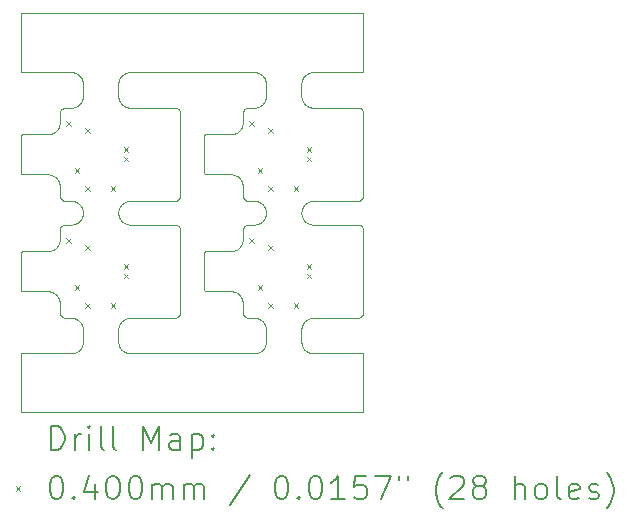
<source format=gbr>
%TF.GenerationSoftware,KiCad,Pcbnew,7.0.10*%
%TF.CreationDate,2024-01-04T16:31:39+01:00*%
%TF.ProjectId,temperature-sensor-2x2,74656d70-6572-4617-9475-72652d73656e,rev?*%
%TF.SameCoordinates,Original*%
%TF.FileFunction,Drillmap*%
%TF.FilePolarity,Positive*%
%FSLAX45Y45*%
G04 Gerber Fmt 4.5, Leading zero omitted, Abs format (unit mm)*
G04 Created by KiCad (PCBNEW 7.0.10) date 2024-01-04 16:31:39*
%MOMM*%
%LPD*%
G01*
G04 APERTURE LIST*
%ADD10C,0.100000*%
%ADD11C,0.200000*%
G04 APERTURE END LIST*
D10*
X14716156Y-4577267D02*
X14718530Y-4576388D01*
X14225477Y-2589296D02*
X14226072Y-2584474D01*
X15794483Y-4839974D02*
X15791685Y-4836001D01*
X13763019Y-3587684D02*
X13763055Y-3587695D01*
X15775119Y-2705858D02*
X15775000Y-2700988D01*
X16299555Y-3833714D02*
X16299552Y-3833689D01*
X16298018Y-3826234D02*
X16297684Y-3825066D01*
X13408607Y-3028595D02*
X13408573Y-3028619D01*
X14950436Y-3348995D02*
X14950446Y-3349044D01*
X14965247Y-4015631D02*
X14965222Y-4015637D01*
X13744494Y-4567048D02*
X13744513Y-4567065D01*
X13868328Y-2509505D02*
X13872668Y-2511690D01*
X14749937Y-3838758D02*
X14749936Y-3838732D01*
X13403026Y-3034469D02*
X13402548Y-3035338D01*
X13924880Y-4785858D02*
X13924523Y-4790704D01*
X14748032Y-4543717D02*
X14748366Y-4542549D01*
X15786690Y-4827668D02*
X15784505Y-4823328D01*
X13403529Y-4023706D02*
X13403069Y-4024397D01*
X13736305Y-4557510D02*
X13736974Y-4558524D01*
X16276454Y-3582407D02*
X16277212Y-3581900D01*
X14962368Y-3363426D02*
X14962836Y-3363613D01*
X15280834Y-4546477D02*
X15281123Y-4547341D01*
X14953047Y-3355567D02*
X14953069Y-3355603D01*
X15797472Y-4843805D02*
X15794483Y-4839974D01*
X15304850Y-3584264D02*
X15304872Y-3584275D01*
X13728448Y-2843689D02*
X13728445Y-2843714D01*
X14227967Y-2725055D02*
X14226902Y-2720314D01*
X15475000Y-4679012D02*
X15475000Y-4780988D01*
X15775119Y-4785858D02*
X15775000Y-4780988D01*
X13913310Y-2747668D02*
X13910915Y-2751896D01*
X14713766Y-4578018D02*
X14714934Y-4577684D01*
X13751546Y-2807593D02*
X13750788Y-2808100D01*
X16299927Y-5379354D02*
X16299944Y-5379308D01*
X16299165Y-2499980D02*
X16299214Y-2499970D01*
X14746866Y-4547330D02*
X14747259Y-4546181D01*
X14225000Y-4780988D02*
X14225000Y-4679012D01*
X15237960Y-4374475D02*
X15241790Y-4377464D01*
X15308318Y-3794072D02*
X15308272Y-3794092D01*
X13401625Y-3352839D02*
X13401642Y-3352878D01*
X14708838Y-2800836D02*
X14708813Y-2800832D01*
X13735116Y-3814366D02*
X13735107Y-3814382D01*
X13910914Y-3741901D02*
X13908314Y-3746007D01*
X16288713Y-3571567D02*
X16290263Y-3569565D01*
X16296379Y-3821446D02*
X16295928Y-3820318D01*
X13400008Y-2499068D02*
X13400013Y-2499117D01*
X14732571Y-3577912D02*
X14733243Y-3577296D01*
X13732061Y-4549693D02*
X13732076Y-4549728D01*
X13734323Y-4554272D02*
X13734940Y-4555319D01*
X16298018Y-2836234D02*
X16297684Y-2835066D01*
X16299994Y-5379019D02*
X16300000Y-5378797D01*
X15784505Y-2743328D02*
X15782536Y-2738886D01*
X16299117Y-5379987D02*
X16299165Y-5379980D01*
X13718478Y-3958343D02*
X13716293Y-3962683D01*
X14719682Y-4575928D02*
X14719728Y-4575908D01*
X15317917Y-4578940D02*
X15317966Y-4578950D01*
X13695469Y-3390637D02*
X13698988Y-3393987D01*
X16283487Y-4567065D02*
X16283506Y-4567048D01*
X13922033Y-2725055D02*
X13920737Y-2729738D01*
X15278000Y-2851237D02*
X15278000Y-2851263D01*
X16300000Y-3841269D02*
X16299999Y-3841244D01*
X14747267Y-3556156D02*
X14748119Y-3553439D01*
X13417231Y-4354751D02*
X13417940Y-4354841D01*
X15395314Y-2501903D02*
X15400055Y-2502967D01*
X13896003Y-2528997D02*
X13899354Y-2532516D01*
X16299354Y-2499928D02*
X16299400Y-2499909D01*
X15263898Y-4403090D02*
X15266293Y-4407317D01*
X16298653Y-3551316D02*
X16298659Y-3551292D01*
X16258838Y-2800836D02*
X16258813Y-2800832D01*
X15463310Y-2747668D02*
X15460915Y-2751896D01*
X15784505Y-2556672D02*
X15786690Y-2552332D01*
X13729975Y-4543741D02*
X13730828Y-4546459D01*
X16275067Y-4573245D02*
X16275084Y-4573235D01*
X16297259Y-3556180D02*
X16297267Y-3556156D01*
X14265023Y-3770553D02*
X14261192Y-3767563D01*
X15321689Y-3589551D02*
X15324212Y-3589808D01*
X14749936Y-3541602D02*
X14749936Y-3541583D01*
X13401672Y-3037080D02*
X13401651Y-3037126D01*
X14746398Y-4548506D02*
X14746848Y-4547378D01*
X13881001Y-2516685D02*
X13884974Y-2519483D01*
X16293701Y-2825773D02*
X16293677Y-2825728D01*
X15442484Y-4605646D02*
X15446003Y-4608997D01*
X14969014Y-3025057D02*
X14968963Y-3025059D01*
X13779268Y-3790000D02*
X13779243Y-3790000D01*
X13408593Y-4351388D02*
X13408636Y-4351416D01*
X14319142Y-4580120D02*
X14324012Y-4580000D01*
X13716293Y-3962683D02*
X13713898Y-3966910D01*
X16256001Y-3790376D02*
X16255982Y-3790374D01*
X13412122Y-3026642D02*
X13412084Y-3026660D01*
X13733725Y-4553128D02*
X13733736Y-4553150D01*
X15827332Y-2511690D02*
X15831672Y-2509505D01*
X16251265Y-4579936D02*
X16253793Y-4579808D01*
X13675656Y-3376683D02*
X13679884Y-3379078D01*
X16275340Y-2806953D02*
X16275318Y-2806940D01*
X13727987Y-3916011D02*
X13727867Y-3920880D01*
X13748145Y-3580090D02*
X13748160Y-3580101D01*
X14719728Y-4575908D02*
X14720832Y-4575401D01*
X15282599Y-2829168D02*
X15282092Y-2830272D01*
X15446003Y-2528997D02*
X15449354Y-2532516D01*
X13403069Y-4024397D02*
X13403047Y-4024433D01*
X13863885Y-2507536D02*
X13868328Y-2509505D01*
X14748381Y-3552546D02*
X14748391Y-3552509D01*
X14324012Y-4580000D02*
X14698733Y-4580000D01*
X13924523Y-3700707D02*
X13923928Y-3705530D01*
X13779241Y-2800000D02*
X13776760Y-2800063D01*
X16298690Y-4541299D02*
X16298695Y-4541274D01*
X13767917Y-2801060D02*
X13766733Y-2801335D01*
X16268553Y-3586379D02*
X16269682Y-3585928D01*
X13728836Y-3831162D02*
X13728832Y-3831187D01*
X13902528Y-4616195D02*
X13905517Y-4620026D01*
X13775494Y-3589905D02*
X13776704Y-3589936D01*
X14701265Y-4579936D02*
X14703793Y-4579808D01*
X16299888Y-4880556D02*
X16299865Y-4880513D01*
X14725629Y-4572914D02*
X14725646Y-4572904D01*
X13757145Y-3794610D02*
X13754872Y-3795725D01*
X14250646Y-4612516D02*
X14253997Y-4608997D01*
X14232536Y-4641114D02*
X14234505Y-4636672D01*
X14710083Y-2801060D02*
X14710033Y-2801050D01*
X14954892Y-4348025D02*
X14955371Y-4348556D01*
X16287065Y-4563487D02*
X16287082Y-4563468D01*
X13400676Y-4340029D02*
X13400940Y-4340953D01*
X14719728Y-3585924D02*
X14720564Y-3585559D01*
X14730605Y-4569498D02*
X14731547Y-4568730D01*
X13732713Y-3818844D02*
X13732449Y-3819419D01*
X15316683Y-3588653D02*
X15316708Y-3588659D01*
X15811195Y-4602472D02*
X15815026Y-4599483D01*
X14747275Y-3823868D02*
X14747267Y-3823844D01*
X15317917Y-3791060D02*
X15316733Y-3791335D01*
X15280834Y-3556477D02*
X15281123Y-3557341D01*
X16299019Y-2499994D02*
X16299068Y-2499992D01*
X14225477Y-4669296D02*
X14226072Y-4664474D01*
X14738508Y-4561832D02*
X14738519Y-4561817D01*
X15278000Y-4528737D02*
X15278000Y-4528763D01*
X13406974Y-4019892D02*
X13406287Y-4020513D01*
X13736966Y-3568537D02*
X13736987Y-3568569D01*
X15281722Y-3821173D02*
X15280733Y-3823844D01*
X14724273Y-4573692D02*
X14725067Y-4573245D01*
X15307145Y-2804610D02*
X15304872Y-2805725D01*
X15298160Y-4570101D02*
X15298671Y-4570476D01*
X13716313Y-4407293D02*
X13718498Y-4411631D01*
X16293060Y-3814681D02*
X16293047Y-3814660D01*
X16284444Y-3803801D02*
X16284408Y-3803766D01*
X13711299Y-2981014D02*
X13708501Y-2984986D01*
X13412084Y-3026660D02*
X13411196Y-3027100D01*
X14273104Y-4594085D02*
X14277332Y-4591690D01*
X13924523Y-2589296D02*
X13924880Y-2594142D01*
X16298379Y-3552500D02*
X16298653Y-3551316D01*
X14234505Y-2743328D02*
X14232536Y-2738886D01*
X13771689Y-2800448D02*
X13769187Y-2800832D01*
X14747259Y-3556180D02*
X14747267Y-3556156D01*
X15869142Y-4879880D02*
X15864296Y-4879523D01*
X16299444Y-2000112D02*
X16299400Y-2000091D01*
X16256311Y-4579552D02*
X16258813Y-4579168D01*
X16300000Y-4881203D02*
X16299994Y-4880981D01*
X14956987Y-3029842D02*
X14956955Y-3029870D01*
X15277867Y-2930880D02*
X15277509Y-2935725D01*
X13731136Y-4547377D02*
X13731458Y-4548230D01*
X15797472Y-3626195D02*
X15800646Y-3622516D01*
X13919212Y-4645648D02*
X13920737Y-4650262D01*
X14722850Y-3584429D02*
X14725340Y-3583047D01*
X16256648Y-3790459D02*
X16256629Y-3790456D01*
X15474880Y-4674142D02*
X15475000Y-4679012D01*
X16260083Y-4578940D02*
X16261267Y-4578665D01*
X14708812Y-3790831D02*
X14708787Y-3790827D01*
X13409469Y-3028026D02*
X13409433Y-3028047D01*
X13742419Y-3575107D02*
X13742432Y-3575120D01*
X15278286Y-4535030D02*
X15278291Y-4535080D01*
X15281612Y-2831470D02*
X15280733Y-2833844D01*
X16300000Y-2498797D02*
X16300000Y-2498773D01*
X13402452Y-4344479D02*
X13403029Y-4345518D01*
X13412084Y-4016660D02*
X13411196Y-4017100D01*
X14226902Y-4659686D02*
X14227967Y-4654945D01*
X14277332Y-3601690D02*
X14281672Y-3599505D01*
X13734953Y-2824660D02*
X13734940Y-2824681D01*
X16297684Y-2835066D02*
X16297668Y-2835017D01*
X14745928Y-3820318D02*
X14745908Y-3820272D01*
X16295257Y-4551164D02*
X16295265Y-4551147D01*
X14226902Y-3669686D02*
X14227967Y-3664945D01*
X16296848Y-4547378D02*
X16296866Y-4547330D01*
X15309147Y-3586293D02*
X15309164Y-3586300D01*
X15452528Y-4616195D02*
X15455517Y-4620026D01*
X14748659Y-3828709D02*
X14748024Y-3826258D01*
X13737532Y-3810700D02*
X13736988Y-3811432D01*
X14731567Y-2811287D02*
X14729565Y-2809737D01*
X13403029Y-4345518D02*
X13403055Y-4345562D01*
X13746168Y-3801492D02*
X13745458Y-3802064D01*
X13825988Y-4880000D02*
X13401227Y-4880000D01*
X15322970Y-3790286D02*
X15322920Y-3790291D01*
X13407023Y-4350149D02*
X13407039Y-4350163D01*
X13745458Y-3802064D02*
X13745428Y-3802088D01*
X13733736Y-4553150D02*
X13734299Y-4554227D01*
X13403069Y-3034397D02*
X13403047Y-3034433D01*
X13771714Y-3790445D02*
X13771689Y-3790448D01*
X15261299Y-3408986D02*
X15263898Y-3413090D01*
X14961253Y-3362947D02*
X14962345Y-3363416D01*
X14962172Y-4016652D02*
X14962153Y-4016660D01*
X15325494Y-3589905D02*
X15326704Y-3589936D01*
X14253997Y-3618997D02*
X14257516Y-3615646D01*
X15303773Y-3583701D02*
X15304850Y-3584264D01*
X16297267Y-2833844D02*
X16296388Y-2831470D01*
X16255080Y-3589709D02*
X16256285Y-3589555D01*
X14236690Y-4827668D02*
X14234505Y-4823328D01*
X13410282Y-4352421D02*
X13410301Y-4352431D01*
X13729405Y-3551602D02*
X13729409Y-3551620D01*
X14962860Y-3026378D02*
X14962836Y-3026387D01*
X14953041Y-4024459D02*
X14952493Y-4025390D01*
X14951660Y-4027153D02*
X14951652Y-4027172D01*
X15279234Y-3550972D02*
X15279238Y-3550990D01*
X14733742Y-4566846D02*
X14734422Y-4566239D01*
X13413979Y-4015952D02*
X13413083Y-4016263D01*
X13757168Y-2804599D02*
X13757145Y-2804610D01*
X15775119Y-3684142D02*
X15775477Y-3679296D01*
X14273104Y-2514085D02*
X14277332Y-2511690D01*
X16299994Y-2000981D02*
X16299992Y-2000932D01*
X14747267Y-3823844D02*
X14746388Y-3821470D01*
X16299570Y-2000188D02*
X16299529Y-2000160D01*
X15225656Y-4003316D02*
X15221317Y-4005501D01*
X13908315Y-2543999D02*
X13910915Y-2548104D01*
X15282721Y-3818826D02*
X15282713Y-3818844D01*
X15298671Y-4570476D02*
X15298686Y-4570487D01*
X15473928Y-2584474D02*
X15474523Y-2589296D01*
X15284965Y-3814637D02*
X15284953Y-3814659D01*
X14710033Y-2801050D02*
X14708838Y-2800836D01*
X15298160Y-3799899D02*
X15298145Y-3799910D01*
X14749551Y-2843689D02*
X14749549Y-2843664D01*
X16299937Y-3838758D02*
X16299936Y-3838732D01*
X15284755Y-3565067D02*
X15284765Y-3565084D01*
X13731700Y-4548835D02*
X13731707Y-4548853D01*
X16277228Y-3581889D02*
X16279565Y-3580262D01*
X13414780Y-4354249D02*
X13415931Y-4354547D01*
X15285086Y-4555629D02*
X15285095Y-4555646D01*
X14964023Y-3364051D02*
X14964071Y-3364065D01*
X15460915Y-3741896D02*
X15458315Y-3746001D01*
X14743215Y-3565071D02*
X14743225Y-3565055D01*
X13675678Y-4366678D02*
X13679904Y-4369071D01*
X15280733Y-2833844D02*
X15280724Y-2833868D01*
X15302660Y-2806953D02*
X15300243Y-2808459D01*
X16291695Y-3812490D02*
X16291026Y-3811476D01*
X14718553Y-4576379D02*
X14719682Y-4575928D01*
X14716156Y-2802733D02*
X14716132Y-2802724D01*
X16280565Y-3579529D02*
X16280605Y-3579498D01*
X13657729Y-3369257D02*
X13662342Y-3370781D01*
X15320408Y-3589387D02*
X15320458Y-3589395D01*
X13418963Y-4015059D02*
X13417887Y-4015141D01*
X15404738Y-4875737D02*
X15400055Y-4877033D01*
X13628984Y-3364993D02*
X13633853Y-3365113D01*
X14956208Y-3359436D02*
X14956243Y-3359472D01*
X14950057Y-4335986D02*
X14950059Y-4336037D01*
X14950257Y-3042027D02*
X14950137Y-3043209D01*
X15458324Y-3633969D02*
X15460922Y-3638074D01*
X15278832Y-2841187D02*
X15278448Y-2843689D01*
X13908314Y-3746007D02*
X13905516Y-3749980D01*
X13772920Y-4579709D02*
X13772970Y-4579714D01*
X15326735Y-3790064D02*
X15324207Y-3790192D01*
X15309155Y-4576271D02*
X15309173Y-4576278D01*
X15831672Y-3599505D02*
X15836114Y-3597536D01*
X13756844Y-3585287D02*
X13757419Y-3585551D01*
X14701265Y-2800064D02*
X14701240Y-2800063D01*
X13401651Y-4027126D02*
X13401632Y-4027173D01*
X13400940Y-4340953D02*
X13400956Y-4341002D01*
X14970253Y-3364974D02*
X15178984Y-3364993D01*
X14730565Y-4569529D02*
X14730605Y-4569498D01*
X14950000Y-4333733D02*
X14950000Y-4333758D01*
X13403555Y-3033668D02*
X13403529Y-3033706D01*
X16251265Y-2800064D02*
X16251240Y-2800063D01*
X15786690Y-3737668D02*
X15784505Y-3733328D01*
X14967841Y-3025146D02*
X14967017Y-3025247D01*
X16268553Y-4576379D02*
X16269682Y-4575928D01*
X14970253Y-3025025D02*
X14970227Y-3025026D01*
X16299551Y-3546311D02*
X16299808Y-3543792D01*
X15438805Y-3767528D02*
X15434974Y-3770517D01*
X13764258Y-4578024D02*
X13766709Y-4578659D01*
X13404816Y-4347980D02*
X13404842Y-4348013D01*
X16256311Y-3589552D02*
X16258813Y-3589168D01*
X13419014Y-4015057D02*
X13418963Y-4015059D01*
X16299936Y-2848732D02*
X16299808Y-2846207D01*
X15404738Y-4584263D02*
X15409352Y-4585787D01*
X15245469Y-3989363D02*
X15241790Y-3992536D01*
X15282462Y-4550554D02*
X15282470Y-4550571D01*
X13728192Y-2846207D02*
X13728064Y-2848739D01*
X13769162Y-3790836D02*
X13767966Y-3791050D01*
X16299865Y-2499487D02*
X16299888Y-2499444D01*
X13400556Y-2000112D02*
X13400512Y-2000135D01*
X14716180Y-3792741D02*
X14716156Y-3792733D01*
X13845314Y-2798097D02*
X13840526Y-2798928D01*
X15827332Y-4868310D02*
X15823104Y-4865915D01*
X15241790Y-3002536D02*
X15237960Y-3005525D01*
X13400125Y-3042979D02*
X13400121Y-3043021D01*
X15290935Y-3573487D02*
X15290952Y-3573506D01*
X13400883Y-2499987D02*
X13400932Y-2499992D01*
X13405520Y-3031237D02*
X13405492Y-3031267D01*
X15284290Y-4554240D02*
X15284308Y-4554273D01*
X14962104Y-4353346D02*
X14962143Y-4353363D01*
X16299165Y-4880020D02*
X16299117Y-4880013D01*
X15279060Y-2839917D02*
X15279050Y-2839966D01*
X16273150Y-2805736D02*
X16273128Y-2805725D01*
X13417017Y-4015247D02*
X13416975Y-4015253D01*
X14950137Y-3347045D02*
X14950259Y-3347999D01*
X15776072Y-4795526D02*
X15775477Y-4790704D01*
X15449367Y-3622488D02*
X15452539Y-3626167D01*
X13835704Y-4580477D02*
X13840526Y-4581072D01*
X13732610Y-3560855D02*
X13733725Y-3563128D01*
X15198307Y-4356897D02*
X15203047Y-4357961D01*
X16285303Y-4565340D02*
X16285321Y-4565321D01*
X13419031Y-3025047D02*
X13418988Y-3025048D01*
X16251265Y-3790064D02*
X16251240Y-3790063D01*
X15294532Y-3577082D02*
X15295433Y-3577897D01*
X16299937Y-2848758D02*
X16299936Y-2848732D01*
X14748366Y-2837451D02*
X14748032Y-2836283D01*
X14733243Y-3577296D02*
X14733257Y-3577283D01*
X16299980Y-2499166D02*
X16299987Y-2499117D01*
X13868323Y-3780500D02*
X13863881Y-3782469D01*
X15276914Y-3449453D02*
X15277509Y-3454275D01*
X14749810Y-4533766D02*
X14749902Y-4532556D01*
X15298416Y-2809711D02*
X15298395Y-2809727D01*
X13913316Y-3642301D02*
X13915500Y-3646640D01*
X14748366Y-4542549D02*
X14748379Y-4542500D01*
X14957202Y-4350296D02*
X14957593Y-4350615D01*
X15302681Y-3796940D02*
X15302660Y-3796953D01*
X15449354Y-2767484D02*
X15446003Y-2771003D01*
X15791685Y-4623999D02*
X15794483Y-4620026D01*
X14956342Y-3030429D02*
X14956309Y-3030461D01*
X14966934Y-4015261D02*
X14965964Y-4015465D01*
X13859352Y-4585787D02*
X13863885Y-4587536D01*
X16298659Y-2838709D02*
X16298024Y-2836258D01*
X14746388Y-3558529D02*
X14746398Y-3558506D01*
X13763055Y-3587695D02*
X13763927Y-3587963D01*
X13759173Y-4576278D02*
X13761844Y-4577267D01*
X14962345Y-3363416D02*
X14962368Y-3363426D01*
X13400131Y-3042937D02*
X13400125Y-3042979D01*
X16298659Y-3828709D02*
X16298024Y-3826258D01*
X16248733Y-3790000D02*
X15874012Y-3790000D01*
X13671317Y-3374499D02*
X13675656Y-3376683D01*
X14953068Y-4024416D02*
X14953041Y-4024459D01*
X15296688Y-4568932D02*
X15297391Y-4569513D01*
X14299945Y-2502967D02*
X14304686Y-2501903D01*
X14965964Y-3025465D02*
X14965943Y-3025469D01*
X15380858Y-3789880D02*
X15375988Y-3790000D01*
X15797472Y-3753805D02*
X15794483Y-3749974D01*
X13747391Y-3579513D02*
X13747421Y-3579536D01*
X13910915Y-2548104D02*
X13913310Y-2552332D01*
X13406287Y-3030513D02*
X13406272Y-3030527D01*
X16299354Y-5379928D02*
X16299400Y-5379909D01*
X15285582Y-3813590D02*
X15284965Y-3814637D01*
X15782536Y-4818886D02*
X15780787Y-4814352D01*
X15777967Y-4805055D02*
X15776902Y-4800314D01*
X13653073Y-4357960D02*
X13657754Y-4359255D01*
X13401632Y-4027173D02*
X13401219Y-4028288D01*
X15864296Y-4879523D02*
X15859474Y-4878928D01*
X15296413Y-2811262D02*
X15296168Y-2811462D01*
X13730616Y-3555841D02*
X13730623Y-3555859D01*
X13723744Y-4425213D02*
X13725041Y-4429893D01*
X13400006Y-2000981D02*
X13400000Y-2001203D01*
X14953069Y-3355603D02*
X14953595Y-3356393D01*
X16262549Y-3791634D02*
X16262500Y-3791621D01*
X14236690Y-4632332D02*
X14239085Y-4628104D01*
X13759155Y-3586271D02*
X13759173Y-3586278D01*
X16279586Y-3580248D02*
X16280565Y-3579529D01*
X14951625Y-3352839D02*
X14951642Y-3352878D01*
X14951642Y-3352878D02*
X14951660Y-3352916D01*
X15309770Y-3586542D02*
X15310623Y-3586864D01*
X15225656Y-3013316D02*
X15221317Y-3015501D01*
X14698758Y-4580000D02*
X14701240Y-4579937D01*
X14748125Y-3553421D02*
X14748381Y-3552546D01*
X13401203Y-4880000D02*
X13400981Y-4880006D01*
X16295908Y-3820272D02*
X16295401Y-3819168D01*
X16297275Y-3823868D02*
X16297267Y-3823844D01*
X13737003Y-4558566D02*
X13737722Y-4559545D01*
X14960100Y-3362313D02*
X14960122Y-3362326D01*
X13400352Y-2000248D02*
X13400316Y-2000281D01*
X13830858Y-4580120D02*
X13835704Y-4580477D01*
X16299839Y-5379530D02*
X16299865Y-5379487D01*
X13727509Y-3454275D02*
X13727867Y-3459120D01*
X14950965Y-4028975D02*
X14950949Y-4029023D01*
X14319136Y-3789918D02*
X14314290Y-3789560D01*
X13905516Y-3749980D02*
X13902526Y-3753810D01*
X14227967Y-3664945D02*
X14229263Y-3660262D01*
X13400512Y-5379865D02*
X13400556Y-5379888D01*
X13404870Y-3358044D02*
X13405509Y-3358745D01*
X15281123Y-3557341D02*
X15281136Y-3557377D01*
X16299487Y-5379865D02*
X16299529Y-5379839D01*
X15284765Y-4555084D02*
X15285086Y-4555629D01*
X13734323Y-3564271D02*
X13734940Y-3565318D01*
X14721156Y-3585287D02*
X14721173Y-3585279D01*
X16293711Y-3564239D02*
X16294148Y-3563440D01*
X13657754Y-4359255D02*
X13662366Y-4360779D01*
X14739536Y-3570579D02*
X14740090Y-3569855D01*
X13411177Y-3027110D02*
X13410356Y-3027538D01*
X14735120Y-4565568D02*
X14735344Y-4565344D01*
X15279386Y-3551625D02*
X15279609Y-3552509D01*
X15473928Y-3705526D02*
X15473097Y-3710314D01*
X16291695Y-4557510D02*
X16291708Y-4557488D01*
X16299214Y-2499970D02*
X16299261Y-2499958D01*
X15281700Y-3558835D02*
X15281707Y-3558853D01*
X13400062Y-3043848D02*
X13400060Y-3043895D01*
X13751577Y-3582426D02*
X13752366Y-3582884D01*
X14737089Y-4563508D02*
X14737301Y-4563274D01*
X14953026Y-3355531D02*
X14953047Y-3355567D01*
X13400420Y-4031209D02*
X13400415Y-4031234D01*
X15280331Y-3825017D02*
X15280316Y-3825066D01*
X15469212Y-3724352D02*
X15467464Y-3728885D01*
X16299936Y-4531292D02*
X16299936Y-4531267D01*
X14314296Y-4580477D02*
X14319142Y-4580120D01*
X15294258Y-3803154D02*
X15293578Y-3803761D01*
X13401227Y-4880000D02*
X13401203Y-4880000D01*
X14951305Y-3352024D02*
X14951321Y-3352067D01*
X13720447Y-3426098D02*
X13722196Y-3430631D01*
X15869142Y-2500120D02*
X15874012Y-2500000D01*
X16255030Y-4579714D02*
X16255080Y-4579709D01*
X15279050Y-3829966D02*
X15278836Y-3831162D01*
X13401048Y-4028788D02*
X13401040Y-4028812D01*
X15300512Y-3581708D02*
X15302660Y-3583047D01*
X15316733Y-2801335D02*
X15316709Y-2801341D01*
X16283506Y-2812952D02*
X16283487Y-2812935D01*
X13412161Y-3026625D02*
X13412122Y-3026642D01*
X13772970Y-2800286D02*
X13772920Y-2800291D01*
X16299905Y-3542505D02*
X16299936Y-3541292D01*
X16299752Y-2000352D02*
X16299719Y-2000316D01*
X15375988Y-2800000D02*
X15329267Y-2800000D01*
X16251240Y-3589937D02*
X16251265Y-3589936D01*
X13739287Y-3808433D02*
X13737543Y-3810685D01*
X13733117Y-3818005D02*
X13732721Y-3818826D01*
X13892484Y-2525646D02*
X13896003Y-2528997D01*
X15442501Y-3615619D02*
X15446018Y-3618969D01*
X13643520Y-4013934D02*
X13638698Y-4014529D01*
X16279855Y-2809910D02*
X16279839Y-2809899D01*
X13732721Y-3818826D02*
X13732713Y-3818844D01*
X14748032Y-2836283D02*
X14748025Y-2836259D01*
X15198307Y-3366897D02*
X15203047Y-3367961D01*
X13910915Y-4628104D02*
X13913310Y-4632332D01*
X14725067Y-4573245D02*
X14725084Y-4573235D01*
X16281566Y-3578714D02*
X16283487Y-3577065D01*
X13766709Y-3791341D02*
X13764258Y-3791975D01*
X13400285Y-3041958D02*
X13400131Y-3042937D01*
X14954866Y-4021974D02*
X14954833Y-4022013D01*
X13770408Y-3589387D02*
X13770458Y-3589395D01*
X15283864Y-3563412D02*
X15283873Y-3563429D01*
X13400125Y-4032979D02*
X13400121Y-4033021D01*
X13400188Y-2499570D02*
X13400217Y-2499610D01*
X13400281Y-2000316D02*
X13400248Y-2000352D01*
X15831672Y-4870495D02*
X15827332Y-4868310D01*
X13400981Y-2499994D02*
X13401203Y-2500000D01*
X13776729Y-3589936D02*
X13826030Y-3589957D01*
X13741154Y-3573742D02*
X13741761Y-3574422D01*
X16299610Y-2000217D02*
X16299570Y-2000188D01*
X13748160Y-3580101D02*
X13748415Y-3580288D01*
X16299936Y-3541267D02*
X16300000Y-2851269D01*
X15229884Y-4000922D02*
X15225656Y-4003316D01*
X14959469Y-3028024D02*
X14959433Y-3028046D01*
X16299783Y-2499610D02*
X16299812Y-2499570D01*
X14952548Y-4344662D02*
X14953026Y-4345531D01*
X15248988Y-4383987D02*
X15252338Y-4387505D01*
X14257513Y-3764389D02*
X14253994Y-3761039D01*
X16258502Y-3790768D02*
X16258483Y-3790764D01*
X15278192Y-2846207D02*
X15278064Y-2848739D01*
X13835704Y-2799523D02*
X13830858Y-2799880D01*
X15319187Y-4579168D02*
X15321689Y-4579552D01*
X15281123Y-4547341D02*
X15281136Y-4547377D01*
X14257516Y-4605646D02*
X14261195Y-4602472D01*
X13400000Y-5378797D02*
X13400006Y-5379019D01*
X14749552Y-3833689D02*
X14749168Y-3831187D01*
X13762159Y-3587383D02*
X13763019Y-3587684D01*
X13401227Y-5380000D02*
X16298773Y-5380000D01*
X14286114Y-2792464D02*
X14281672Y-2790495D01*
X15300243Y-2808459D02*
X15300227Y-2808469D01*
X13400981Y-2000006D02*
X13400932Y-2000008D01*
X13413998Y-3025956D02*
X13412976Y-3026305D01*
X16299259Y-4538488D02*
X16299403Y-4537588D01*
X15303773Y-2806299D02*
X15303728Y-2806323D01*
X16299517Y-4536645D02*
X16299519Y-4536626D01*
X13406206Y-3359450D02*
X13406236Y-3359479D01*
X14290643Y-3784249D02*
X14286110Y-3782500D01*
X15775000Y-3689012D02*
X15775119Y-3684142D01*
X15467464Y-4818886D02*
X15465495Y-4823328D01*
X14737897Y-3807433D02*
X14737082Y-3806532D01*
X13835704Y-2500477D02*
X13840526Y-2501072D01*
X13400739Y-4880042D02*
X13400692Y-4880056D01*
X15474880Y-2594142D02*
X15475000Y-2599012D01*
X15803997Y-3761003D02*
X15800646Y-3757484D01*
X15815026Y-3770517D02*
X15811195Y-3767528D01*
X15827332Y-4591690D02*
X15831672Y-4589505D01*
X15266293Y-3962683D02*
X15263898Y-3966910D01*
X13400786Y-2000030D02*
X13400739Y-2000042D01*
X15380858Y-4580120D02*
X15385704Y-4580477D01*
X16255080Y-2800291D02*
X16255030Y-2800286D01*
X16298125Y-4543421D02*
X16298381Y-4542546D01*
X13400020Y-2499166D02*
X13400030Y-2499214D01*
X15854686Y-3591902D02*
X15859474Y-3591072D01*
X15290935Y-2816513D02*
X15289286Y-2818433D01*
X16299987Y-2000883D02*
X16299980Y-2000834D01*
X15283873Y-2826571D02*
X15283864Y-2826588D01*
X16299308Y-5379944D02*
X16299354Y-5379928D01*
X13731612Y-2831470D02*
X13730733Y-2833844D01*
X15470737Y-2570262D02*
X15472033Y-2574945D01*
X13417206Y-4354747D02*
X13417231Y-4354751D01*
X13400692Y-5379944D02*
X13400739Y-5379958D01*
X15291141Y-4563727D02*
X15291154Y-4563742D01*
X14749984Y-2849364D02*
X14749960Y-2848417D01*
X13740070Y-2817472D02*
X13739302Y-2818413D01*
X14967841Y-3364854D02*
X14967887Y-3364859D01*
X13415937Y-3025441D02*
X13415130Y-3025632D01*
X15800646Y-3622516D02*
X15803997Y-3618997D01*
X14226072Y-4664474D02*
X14226902Y-4659686D01*
X14719682Y-2804072D02*
X14718553Y-2803621D01*
X13400091Y-2499400D02*
X13400112Y-2499444D01*
X15811195Y-2777528D02*
X15807516Y-2774354D01*
X13722196Y-2959369D02*
X13720447Y-2963902D01*
X14748940Y-3829917D02*
X14748665Y-3828733D01*
X13633853Y-3024887D02*
X13628984Y-3025007D01*
X14741034Y-3568537D02*
X14741530Y-3567773D01*
X13415085Y-3025643D02*
X13414047Y-3025940D01*
X13762141Y-3587377D02*
X13762159Y-3587383D01*
X14226902Y-4800314D02*
X14226072Y-4795526D01*
X15287752Y-3569586D02*
X15288471Y-3570565D01*
X14727488Y-3581708D02*
X14729825Y-3580081D01*
X15465500Y-3646640D02*
X15467468Y-3651082D01*
X13695488Y-4380625D02*
X13699006Y-4383973D01*
X15283117Y-3818005D02*
X15282721Y-3818826D01*
X13400786Y-4880030D02*
X13400739Y-4880042D01*
X13902539Y-3626167D02*
X13905527Y-3629997D01*
X14735321Y-3575321D02*
X14735339Y-3575303D01*
X15859474Y-4581072D02*
X15864296Y-4580477D01*
X16275629Y-3582914D02*
X16275646Y-3582904D01*
X15293578Y-4566239D02*
X15294258Y-4566846D01*
X15380858Y-4879880D02*
X15375988Y-4880000D01*
X13400060Y-4033895D02*
X13400000Y-4036241D01*
X16287082Y-4563468D02*
X16287897Y-4562567D01*
X13767917Y-4578940D02*
X13767966Y-4578950D01*
X13736091Y-3812758D02*
X13736080Y-3812774D01*
X14244483Y-4620026D02*
X14247472Y-4616195D01*
X13414049Y-4354039D02*
X13414069Y-4354045D01*
X15465495Y-4823328D02*
X15463310Y-4827668D01*
X14745390Y-3819145D02*
X14744275Y-3816872D01*
X15874012Y-4580000D02*
X16248733Y-4580000D01*
X14967017Y-3025247D02*
X14966975Y-3025253D01*
X13744257Y-3803123D02*
X13744243Y-3803136D01*
X13728016Y-3540629D02*
X13728040Y-3541583D01*
X13708501Y-3405014D02*
X13711299Y-3408986D01*
X15836114Y-3782464D02*
X15831672Y-3780495D01*
X16299261Y-4880042D02*
X16299214Y-4880030D01*
X13825988Y-2500000D02*
X13830858Y-2500120D01*
X14714983Y-3587668D02*
X14716132Y-3587275D01*
X13400285Y-4031958D02*
X13400131Y-4032937D01*
X14740090Y-3569855D02*
X14740101Y-3569839D01*
X15178984Y-4354993D02*
X15183853Y-4355113D01*
X14277332Y-4591690D02*
X14281672Y-4589505D01*
X16261291Y-3588659D02*
X16263742Y-3588024D01*
X15261299Y-2981014D02*
X15258501Y-2984986D01*
X14950263Y-3041976D02*
X14950257Y-3042027D01*
X15452528Y-4843805D02*
X15449354Y-4847484D01*
X13755166Y-4574438D02*
X13755971Y-4574865D01*
X13679884Y-3010922D02*
X13675656Y-3013316D01*
X15279381Y-4541607D02*
X15279386Y-4541626D01*
X14236690Y-3642332D02*
X14239085Y-3638104D01*
X13854738Y-2795737D02*
X13850055Y-2797033D01*
X15326729Y-3589936D02*
X15376030Y-3589957D01*
X16299165Y-2000020D02*
X16299117Y-2000013D01*
X15319187Y-3790832D02*
X15319162Y-3790836D01*
X14967231Y-4354751D02*
X14967940Y-4354841D01*
X14286114Y-4587536D02*
X14290648Y-4585787D01*
X13923098Y-3669649D02*
X13923929Y-3674435D01*
X15463310Y-2552332D02*
X15465495Y-2556672D01*
X13734323Y-2825728D02*
X13734299Y-2825773D01*
X15474880Y-3684101D02*
X15475000Y-3688970D01*
X14744148Y-4553440D02*
X14744157Y-4553423D01*
X15313017Y-4577668D02*
X15313066Y-4577684D01*
X13850055Y-2502967D02*
X13854738Y-2504263D01*
X16290997Y-2821434D02*
X16290278Y-2820455D01*
X13729618Y-3552547D02*
X13729852Y-3553428D01*
X13740070Y-4562528D02*
X13740103Y-4562567D01*
X13729341Y-3828709D02*
X13729335Y-3828733D01*
X13764234Y-2801982D02*
X13763066Y-2802316D01*
X13400217Y-2499610D02*
X13400248Y-2499648D01*
X15280316Y-2835066D02*
X15279982Y-2836234D01*
X16279314Y-2809513D02*
X16278569Y-2808987D01*
X14226072Y-3674474D02*
X14226902Y-3669686D01*
X13775444Y-3589902D02*
X13775494Y-3589905D01*
X14749168Y-4538812D02*
X14749173Y-4538787D01*
X14748659Y-2838708D02*
X14748653Y-2838683D01*
X15854686Y-3788097D02*
X15849945Y-3787033D01*
X16273412Y-3584136D02*
X16273429Y-3584127D01*
X13764572Y-3588147D02*
X13765453Y-3588382D01*
X15314258Y-2801975D02*
X15314234Y-2801982D01*
X14749173Y-4538787D02*
X14749387Y-4537592D01*
X15460915Y-2548104D02*
X15463310Y-2552332D01*
X16253818Y-3589806D02*
X16255030Y-3589714D01*
X13726940Y-4439417D02*
X13727537Y-4444238D01*
X15212342Y-3370781D02*
X15216875Y-3372530D01*
X13726914Y-3449453D02*
X13727509Y-3454275D01*
X13732072Y-2830318D02*
X13731621Y-2831446D01*
X13400217Y-5379610D02*
X13400248Y-5379648D01*
X14962153Y-3026660D02*
X14961240Y-3027047D01*
X15299462Y-3798966D02*
X15299431Y-3798987D01*
X14324012Y-2800000D02*
X14319142Y-2799880D01*
X13919216Y-3655614D02*
X13920739Y-3660227D01*
X13763066Y-4577684D02*
X13764234Y-4578018D01*
X13400956Y-3351002D02*
X13401305Y-3352024D01*
X15278000Y-4528763D02*
X15278063Y-4531236D01*
X14226902Y-2720314D02*
X14226072Y-2715526D01*
X13405551Y-3031207D02*
X13405520Y-3031237D01*
X13708519Y-4394995D02*
X13711317Y-4398965D01*
X13403047Y-3034433D02*
X13403026Y-3034469D01*
X16260083Y-3588940D02*
X16261267Y-3588665D01*
X13728192Y-4533786D02*
X13728448Y-4536311D01*
X14722028Y-3795150D02*
X14721983Y-3795128D01*
X15789085Y-2548104D02*
X15791685Y-2543999D01*
X15280724Y-2833868D02*
X15280331Y-2835017D01*
X14747684Y-3825066D02*
X14747668Y-3825017D01*
X13400000Y-2498797D02*
X13400006Y-2499019D01*
X13401219Y-3038288D02*
X13401211Y-3038312D01*
X13888805Y-4602472D02*
X13892484Y-4605646D01*
X13769187Y-3790832D02*
X13769162Y-3790836D01*
X15836114Y-2507536D02*
X15840648Y-2505787D01*
X14257516Y-2525646D02*
X14261195Y-2522472D01*
X13400160Y-5379530D02*
X13400188Y-5379570D01*
X15304577Y-4574157D02*
X15304857Y-4574304D01*
X14952471Y-3035431D02*
X14952083Y-3036164D01*
X15458315Y-3746001D02*
X15455517Y-3749974D01*
X14324012Y-3590000D02*
X14698733Y-3590000D01*
X13648334Y-4356896D02*
X13653073Y-4357960D01*
X14725362Y-3796965D02*
X14725340Y-3796953D01*
X14950134Y-4033235D02*
X14950072Y-4034053D01*
X13776758Y-3790063D02*
X13776733Y-3790064D01*
X15278445Y-3546285D02*
X15278448Y-3546311D01*
X13754588Y-2805864D02*
X13754571Y-2805873D01*
X16269728Y-2804092D02*
X16269682Y-2804072D01*
X13671317Y-4005501D02*
X13666875Y-4007470D01*
X13722196Y-3949369D02*
X13720447Y-3953902D01*
X14954229Y-4347260D02*
X14954878Y-4348010D01*
X15282076Y-3820272D02*
X15282062Y-3820307D01*
X14749959Y-2848398D02*
X14749919Y-2847488D01*
X14749714Y-3834970D02*
X14749709Y-3834920D01*
X14958587Y-4018640D02*
X14958570Y-4018652D01*
X15292432Y-4565120D02*
X15292880Y-4565568D01*
X13400248Y-5379648D02*
X13400281Y-5379684D01*
X13884974Y-4599483D02*
X13888805Y-4602472D01*
X15297421Y-3800464D02*
X15297391Y-3800487D01*
X13400415Y-4031234D02*
X13400289Y-4031937D01*
X15279381Y-3551607D02*
X15279386Y-3551625D01*
X13750512Y-4571709D02*
X13750533Y-4571723D01*
X14744157Y-3563423D02*
X14744450Y-3562862D01*
X16299403Y-4537588D02*
X16299408Y-4537550D01*
X15794483Y-2540026D02*
X15797472Y-2536195D01*
X15183853Y-4355113D02*
X15188698Y-4355471D01*
X14950134Y-3043235D02*
X14950072Y-3044053D01*
X15418328Y-3780495D02*
X15413885Y-3782464D01*
X14956955Y-4019870D02*
X14956342Y-4020429D01*
X15845262Y-2504263D02*
X15849945Y-2502967D01*
X16278569Y-2808987D02*
X16278537Y-2808966D01*
X16299888Y-2499444D02*
X16299909Y-2499400D01*
X15288502Y-2819394D02*
X15288471Y-2819434D01*
X13416020Y-3025425D02*
X13415978Y-3025432D01*
X14964756Y-4354242D02*
X14964780Y-4354249D01*
X14261195Y-2522472D02*
X14265026Y-2519483D01*
X15803997Y-2771003D02*
X15800646Y-2767484D01*
X15400055Y-2502967D02*
X15404738Y-2504263D01*
X13740918Y-3806532D02*
X13740103Y-3807433D01*
X13750473Y-3581721D02*
X13750494Y-3581735D01*
X13888805Y-2522472D02*
X13892484Y-2525646D01*
X13732076Y-3820272D02*
X13732062Y-3820307D01*
X15474880Y-2705858D02*
X15474523Y-2710704D01*
X15460915Y-4628104D02*
X15463310Y-4632332D01*
X15779263Y-3719738D02*
X15777967Y-3715055D01*
X14720855Y-3794610D02*
X14718529Y-3793612D01*
X13922032Y-3715059D02*
X13920736Y-3719743D01*
X16253793Y-3589808D02*
X16253818Y-3589806D01*
X14957020Y-3029816D02*
X14956987Y-3029842D01*
X13763066Y-3792316D02*
X13763017Y-3792331D01*
X13415943Y-4015469D02*
X13415041Y-4015678D01*
X13763927Y-3587963D02*
X13763945Y-3587968D01*
X13868328Y-4589505D02*
X13872668Y-4591690D01*
X16299808Y-3836207D02*
X16299806Y-3836181D01*
X15276082Y-3935334D02*
X15275017Y-3940074D01*
X15241790Y-4377464D02*
X15245469Y-4380637D01*
X14241683Y-3746037D02*
X14239084Y-3741932D01*
X14227967Y-4654945D02*
X14229263Y-4650262D01*
X13643549Y-4356065D02*
X13648334Y-4356896D01*
X14732567Y-2812103D02*
X14732528Y-2812070D01*
X13401642Y-3352878D02*
X13401660Y-3352916D01*
X14746866Y-2832670D02*
X14746848Y-2832622D01*
X16281566Y-3801286D02*
X16281547Y-3801270D01*
X15326735Y-4579936D02*
X15326760Y-4579937D01*
X15413915Y-3597506D02*
X15418355Y-3599476D01*
X13400020Y-2000834D02*
X13400013Y-2000883D01*
X13400670Y-3039995D02*
X13400659Y-3040044D01*
X14740278Y-4559545D02*
X14740997Y-4558566D01*
X15284290Y-2825760D02*
X15283873Y-2826571D01*
X13414973Y-3364330D02*
X13415014Y-3364341D01*
X13409666Y-3362058D02*
X13410100Y-3362313D01*
X13769187Y-2800832D02*
X13769162Y-2800836D01*
X13892484Y-4854354D02*
X13888805Y-4857528D01*
X14225477Y-2710704D02*
X14225119Y-2705858D01*
X15811195Y-3612472D02*
X15815026Y-3609483D01*
X13711299Y-3971014D02*
X13708501Y-3974986D01*
X13731465Y-4548248D02*
X13731700Y-4548835D01*
X13400188Y-4880430D02*
X13400160Y-4880470D01*
X13880998Y-3773321D02*
X13876892Y-3775920D01*
X13400008Y-5379068D02*
X13400013Y-5379117D01*
X13859352Y-4874213D02*
X13854738Y-4875737D01*
X15782536Y-3651114D02*
X15784505Y-3646672D01*
X16276422Y-3582427D02*
X16276454Y-3582407D01*
X13400834Y-2000020D02*
X13400786Y-2000030D01*
X13713917Y-4403068D02*
X13716313Y-4407293D01*
X14745257Y-3561164D02*
X14745265Y-3561146D01*
X14718844Y-3586271D02*
X14719693Y-3585938D01*
X15319212Y-3589173D02*
X15320408Y-3589387D01*
X15472033Y-4805055D02*
X15470737Y-4809738D01*
X15474523Y-2589296D02*
X15474880Y-2594142D01*
X14953069Y-4345603D02*
X14953595Y-4346393D01*
X16293677Y-3815728D02*
X16293060Y-3814681D01*
X13731722Y-3821173D02*
X13730733Y-3823844D01*
X14261195Y-4857528D02*
X14257516Y-4854354D01*
X13402538Y-3035356D02*
X13402207Y-3035990D01*
X16297267Y-4546157D02*
X16298119Y-4543439D01*
X15426896Y-2514085D02*
X15431001Y-2516685D01*
X13401625Y-4342839D02*
X13401642Y-4342878D01*
X14299945Y-4877033D02*
X14295262Y-4875737D01*
X13408573Y-3028619D02*
X13407806Y-3029177D01*
X14718530Y-2803612D02*
X14716156Y-2802733D01*
X16298665Y-3828733D02*
X16298659Y-3828709D01*
X15292678Y-3575321D02*
X15294513Y-3577065D01*
X13881023Y-3606657D02*
X13884994Y-3609455D01*
X14281668Y-3780530D02*
X14277328Y-3778346D01*
X13744726Y-3802699D02*
X13744257Y-3803123D01*
X15252338Y-3397505D02*
X15255512Y-3401184D01*
X13734299Y-2825773D02*
X13733736Y-2826850D01*
X13410122Y-3362326D02*
X13411162Y-3362903D01*
X14749936Y-4531267D02*
X14750000Y-3841269D01*
X13772970Y-3790286D02*
X13772920Y-3790291D01*
X15455517Y-3749974D02*
X15452528Y-3753805D01*
X13400056Y-5379308D02*
X13400072Y-5379354D01*
X15278063Y-3541236D02*
X15278064Y-3541261D01*
X14698733Y-2800000D02*
X14324012Y-2800000D01*
X16294882Y-4551995D02*
X16295257Y-4551164D01*
X15442484Y-3764354D02*
X15438805Y-3767528D01*
X15279875Y-3553421D02*
X15279880Y-3553439D01*
X15277867Y-4449120D02*
X15277987Y-4453989D01*
X15316709Y-3791341D02*
X15314258Y-3791975D01*
X13737737Y-4559565D02*
X13739287Y-4561567D01*
X15849945Y-3592967D02*
X15854686Y-3591902D01*
X14745390Y-2829144D02*
X14745379Y-2829121D01*
X14957183Y-4350280D02*
X14957202Y-4350296D01*
X13902528Y-2536195D02*
X13905517Y-2540026D01*
X16270879Y-3794620D02*
X16270855Y-3794610D01*
X13732599Y-2829168D02*
X13732092Y-2830272D01*
X15302681Y-2806940D02*
X15302660Y-2806953D01*
X14277332Y-2511690D02*
X14281672Y-2509505D01*
X14250646Y-2532516D02*
X14253997Y-2528997D01*
X13730316Y-3554980D02*
X13730616Y-3555841D01*
X15469212Y-4814352D02*
X15467464Y-4818886D01*
X14253997Y-4608997D02*
X14257516Y-4605646D01*
X14728524Y-2808974D02*
X14727510Y-2808305D01*
X16278537Y-2808966D02*
X16277773Y-2808469D01*
X13735573Y-3813577D02*
X13735116Y-3814366D01*
X16290278Y-3810455D02*
X16290263Y-3810435D01*
X14951660Y-3037153D02*
X14951652Y-3037172D01*
X16299909Y-4880600D02*
X16299888Y-4880556D01*
X14959433Y-3028046D02*
X14959398Y-3028070D01*
X13732062Y-3820307D02*
X13731729Y-3821155D01*
X15278192Y-3543793D02*
X15278194Y-3543818D01*
X13727897Y-4449081D02*
X13728020Y-4453949D01*
X15310659Y-3586877D02*
X15311523Y-3587166D01*
X14236690Y-2747668D02*
X14234505Y-2743328D01*
X15818999Y-2516685D02*
X15823104Y-2514085D01*
X15807516Y-3615646D02*
X15811195Y-3612472D01*
X16253793Y-4579808D02*
X16253818Y-4579806D01*
X15298686Y-4570487D02*
X15299431Y-4571012D01*
X16299944Y-2499308D02*
X16299958Y-2499261D01*
X13840526Y-2798928D02*
X13835704Y-2799523D01*
X15284765Y-2824916D02*
X15284755Y-2824932D01*
X14964780Y-4354249D02*
X14965931Y-4354547D01*
X14749814Y-3544130D02*
X14749816Y-3544111D01*
X13410301Y-4352431D02*
X13411165Y-4352916D01*
X15279335Y-3828733D02*
X15279060Y-3829917D01*
X15786690Y-3642332D02*
X15789085Y-3638104D01*
X14950949Y-4029023D02*
X14950935Y-4029071D01*
X16299812Y-5379570D02*
X16299839Y-5379530D01*
X13730724Y-2833868D02*
X13730331Y-2835017D01*
X13876896Y-4865915D02*
X13872668Y-4868310D01*
X14737313Y-4563259D02*
X14737912Y-4562571D01*
X15426896Y-3775915D02*
X15422668Y-3778310D01*
X16299354Y-2000072D02*
X16299308Y-2000056D01*
X15309752Y-3586535D02*
X15309770Y-3586542D01*
X13744272Y-3576858D02*
X13746674Y-3578920D01*
X13406268Y-3359507D02*
X13407023Y-3360149D01*
X13400556Y-4880112D02*
X13400512Y-4880135D01*
X15390526Y-3788928D02*
X15385704Y-3789523D01*
X16299019Y-4880006D02*
X16298797Y-4880000D01*
X16248758Y-3590000D02*
X16251240Y-3589937D01*
X13732610Y-2829145D02*
X13732599Y-2829168D01*
X16264934Y-4577684D02*
X16264983Y-4577668D01*
X13404842Y-4348013D02*
X13404870Y-4348045D01*
X15418328Y-2790495D02*
X15413885Y-2792464D01*
X13400112Y-4880556D02*
X13400091Y-4880600D01*
X15304880Y-4574315D02*
X15307108Y-4575408D01*
X16264983Y-3587668D02*
X16266132Y-3587275D01*
X15279045Y-3550080D02*
X15279234Y-3550972D01*
X15324207Y-4579808D02*
X15326735Y-4579936D01*
X14299945Y-2797033D02*
X14295262Y-2795737D01*
X15463310Y-4827668D02*
X15460915Y-4831896D01*
X16287930Y-2817472D02*
X16287897Y-2817433D01*
X13731123Y-4547341D02*
X13731136Y-4547377D01*
X13896001Y-3761009D02*
X13892481Y-3764360D01*
X14735344Y-4565344D02*
X14735361Y-4565326D01*
X15278445Y-2843714D02*
X15278291Y-2844920D01*
X15278836Y-3831162D02*
X15278832Y-3831187D01*
X15279609Y-4542510D02*
X15279619Y-4542546D01*
X15854686Y-4878097D02*
X15849945Y-4877033D01*
X14748025Y-4543741D02*
X14748032Y-4543717D01*
X14230787Y-4645648D02*
X14232536Y-4641114D01*
X14737065Y-3806513D02*
X14735321Y-3804678D01*
X15458315Y-4623999D02*
X15460915Y-4628104D01*
X15298455Y-3580278D02*
X15299434Y-3580997D01*
X13774207Y-4579808D02*
X13776735Y-4579936D01*
X16284408Y-2813766D02*
X16283506Y-2812952D01*
X16258838Y-3589164D02*
X16260033Y-3588950D01*
X16299909Y-5379400D02*
X16299927Y-5379354D01*
X15229884Y-4369078D02*
X15233988Y-4371677D01*
X15818999Y-2783315D02*
X15815026Y-2780517D01*
X14706285Y-3589555D02*
X14706311Y-3589552D01*
X16294882Y-3561995D02*
X16295257Y-3561164D01*
X13748436Y-3580303D02*
X13750473Y-3581721D01*
X15282062Y-3820307D02*
X15281729Y-3821155D01*
X14286110Y-3782500D02*
X14281668Y-3780530D01*
X15283873Y-3563429D02*
X15284290Y-3564240D01*
X15324212Y-3589808D02*
X15324238Y-3589810D01*
X13417000Y-3364721D02*
X13417021Y-3364724D01*
X15276914Y-2940547D02*
X15276082Y-2945334D01*
X13718498Y-4411631D02*
X13720468Y-4416071D01*
X15786690Y-2552332D02*
X15789085Y-2548104D01*
X16273429Y-3584127D02*
X16274240Y-3583710D01*
X14952538Y-4344644D02*
X14952548Y-4344662D01*
X15385704Y-3789523D02*
X15380858Y-3789880D01*
X14261195Y-2777528D02*
X14257516Y-2774354D01*
X13730304Y-3554944D02*
X13730316Y-3554980D01*
X13413102Y-4353747D02*
X13414049Y-4354039D01*
X16299719Y-2000316D02*
X16299684Y-2000281D01*
X14250646Y-3622516D02*
X14253997Y-3618997D01*
X13728827Y-4538787D02*
X13728831Y-4538812D01*
X16263766Y-3588018D02*
X16264934Y-3587684D01*
X15281621Y-2831446D02*
X15281612Y-2831470D01*
X13732072Y-3559682D02*
X13732092Y-3559728D01*
X15300490Y-3581695D02*
X15300512Y-3581708D01*
X13923097Y-2720314D02*
X13922033Y-2725055D01*
X13407039Y-3360163D02*
X13407593Y-3360615D01*
X13924880Y-4674142D02*
X13925000Y-4679012D01*
X13728605Y-3547541D02*
X13728612Y-3547591D01*
X15221317Y-3374499D02*
X15225656Y-3376683D01*
X13739287Y-2818433D02*
X13737737Y-2820435D01*
X13924523Y-4669296D02*
X13924880Y-4674142D01*
X13726108Y-4434632D02*
X13726940Y-4439417D01*
X14710083Y-4578940D02*
X14711267Y-4578665D01*
X13744258Y-3576846D02*
X13744272Y-3576858D01*
X13705512Y-3401184D02*
X13708501Y-3405014D01*
X15311868Y-3792724D02*
X15311844Y-3792733D01*
X14963975Y-3025965D02*
X14962860Y-3026378D01*
X14749984Y-2849377D02*
X14749984Y-2849364D01*
X14725340Y-3583047D02*
X14725362Y-3583034D01*
X14749555Y-3833714D02*
X14749552Y-3833689D01*
X13757419Y-4575551D02*
X13757436Y-4575559D01*
X13648307Y-3023103D02*
X13643520Y-3023934D01*
X16254109Y-3790208D02*
X16251265Y-3790064D01*
X16298665Y-2838733D02*
X16298659Y-2838709D01*
X13750788Y-2808100D02*
X13750772Y-2808110D01*
X15800646Y-4847484D02*
X15797472Y-4843805D01*
X14955389Y-4348574D02*
X14956208Y-4349436D01*
X14964071Y-3364065D02*
X14965222Y-3364363D01*
X14730605Y-3800502D02*
X14730565Y-3800471D01*
X15314258Y-3791975D02*
X15314234Y-3791982D01*
X14268999Y-2516685D02*
X14273104Y-2514085D01*
X14720855Y-4575390D02*
X14723412Y-4574136D01*
X14963975Y-3364035D02*
X14964023Y-3364051D01*
X14737936Y-4562542D02*
X14738508Y-4561832D01*
X15296674Y-3801080D02*
X15294272Y-3803141D01*
X14965964Y-3364535D02*
X14966934Y-3364739D01*
X16261267Y-3588665D02*
X16261291Y-3588659D01*
X15329267Y-2800000D02*
X15329241Y-2800000D01*
X16291695Y-2822490D02*
X16291026Y-2821476D01*
X14746398Y-3558506D02*
X14746848Y-3557378D01*
X15281729Y-3821155D02*
X15281722Y-3821173D01*
X15395314Y-2798097D02*
X15390526Y-2798928D01*
X15329267Y-4580000D02*
X15375988Y-4580000D01*
X14720879Y-3794620D02*
X14720855Y-3794610D01*
X16253818Y-4579806D02*
X16255030Y-4579714D01*
X13662366Y-4360779D02*
X13666898Y-4362526D01*
X13400684Y-4029946D02*
X13400670Y-4029995D01*
X16299400Y-2499909D02*
X16299444Y-2499888D01*
X14722834Y-3584438D02*
X14722850Y-3584429D01*
X14723105Y-3795712D02*
X14722028Y-3795150D01*
X13924880Y-3695861D02*
X13924523Y-3700707D01*
X13779267Y-4580000D02*
X13825988Y-4580000D01*
X13728016Y-3540616D02*
X13728016Y-3540629D01*
X13776733Y-3790064D02*
X13774207Y-3790192D01*
X13728158Y-3543459D02*
X13728160Y-3543478D01*
X13924880Y-3684101D02*
X13925000Y-3688970D01*
X16299909Y-2499400D02*
X16299927Y-2499354D01*
X13884994Y-3609455D02*
X13888823Y-3612445D01*
X13402110Y-3353823D02*
X13402440Y-3354456D01*
X14724271Y-2806323D02*
X14724227Y-2806299D01*
X14225000Y-4679012D02*
X14225119Y-4674142D01*
X15279975Y-2836258D02*
X15279341Y-2838709D01*
X13409645Y-3362045D02*
X13409666Y-3362058D01*
X15284953Y-3814659D02*
X15283571Y-3817149D01*
X16299387Y-3547591D02*
X16299395Y-3547541D01*
X16267378Y-3793151D02*
X16267330Y-3793134D01*
X15455517Y-4620026D02*
X15458315Y-4623999D01*
X15390526Y-2501072D02*
X15395314Y-2501903D01*
X14746848Y-3557378D02*
X14746866Y-3557330D01*
X16298695Y-4541274D02*
X16299195Y-4538843D01*
X13408593Y-3361388D02*
X13408636Y-3361416D01*
X15431001Y-2516685D02*
X15434974Y-2519483D01*
X16270855Y-2804610D02*
X16270832Y-2804599D01*
X13747434Y-2810471D02*
X13747394Y-2810502D01*
X14749602Y-3545979D02*
X14749723Y-3545075D01*
X16299987Y-2499117D02*
X16299992Y-2499068D01*
X15460915Y-4831896D02*
X15458315Y-4836001D01*
X13872668Y-4591690D02*
X13876896Y-4594085D01*
X15292678Y-2814679D02*
X15292660Y-2814696D01*
X13417000Y-3025279D02*
X13416020Y-3025425D01*
X15874012Y-2500000D02*
X16298773Y-2500000D01*
X14226072Y-4795526D02*
X14225477Y-4790704D01*
X16274273Y-3583692D02*
X16275067Y-3583245D01*
X15784505Y-3733328D02*
X15782536Y-3728885D01*
X13767966Y-3791050D02*
X13767917Y-3791060D01*
X13754850Y-3795736D02*
X13753773Y-3796299D01*
X14950257Y-4032027D02*
X14950137Y-4033209D01*
X13400000Y-3046241D02*
X13400000Y-3046267D01*
X16299570Y-5379812D02*
X16299610Y-5379783D01*
X14718553Y-2803621D02*
X14718530Y-2803612D01*
X13770458Y-3589395D02*
X13771664Y-3589549D01*
X13415981Y-4354558D02*
X13416030Y-4354567D01*
X13411177Y-4017110D02*
X13410356Y-4017538D01*
X13411196Y-3027100D02*
X13411177Y-3027110D01*
X15279045Y-4540080D02*
X15279234Y-4540972D01*
X15295429Y-2812088D02*
X15294757Y-2812704D01*
X13404226Y-4022758D02*
X13404195Y-4022798D01*
X16299902Y-3542556D02*
X16299905Y-3542505D01*
X13401227Y-2000000D02*
X13401203Y-2000000D01*
X16293692Y-4554273D02*
X16293711Y-4554240D01*
X14244483Y-4839974D02*
X14241685Y-4836001D01*
X13662342Y-4009218D02*
X13657729Y-4010743D01*
X16297259Y-4546181D02*
X16297267Y-4546157D01*
X14277332Y-4868310D02*
X14273104Y-4865915D01*
X13400000Y-5378773D02*
X13400000Y-5378797D01*
X15322970Y-2800286D02*
X15322920Y-2800291D01*
X15299434Y-3580997D02*
X15299476Y-3581026D01*
X15281465Y-4548248D02*
X15281700Y-4548835D01*
X16297267Y-3823844D02*
X16296388Y-3821470D01*
X15784505Y-4636672D02*
X15786690Y-4632332D01*
X13400072Y-5379354D02*
X13400091Y-5379400D01*
X13776735Y-4579936D02*
X13776760Y-4579937D01*
X16280565Y-3800471D02*
X16279586Y-3799752D01*
X16290278Y-2820455D02*
X16290263Y-2820435D01*
X13888805Y-4857528D02*
X13884974Y-4860517D01*
X13892501Y-3615619D02*
X13896018Y-3618969D01*
X14745908Y-3820272D02*
X14745401Y-3819168D01*
X16251240Y-2800063D02*
X16248758Y-2800000D01*
X15277867Y-3459120D02*
X15277987Y-3463989D01*
X14319142Y-2500120D02*
X14324012Y-2500000D01*
X15255512Y-3978816D02*
X15252338Y-3982494D01*
X14950446Y-4339044D02*
X14950663Y-4339980D01*
X13638698Y-3024529D02*
X13633853Y-3024887D01*
X15791685Y-3746001D02*
X15789085Y-3741896D01*
X15287737Y-4559566D02*
X15287752Y-4559586D01*
X15299431Y-2808987D02*
X15298686Y-2809513D01*
X14241685Y-2543999D02*
X14244483Y-2540026D01*
X13418988Y-4354951D02*
X13419031Y-4354953D01*
X13400072Y-2000645D02*
X13400056Y-2000692D01*
X15288502Y-3809394D02*
X15288471Y-3809434D01*
X13728095Y-4532506D02*
X13728097Y-4532556D01*
X13863885Y-2792464D02*
X13859352Y-2794213D01*
X14257516Y-3615646D02*
X14261195Y-3612472D01*
X14739529Y-2819434D02*
X14739498Y-2819394D01*
X14723127Y-3795724D02*
X14723105Y-3795712D01*
X16268506Y-3793602D02*
X16267378Y-3793151D01*
X15298145Y-3799910D02*
X15297421Y-3800464D01*
X16299261Y-5379958D02*
X16299308Y-5379944D01*
X16299214Y-4880030D02*
X16299165Y-4880020D01*
X14727510Y-2808305D02*
X14727488Y-2808292D01*
X13400659Y-4030044D02*
X13400420Y-4031209D01*
X13666875Y-3372530D02*
X13671317Y-3374499D01*
X16299865Y-4880513D02*
X16299839Y-4880470D01*
X15288471Y-2819434D02*
X15287752Y-2820414D01*
X16299970Y-5379214D02*
X16299980Y-5379166D01*
X13729060Y-3829917D02*
X13729050Y-3829966D01*
X13732470Y-4550571D02*
X13733725Y-4553128D01*
X13920737Y-2729738D02*
X13919212Y-2734352D01*
X13766379Y-3588591D02*
X13766398Y-3588595D01*
X16296848Y-3557378D02*
X16296866Y-3557330D01*
X15291141Y-3806272D02*
X15289286Y-3808433D01*
X15279341Y-3828709D02*
X15279335Y-3828733D01*
X16298619Y-4541607D02*
X16298690Y-4541299D01*
X13728291Y-3834920D02*
X13728286Y-3834970D01*
X14731832Y-3578538D02*
X14731847Y-3578526D01*
X13908315Y-4623999D02*
X13910915Y-4628104D01*
X13675656Y-4003316D02*
X13671317Y-4005501D01*
X14749599Y-3545997D02*
X14749602Y-3545979D01*
X13400056Y-4880692D02*
X13400042Y-4880739D01*
X13400132Y-4336995D02*
X13400137Y-4337045D01*
X16299958Y-4880739D02*
X16299944Y-4880692D01*
X16299752Y-5379648D02*
X16299783Y-5379610D01*
X15797472Y-2763805D02*
X15794483Y-2759974D01*
X16248758Y-4580000D02*
X16251240Y-4579937D01*
X14747668Y-3825017D02*
X14747275Y-3823868D01*
X14716132Y-4577275D02*
X14716156Y-4577267D01*
X13740918Y-4563468D02*
X13740935Y-4563487D01*
X16256629Y-3790456D02*
X16256001Y-3790376D01*
X13728020Y-4453949D02*
X13728063Y-4531273D01*
X13400663Y-3349980D02*
X13400676Y-3350029D01*
X15775000Y-4780988D02*
X15775000Y-4679012D01*
X14748018Y-3826234D02*
X14747684Y-3825066D01*
X16299719Y-2499684D02*
X16299752Y-2499648D01*
X15295472Y-3577930D02*
X15296413Y-3578697D01*
X14718827Y-3586278D02*
X14718844Y-3586271D01*
X14711267Y-4578665D02*
X14711291Y-4578659D01*
X15296153Y-2811474D02*
X15295458Y-2812063D01*
X16298940Y-3829917D02*
X16298665Y-3828733D01*
X15278291Y-4535080D02*
X15278445Y-4536286D01*
X16268530Y-2803612D02*
X16266156Y-2802733D01*
X16253793Y-2800192D02*
X16251265Y-2800064D01*
X13702338Y-3982494D02*
X13698988Y-3986013D01*
X15422668Y-4868310D02*
X15418328Y-4870495D01*
X14708813Y-4579168D02*
X14708838Y-4579164D01*
X13876896Y-2785915D02*
X13872668Y-2788310D01*
X13671339Y-4364494D02*
X13675678Y-4366678D01*
X13400000Y-4036267D02*
X13400000Y-4333733D01*
X14295262Y-3594263D02*
X14299945Y-3592967D01*
X16268553Y-2803621D02*
X16268530Y-2803612D01*
X14964069Y-4354045D02*
X14964756Y-4354242D01*
X14959398Y-4018070D02*
X14958587Y-4018640D01*
X14729586Y-3799752D02*
X14729565Y-3799737D01*
X13405538Y-3358776D02*
X13406206Y-3359450D01*
X15311868Y-4577275D02*
X15313017Y-4577668D01*
X13404908Y-4021920D02*
X13404226Y-4022758D01*
X13400430Y-5379812D02*
X13400470Y-5379839D01*
X15279238Y-4540990D02*
X15279381Y-4541607D01*
X15309446Y-3793621D02*
X15308318Y-3794072D01*
X14701292Y-3790064D02*
X14701266Y-3790064D01*
X15261299Y-3971014D02*
X15258501Y-3974986D01*
X13742679Y-2814678D02*
X13740935Y-2816513D01*
X15473097Y-2720314D02*
X15472033Y-2725055D01*
X13845314Y-2501903D02*
X13850055Y-2502967D01*
X15310623Y-3586864D02*
X15310659Y-3586877D01*
X13757145Y-2804610D02*
X13754588Y-2805864D01*
X15278286Y-2844970D02*
X15278194Y-2846181D01*
X16263742Y-2801975D02*
X16261291Y-2801341D01*
X16287897Y-2817433D02*
X16287082Y-2816532D01*
X14273104Y-4865915D02*
X14268999Y-4863315D01*
X16295401Y-3819168D02*
X16295390Y-3819145D01*
X13746688Y-3578932D02*
X13747391Y-3579513D01*
X13400062Y-4033848D02*
X13400060Y-4033895D01*
X13410356Y-4017538D02*
X13410338Y-4017548D01*
X16279329Y-2809524D02*
X16279314Y-2809513D01*
X15777967Y-3664945D02*
X15779263Y-3660262D01*
X16299068Y-5379992D02*
X16299117Y-5379987D01*
X15284308Y-4554273D02*
X15284755Y-4555067D01*
X15449354Y-2532516D02*
X15452528Y-2536195D01*
X15776072Y-3705526D02*
X15775477Y-3700704D01*
X13769187Y-4579168D02*
X13771689Y-4579552D01*
X13705530Y-4391167D02*
X13708519Y-4394995D01*
X16298773Y-2000000D02*
X13401227Y-2000000D01*
X16273105Y-3795712D02*
X16272028Y-3795150D01*
X13924523Y-4790704D02*
X13923928Y-4795526D01*
X14225119Y-3695895D02*
X14225000Y-3691026D01*
X16299980Y-4880834D02*
X16299970Y-4880786D01*
X13854738Y-4875737D02*
X13850055Y-4877033D01*
X14744275Y-2826873D02*
X14743047Y-2824659D01*
X15300227Y-3798469D02*
X15299462Y-3798966D01*
X14723412Y-4574136D02*
X14723429Y-4574127D01*
X14744287Y-2826895D02*
X14744275Y-2826873D01*
X15277509Y-4444275D02*
X15277867Y-4449120D01*
X14961240Y-3027047D02*
X14961202Y-3027065D01*
X13737003Y-2821434D02*
X13736974Y-2821476D01*
X15303727Y-4573692D02*
X15303760Y-4573711D01*
X14309467Y-3788965D02*
X14304680Y-3788134D01*
X15279880Y-4543439D02*
X15280828Y-4546459D01*
X14954878Y-4348010D02*
X14954892Y-4348025D01*
X13735107Y-3814382D02*
X13733571Y-3817149D01*
X13400556Y-2499888D02*
X13400600Y-2499909D01*
X15207729Y-4359257D02*
X15212342Y-4360782D01*
X15292893Y-4565581D02*
X15293550Y-4566213D01*
X13413052Y-3363699D02*
X13413980Y-3364047D01*
X15385743Y-3590438D02*
X15390564Y-3591035D01*
X15278194Y-3543818D02*
X15278286Y-3545030D01*
X15284290Y-3564240D02*
X15284308Y-3564273D01*
X15308307Y-4575938D02*
X15309155Y-4576271D01*
X14706285Y-4579555D02*
X14706311Y-4579552D01*
X15840648Y-4874213D02*
X15836114Y-4872464D01*
X13759173Y-3586278D02*
X13762141Y-3587377D01*
X13729060Y-2839917D02*
X13729050Y-2839966D01*
X14295262Y-2795737D02*
X14290648Y-2794213D01*
X13401660Y-3352916D02*
X13402100Y-3353804D01*
X14713742Y-4578024D02*
X14713766Y-4578018D01*
X14299939Y-3787069D02*
X14295256Y-3785773D01*
X14225000Y-2700988D02*
X14225000Y-2599012D01*
X14729565Y-3799737D02*
X14727488Y-3798291D01*
X14749173Y-2841212D02*
X14749168Y-2841188D01*
X14746379Y-3821446D02*
X14745928Y-3820318D01*
X15288471Y-4560565D02*
X15288502Y-4560605D01*
X16274273Y-4573692D02*
X16275067Y-4573245D01*
X13925000Y-4780988D02*
X13924880Y-4785858D01*
X13739080Y-3571326D02*
X13741141Y-3573727D01*
X13400112Y-2499444D02*
X13400135Y-2499487D01*
X16299214Y-5379970D02*
X16299261Y-5379958D01*
X13730032Y-3554055D02*
X13730037Y-3554073D01*
X15452528Y-2763805D02*
X15449354Y-2767484D01*
X15309470Y-2803612D02*
X15309446Y-2803621D01*
X15291154Y-3806258D02*
X15291141Y-3806272D01*
X13845308Y-3788102D02*
X13840520Y-3788932D01*
X15299431Y-4571012D02*
X15299462Y-4571034D01*
X13408636Y-3361416D02*
X13409645Y-3362045D01*
X13400692Y-2000056D02*
X13400645Y-2000072D01*
X16299719Y-5379684D02*
X16299752Y-5379648D01*
X15775477Y-4669296D02*
X15776072Y-4664474D01*
X15212342Y-4009218D02*
X15207729Y-4010743D01*
X15811195Y-2522472D02*
X15815026Y-2519483D01*
X15854686Y-2501903D02*
X15859474Y-2501072D01*
X13908315Y-2756001D02*
X13905517Y-2759974D01*
X15314258Y-4578024D02*
X15316709Y-4578659D01*
X15296433Y-2811246D02*
X15296413Y-2811262D01*
X13728831Y-3548812D02*
X13729405Y-3551602D01*
X15831672Y-2790495D02*
X15827332Y-2788310D01*
X13758318Y-3794072D02*
X13758272Y-3794092D01*
X13403083Y-3355604D02*
X13403762Y-3356580D01*
X13767917Y-3791060D02*
X13766733Y-3791335D01*
X14954195Y-3032798D02*
X14953626Y-3033572D01*
X15455517Y-4839974D02*
X15452528Y-4843805D01*
X15422668Y-2788310D02*
X15418328Y-2790495D01*
X13728448Y-4536311D02*
X13728451Y-4536336D01*
X14957823Y-3029200D02*
X14957806Y-3029213D01*
X13400316Y-5379719D02*
X13400352Y-5379752D01*
X14714934Y-2802316D02*
X14713766Y-2801982D01*
X15789085Y-3638104D02*
X15791685Y-3633999D01*
X13404200Y-3357176D02*
X13404213Y-3357193D01*
X13728000Y-3841263D02*
X13727987Y-3916011D01*
X13725041Y-4429893D02*
X13726108Y-4434632D01*
X13868355Y-3599476D02*
X13872694Y-3601661D01*
X13925000Y-3688970D02*
X13925000Y-3690991D01*
X15782536Y-2561114D02*
X15784505Y-2556672D01*
X13400834Y-5379980D02*
X13400883Y-5379987D01*
X15823104Y-4865915D02*
X15818999Y-4863315D01*
X13737737Y-2820435D02*
X13737722Y-2820455D01*
X13761844Y-4577267D02*
X13761868Y-4577275D01*
X15849945Y-4582967D02*
X15854686Y-4581903D01*
X14967017Y-4015247D02*
X14966975Y-4015253D01*
X15245469Y-3390637D02*
X15248988Y-3393987D01*
X14961164Y-4017083D02*
X14960325Y-4017526D01*
X13400013Y-5379117D02*
X13400020Y-5379166D01*
X15438805Y-2777528D02*
X15434974Y-2780517D01*
X13749476Y-3798974D02*
X13749434Y-3799003D01*
X13913309Y-3737673D02*
X13910914Y-3741901D01*
X13400112Y-2000556D02*
X13400091Y-2000600D01*
X14741012Y-3568569D02*
X14741034Y-3568537D01*
X13403777Y-3356600D02*
X13404200Y-3357176D01*
X13729968Y-4543717D02*
X13729975Y-4543741D01*
X13411162Y-3362903D02*
X13411207Y-3362926D01*
X15263898Y-2976910D02*
X15261299Y-2981014D01*
X13406272Y-4020527D02*
X13405551Y-4021207D01*
X14950940Y-4340953D02*
X14950956Y-4341002D01*
X16299927Y-2499354D02*
X16299944Y-2499308D01*
X16288697Y-4561587D02*
X16288713Y-4561567D01*
X16298773Y-2500000D02*
X16298797Y-2500000D01*
X14314296Y-4879523D02*
X14309474Y-4878928D01*
X13412143Y-4353363D02*
X13413022Y-4353718D01*
X14734444Y-3803801D02*
X14734408Y-3803766D01*
X13401651Y-3037126D02*
X13401632Y-3037173D01*
X13730828Y-4546459D02*
X13730834Y-4546477D01*
X15316708Y-3588659D02*
X15319188Y-3589168D01*
X14718529Y-3793612D02*
X14718506Y-3793602D01*
X14721983Y-3795128D02*
X14720879Y-3794620D01*
X16299999Y-2851244D02*
X16299937Y-2848758D01*
X14968946Y-4354948D02*
X14968988Y-4354951D01*
X13400013Y-2000883D02*
X13400008Y-2000932D01*
X13400932Y-2000008D02*
X13400883Y-2000013D01*
X16290278Y-3569545D02*
X16290997Y-3568566D01*
X14950000Y-3045931D02*
X14950000Y-3045950D01*
X13736987Y-3568569D02*
X13737513Y-3569314D01*
X15326760Y-3790063D02*
X15326735Y-3790064D01*
X15431001Y-4596685D02*
X15434974Y-4599483D01*
X16287930Y-3572528D02*
X16288697Y-3571587D01*
X13400600Y-4880091D02*
X13400556Y-4880112D01*
X14967961Y-4354843D02*
X14968946Y-4354948D01*
X13720468Y-4416071D02*
X13722218Y-4420602D01*
X16299117Y-2499987D02*
X16299165Y-2499980D01*
X15285573Y-4556422D02*
X15285593Y-4556454D01*
X16298391Y-4542510D02*
X16298614Y-4541626D01*
X13698988Y-3393987D02*
X13702338Y-3397505D01*
X15266293Y-4407317D02*
X15268478Y-4411657D01*
X14749960Y-2848417D02*
X14749959Y-2848398D01*
X13729050Y-3829966D02*
X13728836Y-3831162D01*
X15473928Y-4795526D02*
X15473097Y-4800314D01*
X14962153Y-4016660D02*
X14961240Y-4017047D01*
X14958587Y-3028640D02*
X14958570Y-3028652D01*
X15275017Y-4429926D02*
X15276082Y-4434666D01*
X13400676Y-3350029D02*
X13400940Y-3350953D01*
X13407039Y-4350163D02*
X13407593Y-4350615D01*
X16297267Y-3556156D02*
X16298025Y-3553741D01*
X13892481Y-3764360D02*
X13888802Y-3767533D01*
X13695469Y-2999363D02*
X13691790Y-3002536D01*
X15282713Y-3818844D02*
X15282449Y-3819419D01*
X15779263Y-2729738D02*
X15777967Y-2725055D01*
X15291766Y-2815592D02*
X15290952Y-2816494D01*
X14720581Y-3585551D02*
X14721156Y-3585287D01*
X13755971Y-3584865D02*
X13756005Y-3584882D01*
X14230787Y-3655648D02*
X14232536Y-3651114D01*
X13769162Y-4579164D02*
X13769187Y-4579168D01*
X13402100Y-3353804D02*
X13402110Y-3353823D01*
X14960301Y-4352431D02*
X14961165Y-4352916D01*
X16299970Y-2000786D02*
X16299958Y-2000739D01*
X15278000Y-3841237D02*
X15278000Y-3841263D01*
X13734299Y-3564227D02*
X13734323Y-3564271D01*
X13400020Y-4880834D02*
X13400013Y-4880883D01*
X14290648Y-4585787D02*
X14295262Y-4584263D01*
X16290278Y-4559545D02*
X16290997Y-4558566D01*
X15442484Y-2525646D02*
X15446003Y-2528997D01*
X14952548Y-3354662D02*
X14953026Y-3355531D01*
X13757436Y-4575559D02*
X13758272Y-4575924D01*
X15836114Y-4872464D02*
X15831672Y-4870495D01*
X13402207Y-4025990D02*
X13402196Y-4026013D01*
X13771689Y-3790448D02*
X13769187Y-3790832D01*
X13755149Y-4574429D02*
X13755166Y-4574438D01*
X14716132Y-3587275D02*
X14716156Y-3587267D01*
X15458315Y-4836001D02*
X15455517Y-4839974D01*
X15289286Y-3808433D02*
X15289270Y-3808453D01*
X14281672Y-2790495D02*
X14277332Y-2788310D01*
X13881001Y-4596685D02*
X13884974Y-4599483D01*
X15400055Y-3787033D02*
X15395314Y-3788097D01*
X14749902Y-4532556D02*
X14749905Y-4532506D01*
X15304872Y-2805725D02*
X15304850Y-2805736D01*
X15272196Y-3949369D02*
X15270447Y-3953902D01*
X13732092Y-3559728D02*
X13732599Y-3560832D01*
X14736199Y-2815556D02*
X14735339Y-2814696D01*
X16299839Y-2499530D02*
X16299865Y-2499487D01*
X13728064Y-4531298D02*
X13728095Y-4532506D01*
X15292880Y-3804432D02*
X15292432Y-3804880D01*
X14748379Y-2837500D02*
X14748366Y-2837451D01*
X15422694Y-3601661D02*
X15426920Y-3604057D01*
X14742391Y-2823547D02*
X14741723Y-2822533D01*
X13872668Y-2511690D02*
X13876896Y-2514085D01*
X13633853Y-3365113D02*
X13638698Y-3365471D01*
X14749808Y-3836207D02*
X14749806Y-3836181D01*
X15319162Y-2800836D02*
X15317966Y-2801050D01*
X14740263Y-3810435D02*
X14738713Y-3808433D01*
X15289270Y-4561547D02*
X15289286Y-4561567D01*
X13405538Y-4348776D02*
X13406206Y-4349450D01*
X16295401Y-2829168D02*
X16295390Y-2829145D01*
X14743701Y-3815773D02*
X14743677Y-3815728D01*
X14244481Y-3750010D02*
X14241683Y-3746037D01*
X15278448Y-3833689D02*
X15278445Y-3833714D01*
X13758272Y-4575924D02*
X13758307Y-4575938D01*
X15390526Y-4581072D02*
X15395314Y-4581903D01*
X13402538Y-4025356D02*
X13402207Y-4025990D01*
X15282462Y-3560554D02*
X15282470Y-3560571D01*
X14954833Y-4022013D02*
X14954226Y-4022758D01*
X16288697Y-3571587D02*
X16288713Y-3571567D01*
X13765453Y-3588382D02*
X13765490Y-3588391D01*
X14744450Y-4552862D02*
X14744459Y-4552845D01*
X14744157Y-4553423D02*
X14744450Y-4552862D01*
X14708838Y-3589164D02*
X14710033Y-3588950D01*
X14966934Y-3025261D02*
X14965964Y-3025465D01*
X14966975Y-3025253D02*
X14966934Y-3025261D01*
X16293225Y-4555055D02*
X16293692Y-4554273D01*
X13730733Y-2833844D02*
X13730724Y-2833868D01*
X15258501Y-3974986D02*
X15255512Y-3978816D01*
X13732076Y-4549728D02*
X13732462Y-4550554D01*
X13737722Y-2820455D02*
X13737003Y-2821434D01*
X15295433Y-3577897D02*
X15295472Y-3577930D01*
X16299839Y-4880470D02*
X16299812Y-4880430D01*
X15278194Y-3836181D02*
X15278192Y-3836207D01*
X13917468Y-3651082D02*
X13919216Y-3655614D01*
X16298366Y-3552549D02*
X16298379Y-3552500D01*
X13400352Y-2499752D02*
X13400390Y-2499783D01*
X13830851Y-3789884D02*
X13825981Y-3790003D01*
X15782536Y-3728885D02*
X15780787Y-3724352D01*
X16275646Y-3582904D02*
X16276422Y-3582427D01*
X15434974Y-3770517D02*
X15431001Y-3773315D01*
X15216875Y-4362530D02*
X15221317Y-4364499D01*
X15237960Y-3384475D02*
X15241790Y-3387464D01*
X15472033Y-2725055D02*
X15470737Y-2729738D01*
X14959666Y-4352058D02*
X14960282Y-4352421D01*
X13414060Y-3364073D02*
X13414973Y-3364330D01*
X14729586Y-4570248D02*
X14730565Y-4569529D01*
X15776902Y-4659686D02*
X15777967Y-4654945D01*
X14950263Y-4031976D02*
X14950257Y-4032027D01*
X13758272Y-3585924D02*
X13758307Y-3585938D01*
X15434974Y-2780517D02*
X15431001Y-2783315D01*
X13400248Y-2000352D02*
X13400217Y-2000390D01*
X16299395Y-3547541D02*
X16299549Y-3546336D01*
X16299408Y-4537550D02*
X16299517Y-4536645D01*
X13400281Y-5379684D02*
X13400316Y-5379719D01*
X13748414Y-2809752D02*
X13747434Y-2810471D01*
X13400932Y-5379992D02*
X13400981Y-5379994D01*
X13400932Y-2499992D02*
X13400981Y-2499994D01*
X15390564Y-3591035D02*
X15395350Y-3591867D01*
X13732441Y-3819436D02*
X13732076Y-3820272D01*
X13845350Y-3591867D02*
X13850090Y-3592933D01*
X14721994Y-3584882D02*
X14722028Y-3584865D01*
X15294513Y-3577065D02*
X15294532Y-3577082D01*
X16299927Y-4880646D02*
X16299909Y-4880600D01*
X13401203Y-5380000D02*
X13401227Y-5380000D01*
X14959469Y-4018024D02*
X14959433Y-4018046D01*
X13748414Y-4570248D02*
X13748434Y-4570262D01*
X15278000Y-3538737D02*
X15278000Y-3538762D01*
X13920736Y-3719743D02*
X13919212Y-3724357D01*
X16261267Y-2801335D02*
X16260083Y-2801060D01*
X15278194Y-4533818D02*
X15278286Y-4535030D01*
X16263766Y-2801982D02*
X16263742Y-2801975D01*
X16296388Y-3558529D02*
X16296398Y-3558506D01*
X16299709Y-3834920D02*
X16299555Y-3833714D01*
X14714983Y-2802331D02*
X14714934Y-2802316D01*
X15467464Y-2738886D02*
X15465495Y-2743328D01*
X14701265Y-3589936D02*
X14703793Y-3589808D01*
X14950637Y-4030222D02*
X14950631Y-4030247D01*
X15311844Y-4577267D02*
X15311868Y-4577275D01*
X16299555Y-2843714D02*
X16299552Y-2843689D01*
X15467464Y-4641114D02*
X15469212Y-4645648D01*
X13400645Y-5379928D02*
X13400692Y-5379944D01*
X15292419Y-3804893D02*
X15291787Y-3805550D01*
X15278445Y-3833714D02*
X15278291Y-3834920D01*
X13400030Y-2000786D02*
X13400020Y-2000834D01*
X14950631Y-4030247D02*
X14950517Y-4030737D01*
X14304686Y-4581903D02*
X14309474Y-4581072D01*
X13892484Y-2774354D02*
X13888805Y-2777528D01*
X13400670Y-4029995D02*
X13400659Y-4030044D01*
X14740997Y-4558566D02*
X14741026Y-4558524D01*
X13643520Y-3366066D02*
X13648307Y-3366897D01*
X14738713Y-3808433D02*
X14738697Y-3808413D01*
X15279060Y-3829917D02*
X15279050Y-3829966D01*
X15449354Y-4847484D02*
X15446003Y-4851003D01*
X14748659Y-4541292D02*
X14749168Y-4538812D01*
X13400352Y-5379752D02*
X13400390Y-5379783D01*
X13899354Y-2532516D02*
X13902528Y-2536195D01*
X13400000Y-3343733D02*
X13400000Y-3343758D01*
X14950517Y-4030737D02*
X14950511Y-4030762D01*
X14748955Y-3550080D02*
X14748962Y-3550043D01*
X13734940Y-3565318D02*
X13734953Y-3565340D01*
X15815026Y-4599483D02*
X15818999Y-4596685D01*
X15281458Y-3558230D02*
X15281465Y-3558247D01*
X15776902Y-3669686D02*
X15777967Y-3664945D01*
X13910915Y-2751896D02*
X13908315Y-2756001D01*
X16280579Y-2810464D02*
X16279855Y-2809910D01*
X16298614Y-4541626D02*
X16298619Y-4541607D01*
X16256285Y-2800445D02*
X16255080Y-2800291D01*
X13896003Y-4608997D02*
X13899354Y-4612516D01*
X15248988Y-3393987D02*
X15252338Y-3397505D01*
X15282470Y-4550571D02*
X15283864Y-4553412D01*
X13729050Y-2839966D02*
X13728836Y-2841162D01*
X13414060Y-4015928D02*
X13414019Y-4015939D01*
X14748653Y-2838683D02*
X14748379Y-2837500D01*
X13415964Y-4015465D02*
X13415943Y-4015469D01*
X14229263Y-3660262D02*
X14230787Y-3655648D01*
X14950017Y-3045020D02*
X14950000Y-3045931D01*
X13892484Y-4605646D02*
X13896003Y-4608997D01*
X14232536Y-3651114D02*
X14234505Y-3646672D01*
X16287065Y-2816513D02*
X16285321Y-2814678D01*
X15229884Y-3010922D02*
X15225656Y-3013316D01*
X13406974Y-3029892D02*
X13406287Y-3030513D01*
X14956208Y-4349436D02*
X14956243Y-4349472D01*
X14965943Y-4015469D02*
X14965247Y-4015631D01*
X14247470Y-3753840D02*
X14244481Y-3750010D01*
X15277509Y-3925725D02*
X15276914Y-3930547D01*
X15303728Y-2806323D02*
X15302681Y-2806940D01*
X13752916Y-2806765D02*
X13752370Y-2807086D01*
X15277987Y-2926011D02*
X15277867Y-2930880D01*
X13728451Y-3546336D02*
X13728605Y-3547541D01*
X14744866Y-4552029D02*
X14744882Y-4551995D01*
X16291708Y-3812512D02*
X16291695Y-3812490D01*
X14731342Y-3578938D02*
X14731832Y-3578538D01*
X16299684Y-5379719D02*
X16299719Y-5379684D01*
X16299812Y-2000430D02*
X16299783Y-2000390D01*
X13750772Y-2808110D02*
X13748434Y-2809737D01*
X15278064Y-3541261D02*
X15278192Y-3543793D01*
X15241790Y-3992536D02*
X15237960Y-3995525D01*
X16293060Y-2824681D02*
X16293047Y-2824660D01*
X13731458Y-4548230D02*
X13731465Y-4548248D01*
X13761868Y-2802724D02*
X13761844Y-2802733D01*
X13748455Y-3799722D02*
X13748435Y-3799737D01*
X16299783Y-5379610D02*
X16299812Y-5379570D01*
X14961164Y-3027083D02*
X14960325Y-3027526D01*
X15864296Y-3789523D02*
X15859474Y-3788928D01*
X13400259Y-3347999D02*
X13400266Y-3348049D01*
X14707541Y-3790605D02*
X14706336Y-3790451D01*
X15836114Y-2792464D02*
X15831672Y-2790495D01*
X16299354Y-4880072D02*
X16299308Y-4880056D01*
X15255512Y-2988816D02*
X15252338Y-2992494D01*
X13401305Y-3352024D02*
X13401321Y-3352067D01*
X14708838Y-4579164D02*
X14710033Y-4578950D01*
X14736199Y-3574444D02*
X14736233Y-3574408D01*
X14225477Y-4790704D02*
X14225119Y-4785858D01*
X15438805Y-4602472D02*
X15442484Y-4605646D01*
X16270855Y-3585390D02*
X16273412Y-3584136D01*
X14743060Y-3814681D02*
X14743047Y-3814660D01*
X14749918Y-3542513D02*
X14749936Y-3541602D01*
X14234505Y-3646672D02*
X14236690Y-3642332D01*
X14230787Y-3724388D02*
X14229263Y-3719775D01*
X15293550Y-4566213D02*
X15293578Y-4566239D01*
X13417961Y-3025156D02*
X13417940Y-3025159D01*
X15266293Y-3417317D02*
X15268478Y-3421657D01*
X14726454Y-4572407D02*
X14727212Y-4571900D01*
X14963102Y-4353747D02*
X14964049Y-4354039D01*
X13746674Y-3578920D02*
X13746688Y-3578932D01*
X15207729Y-4010743D02*
X15203047Y-4012039D01*
X15463310Y-4632332D02*
X15465495Y-4636672D01*
X13400160Y-4880470D02*
X13400135Y-4880513D01*
X13896003Y-4851003D02*
X13892484Y-4854354D01*
X15777967Y-4654945D02*
X15779263Y-4650262D01*
X14955545Y-3031225D02*
X14955510Y-3031261D01*
X13406236Y-3359479D02*
X13406268Y-3359507D01*
X13752659Y-4573047D02*
X13755149Y-4574429D01*
X16277467Y-3798277D02*
X16276452Y-3797609D01*
X15314259Y-3588025D02*
X15314283Y-3588032D01*
X13744243Y-3803136D02*
X13743578Y-3803760D01*
X13722218Y-4420602D02*
X13723744Y-4425213D01*
X16269682Y-4575928D02*
X16269728Y-4575908D01*
X13410338Y-4017548D02*
X13409469Y-4018026D01*
X16299168Y-3831187D02*
X16299164Y-3831162D01*
X16299806Y-3836181D02*
X16299714Y-3834970D01*
X16299684Y-2499719D02*
X16299719Y-2499684D01*
X15465495Y-4636672D02*
X15467464Y-4641114D01*
X16283506Y-3802952D02*
X16283487Y-3802935D01*
X15278064Y-3838739D02*
X15278063Y-3838764D01*
X13400786Y-5379970D02*
X13400834Y-5379980D01*
X14749864Y-3543479D02*
X14749865Y-3543460D01*
X15474523Y-4669296D02*
X15474880Y-4674142D01*
X13850055Y-4877033D02*
X13845314Y-4878097D01*
X13766733Y-4578665D02*
X13767917Y-4578940D01*
X14731587Y-2811302D02*
X14731567Y-2811287D01*
X16284408Y-3576233D02*
X16284444Y-3576199D01*
X15864296Y-4580477D02*
X15869142Y-4580120D01*
X14698758Y-3590000D02*
X14701240Y-3589937D01*
X13648307Y-3366897D02*
X13653047Y-3367961D01*
X16295928Y-2830318D02*
X16295908Y-2830272D01*
X16299783Y-2000390D02*
X16299752Y-2000352D01*
X15308307Y-3585939D02*
X15309147Y-3586293D01*
X14706311Y-3790448D02*
X14703792Y-3790192D01*
X14720832Y-2804599D02*
X14719728Y-2804092D01*
X13400135Y-5379487D02*
X13400160Y-5379530D01*
X14748619Y-3551607D02*
X14748762Y-3550990D01*
X15823104Y-2514085D02*
X15827332Y-2511690D01*
X13415978Y-3364568D02*
X13416020Y-3364575D01*
X14702505Y-3790095D02*
X14701292Y-3790064D01*
X15255512Y-4391184D02*
X15258501Y-4395014D01*
X13872668Y-2788310D02*
X13868328Y-2790495D01*
X13917464Y-4641114D02*
X13919212Y-4645648D01*
X13736469Y-3567773D02*
X13736966Y-3568537D01*
X13409433Y-4018047D02*
X13409397Y-4018069D01*
X13400281Y-2499684D02*
X13400316Y-2499719D01*
X14716132Y-2802724D02*
X14714983Y-2802331D01*
X14234505Y-4636672D02*
X14236690Y-4632332D01*
X13687960Y-3384475D02*
X13691790Y-3387464D01*
X15800646Y-4612516D02*
X15803997Y-4608997D01*
X13400013Y-4880883D02*
X13400008Y-4880932D01*
X16294148Y-3563440D02*
X16294157Y-3563423D01*
X15294272Y-4566859D02*
X15296674Y-4568920D01*
X13403055Y-4345562D02*
X13403083Y-4345604D01*
X14950940Y-3350953D02*
X14950956Y-3351002D01*
X13728064Y-2848739D02*
X13728063Y-2848764D01*
X15324181Y-3790194D02*
X15322970Y-3790286D01*
X15193520Y-4013934D02*
X15188698Y-4014529D01*
X13400834Y-4880020D02*
X13400786Y-4880030D01*
X14956342Y-4020429D02*
X14956309Y-4020461D01*
X16291026Y-3568524D02*
X16291695Y-3567510D01*
X14257516Y-4854354D02*
X14253997Y-4851003D01*
X13400056Y-2000692D02*
X13400042Y-2000739D01*
X15780787Y-3724352D02*
X15779263Y-3719738D01*
X13400000Y-4333758D02*
X13400057Y-4335986D01*
X14229263Y-2729738D02*
X14227967Y-2725055D01*
X16290263Y-4559565D02*
X16290278Y-4559545D01*
X14950059Y-3346037D02*
X14950132Y-3346995D01*
X13743556Y-4566199D02*
X13743592Y-4566234D01*
X15319162Y-3790836D02*
X15317966Y-3791050D01*
X13728189Y-4533761D02*
X13728192Y-4533786D01*
X13411240Y-4352954D02*
X13412104Y-4353346D01*
X14738697Y-3808413D02*
X14737930Y-3807472D01*
X15775477Y-3679296D02*
X15776072Y-3674474D01*
X13922033Y-4805055D02*
X13920737Y-4809738D01*
X16293701Y-3815773D02*
X16293677Y-3815728D01*
X15281707Y-4548853D02*
X15282061Y-4549693D01*
X15815026Y-2780517D02*
X15811195Y-2777528D01*
X15237960Y-3995525D02*
X15233988Y-3998322D01*
X16299944Y-5379308D02*
X16299958Y-5379261D01*
X14703793Y-4579808D02*
X14703818Y-4579806D01*
X16258483Y-3790764D02*
X16257587Y-3790598D01*
X14748379Y-4542500D02*
X14748653Y-4541316D01*
X15473097Y-2579686D02*
X15473928Y-2584474D01*
X15286110Y-4557228D02*
X15287737Y-4559566D01*
X13729341Y-4541292D02*
X13729346Y-4541316D01*
X13854738Y-2504263D02*
X13859352Y-2505787D01*
X14277328Y-3778346D02*
X14273100Y-3775950D01*
X14729565Y-4570262D02*
X14729586Y-4570248D01*
X15869142Y-3590119D02*
X15874012Y-3590000D01*
X15818999Y-3773315D02*
X15815026Y-3770517D01*
X13638728Y-4355470D02*
X13643549Y-4356065D01*
X15203047Y-3367961D02*
X15207729Y-3369257D01*
X15455527Y-3629997D02*
X15458324Y-3633969D01*
X14706285Y-2800445D02*
X14705080Y-2800291D01*
X15278192Y-4533793D02*
X15278194Y-4533818D01*
X13417021Y-3364724D02*
X13417940Y-3364841D01*
X16280609Y-2810487D02*
X16280579Y-2810464D01*
X14711267Y-2801335D02*
X14710083Y-2801060D01*
X15298686Y-2809513D02*
X15298671Y-2809524D01*
X14743047Y-3814660D02*
X14741708Y-3812512D01*
X16294275Y-2826872D02*
X16294264Y-2826850D01*
X14750000Y-3841269D02*
X14749999Y-3841244D01*
X14705080Y-3589709D02*
X14706285Y-3589555D01*
X14748653Y-4541316D02*
X14748659Y-4541292D01*
X15322920Y-2800291D02*
X15321714Y-2800445D01*
X14265026Y-3609483D02*
X14268999Y-3606685D01*
X15326735Y-2800064D02*
X15324207Y-2800192D01*
X13766709Y-2801341D02*
X13764258Y-2801975D01*
X13415130Y-3025632D02*
X13415085Y-3025643D01*
X15294258Y-4566846D02*
X15294272Y-4566859D01*
X15326704Y-3589936D02*
X15326729Y-3589936D01*
X15296413Y-3578697D02*
X15296433Y-3578713D01*
X13915500Y-3646640D02*
X13917468Y-3651082D01*
X14745265Y-3561146D02*
X14746388Y-3558529D01*
X14950132Y-3346995D02*
X14950137Y-3347045D01*
X16277757Y-2808459D02*
X16275340Y-2806953D01*
X13414756Y-4354242D02*
X13414780Y-4354249D01*
X16293215Y-3565071D02*
X16293225Y-3565055D01*
X13774207Y-2800192D02*
X13774181Y-2800194D01*
X15794483Y-3749974D02*
X15791685Y-3746001D01*
X14969014Y-3364943D02*
X14970227Y-3364974D01*
X15245469Y-4380637D02*
X15248988Y-4383987D01*
X13748434Y-4570262D02*
X13750512Y-4571709D01*
X15282076Y-3559728D02*
X15282462Y-3560554D01*
X15278000Y-3538762D02*
X15278063Y-3541236D01*
X13420042Y-3364974D02*
X13628984Y-3364993D01*
X14295262Y-4584263D02*
X14299945Y-4582967D01*
X14732542Y-3577937D02*
X14732571Y-3577912D01*
X14714983Y-4577668D02*
X14716132Y-4577275D01*
X16293225Y-3565055D02*
X16293692Y-3564272D01*
X14711267Y-3588665D02*
X14711291Y-3588659D01*
X13400786Y-2499970D02*
X13400834Y-2499980D01*
X14734422Y-4566239D02*
X14734450Y-4566213D01*
X15827332Y-2788310D02*
X15823104Y-2785915D01*
X13767966Y-2801050D02*
X13767917Y-2801060D01*
X15278448Y-3546311D02*
X15278880Y-3549126D01*
X13840526Y-2501072D02*
X13845314Y-2501903D01*
X13666898Y-4362526D02*
X13671339Y-4364494D01*
X13734940Y-2824681D02*
X13734323Y-2825728D01*
X15300243Y-4571541D02*
X15302928Y-4573215D01*
X13742432Y-3575120D02*
X13742880Y-3575568D01*
X15288502Y-3570605D02*
X15289270Y-3571547D01*
X14970227Y-4015026D02*
X14969014Y-4015057D01*
X13917464Y-4818886D02*
X13915495Y-4823328D01*
X16266132Y-4577275D02*
X16266156Y-4577267D01*
X13402196Y-3036013D02*
X13401672Y-3037080D01*
X13638698Y-3365471D02*
X13643520Y-3366066D01*
X16264934Y-3587684D02*
X16264983Y-3587668D01*
X16273127Y-3795724D02*
X16273105Y-3795712D01*
X15316709Y-4578659D02*
X15316733Y-4578665D01*
X14951652Y-4027172D02*
X14951387Y-4027836D01*
X13923928Y-4795526D02*
X13923097Y-4800314D01*
X14226902Y-3710351D02*
X14226072Y-3705563D01*
X14234505Y-4823328D02*
X14232536Y-4818886D01*
X14718506Y-3793602D02*
X14717378Y-3793151D01*
X14717378Y-3793151D02*
X14717330Y-3793134D01*
X15434974Y-4599483D02*
X15438805Y-4602472D01*
X13761844Y-3792733D02*
X13759470Y-3793612D01*
X13417940Y-4354841D02*
X13417961Y-4354843D01*
X13400000Y-4333733D02*
X13400000Y-4333758D01*
X15248988Y-2996013D02*
X15245469Y-2999363D01*
X15404771Y-3594231D02*
X15409383Y-3595756D01*
X13400057Y-3345986D02*
X13400059Y-3346037D01*
X14749164Y-3831162D02*
X14748950Y-3829966D01*
X13728000Y-3539371D02*
X13728000Y-3539383D01*
X15840648Y-3784212D02*
X15836114Y-3782464D01*
X13400390Y-2499783D02*
X13400430Y-2499812D01*
X13401203Y-2000000D02*
X13400981Y-2000006D01*
X15287737Y-3569565D02*
X15287752Y-3569586D01*
X14950272Y-3041926D02*
X14950263Y-3041976D01*
X14960325Y-4017526D02*
X14960288Y-4017547D01*
X15285573Y-2823578D02*
X15285095Y-2824354D01*
X14952538Y-3354643D02*
X14952548Y-3354662D01*
X15395314Y-4581903D02*
X15400055Y-4582967D01*
X14713742Y-3588024D02*
X14713766Y-3588018D01*
X15313017Y-3792331D02*
X15311868Y-3792724D01*
X13774181Y-2800194D02*
X13772970Y-2800286D01*
X15216875Y-3372530D02*
X15221317Y-3374499D01*
X14961202Y-3027065D02*
X14961164Y-3027083D01*
X16299068Y-2000008D02*
X16299019Y-2000006D01*
X13400006Y-2499019D02*
X13400008Y-2499068D01*
X15268478Y-3958343D02*
X15266293Y-3962683D01*
X14253994Y-3761039D02*
X14250644Y-3757520D01*
X14747267Y-2833843D02*
X14747259Y-2833819D01*
X13728827Y-3548787D02*
X13728831Y-3548812D01*
X15469212Y-2565648D02*
X15470737Y-2570262D01*
X13408636Y-4351416D02*
X13409645Y-4352045D01*
X14227967Y-4805055D02*
X14226902Y-4800314D01*
X14950436Y-4338995D02*
X14950446Y-4339044D01*
X13767966Y-4578950D02*
X13769162Y-4579164D01*
X15272196Y-4420631D02*
X15273721Y-4425244D01*
X13759446Y-2803621D02*
X13758318Y-2804072D01*
X16261267Y-4578665D02*
X16261291Y-4578659D01*
X16299117Y-2000013D02*
X16299068Y-2000008D01*
X16255080Y-4579709D02*
X16256285Y-4579555D01*
X16299808Y-4533792D02*
X16299810Y-4533766D01*
X13400470Y-2000160D02*
X13400430Y-2000188D01*
X15782536Y-2738886D02*
X15780787Y-2734352D01*
X15794483Y-3630026D02*
X15797472Y-3626195D01*
X13400266Y-4338049D02*
X13400436Y-4338995D01*
X14966975Y-3364747D02*
X14967017Y-3364753D01*
X15279619Y-3552546D02*
X15279875Y-3553421D01*
X14955371Y-4348556D02*
X14955389Y-4348574D01*
X15229884Y-3379078D02*
X15233988Y-3381677D01*
X13876896Y-4594085D02*
X13881001Y-4596685D01*
X13400137Y-3347045D02*
X13400259Y-3347999D01*
X13736974Y-4558524D02*
X13737003Y-4558566D01*
X13708501Y-2984986D02*
X13705512Y-2988816D01*
X15286110Y-3567228D02*
X15287737Y-3569565D01*
X15811195Y-4857528D02*
X15807516Y-4854354D01*
X16284444Y-2813801D02*
X16284408Y-2813766D01*
X13825988Y-2800000D02*
X13779267Y-2800000D01*
X13925000Y-2599012D02*
X13925000Y-2700988D01*
X14319142Y-4879880D02*
X14314296Y-4879523D01*
X13405509Y-4348746D02*
X13405538Y-4348776D01*
X14950017Y-4035020D02*
X14950000Y-4035931D01*
X14965981Y-4354558D02*
X14966030Y-4354567D01*
X16298024Y-3826258D02*
X16298018Y-3826234D01*
X13728097Y-4532556D02*
X13728189Y-4533761D01*
X14720564Y-3585559D02*
X14720581Y-3585551D01*
X16299970Y-4880786D02*
X16299958Y-4880739D01*
X13400042Y-2000739D02*
X13400030Y-2000786D01*
X16269728Y-4575908D02*
X16270832Y-4575401D01*
X13919212Y-2565648D02*
X13920737Y-2570262D01*
X13653047Y-4012039D02*
X13648307Y-4013103D01*
X16275067Y-3583245D02*
X16275084Y-3583235D01*
X14747267Y-4546157D02*
X14748025Y-4543741D01*
X15438805Y-4857528D02*
X15434974Y-4860517D01*
X14705030Y-3589714D02*
X14705080Y-3589709D01*
X13407806Y-3029177D02*
X13407772Y-3029202D01*
X14954866Y-3031974D02*
X14954833Y-3032013D01*
X16294264Y-3816850D02*
X16293701Y-3815773D01*
X14726452Y-3797609D02*
X14726409Y-3797582D01*
X13409397Y-3028069D02*
X13408607Y-3028595D01*
X13756844Y-4575287D02*
X13757419Y-4575551D01*
X13407772Y-4019202D02*
X13407740Y-4019229D01*
X15279038Y-3550043D02*
X15279045Y-3550080D01*
X13731707Y-4548853D02*
X13732061Y-4549693D01*
X15304850Y-2805736D02*
X15303773Y-2806299D01*
X14703792Y-3790192D02*
X14703767Y-3790190D01*
X15292660Y-2814696D02*
X15291801Y-2815556D01*
X14253997Y-2528997D02*
X14257516Y-2525646D01*
X14239085Y-3638104D02*
X14241685Y-3633999D01*
X13728063Y-2848764D02*
X13728000Y-2851237D01*
X13683988Y-3998322D02*
X13679884Y-4000922D01*
X14226072Y-3705563D02*
X14225477Y-3700741D01*
X14950956Y-3351002D02*
X14951305Y-3352024D01*
X14314290Y-3789560D02*
X14309467Y-3788965D01*
X14745265Y-4551147D02*
X14746388Y-4548529D01*
X15216875Y-3017470D02*
X15212342Y-3019218D01*
X15845262Y-3594263D02*
X15849945Y-3592967D01*
X14967887Y-4015141D02*
X14967841Y-4015146D01*
X14710033Y-3588950D02*
X14710083Y-3588940D01*
X13633853Y-4014887D02*
X13628984Y-4015007D01*
X13741787Y-3574450D02*
X13742419Y-3575107D01*
X14741541Y-3567757D02*
X14743215Y-3565071D01*
X15789085Y-3741896D02*
X15786690Y-3737668D01*
X14702556Y-3790098D02*
X14702505Y-3790095D01*
X13417961Y-3364843D02*
X13418946Y-3364948D01*
X14731547Y-3801270D02*
X14730605Y-3800502D01*
X14730565Y-3800471D02*
X14729586Y-3799752D01*
X15300243Y-3798459D02*
X15300227Y-3798469D01*
X13402548Y-3035338D02*
X13402538Y-3035356D01*
X16254128Y-3790209D02*
X16254109Y-3790208D01*
X15803997Y-3618997D02*
X15807516Y-3615646D01*
X16269682Y-2804072D02*
X16268553Y-2803621D01*
X16277488Y-3798291D02*
X16277467Y-3798277D01*
X15789085Y-4831896D02*
X15786690Y-4827668D01*
X13850049Y-3787037D02*
X13845308Y-3788102D01*
X15268478Y-4411657D02*
X15270447Y-4416098D01*
X16264983Y-4577668D02*
X16266132Y-4577275D01*
X14970227Y-3025026D02*
X14969014Y-3025057D01*
X15304872Y-3795725D02*
X15304850Y-3795736D01*
X16270832Y-3585401D02*
X16270855Y-3585390D01*
X15277987Y-3463989D02*
X15278000Y-3538737D01*
X13758272Y-2804092D02*
X13757168Y-2804599D01*
X15475000Y-2700988D02*
X15474880Y-2705858D01*
X14241685Y-4836001D02*
X14239085Y-4831896D01*
X16293047Y-3814660D02*
X16291708Y-3812512D01*
X13730331Y-2835017D02*
X13730316Y-2835066D01*
X15278286Y-3834970D02*
X15278194Y-3836181D01*
X13859352Y-2794213D02*
X13854738Y-2795737D01*
X15285593Y-2823546D02*
X15285573Y-2823578D01*
X13731621Y-3558553D02*
X13732072Y-3559682D01*
X14247472Y-2763805D02*
X14244483Y-2759974D01*
X13758307Y-3585938D02*
X13759155Y-3586271D01*
X15469216Y-3655614D02*
X15470739Y-3660227D01*
X15313066Y-4577684D02*
X15314234Y-4578018D01*
X15840648Y-2794213D02*
X15836114Y-2792464D01*
X16298659Y-3551292D02*
X16299168Y-3548812D01*
X14749999Y-3841244D02*
X14749937Y-3838758D01*
X15864296Y-3590477D02*
X15869142Y-3590119D01*
X15807516Y-4605646D02*
X15811195Y-4602472D01*
X15452528Y-3753805D02*
X15449354Y-3757484D01*
X14965964Y-4015465D02*
X14965943Y-4015469D01*
X16273412Y-4574136D02*
X16273429Y-4574127D01*
X14746388Y-4548529D02*
X14746398Y-4548506D01*
X14965222Y-3364363D02*
X14965247Y-3364369D01*
X13753727Y-2806308D02*
X13752932Y-2806755D01*
X15446003Y-3761003D02*
X15442484Y-3764354D01*
X16279565Y-3799737D02*
X16277488Y-3798291D01*
X15849945Y-2797033D02*
X15845262Y-2795737D01*
X16270832Y-4575401D02*
X16270855Y-4575390D01*
X14957613Y-3360630D02*
X14958553Y-3361358D01*
X13761868Y-4577275D02*
X13763017Y-4577668D01*
X13415020Y-4015683D02*
X13414060Y-4015928D01*
X14966934Y-3364739D02*
X14966975Y-3364747D01*
X15442484Y-4854354D02*
X15438805Y-4857528D01*
X15291787Y-4564450D02*
X15292419Y-4565107D01*
X13908315Y-4836001D02*
X13905517Y-4839974D01*
X14966975Y-4015253D02*
X14966934Y-4015261D01*
X14744459Y-4552845D02*
X14744866Y-4552029D01*
X16261292Y-3791341D02*
X16258502Y-3790768D01*
X15797472Y-2536195D02*
X15800646Y-2532516D01*
X13752681Y-3796940D02*
X13752660Y-3796953D01*
X14957806Y-4019213D02*
X14957020Y-4019816D01*
X14725340Y-3796953D02*
X14723127Y-3795724D01*
X16266132Y-3587275D02*
X16266156Y-3587267D01*
X13746433Y-4568714D02*
X13746453Y-4568730D01*
X13774212Y-3589808D02*
X13774238Y-3589810D01*
X13404938Y-3031885D02*
X13404908Y-3031920D01*
X15811195Y-3767528D02*
X15807516Y-3764354D01*
X13416020Y-3364575D02*
X13417000Y-3364721D01*
X15470739Y-3660227D02*
X15472034Y-3664909D01*
X13404213Y-4347193D02*
X13404816Y-4347980D01*
X14957806Y-3029213D02*
X14957020Y-3029816D01*
X13400135Y-4880513D02*
X13400112Y-4880556D01*
X14951321Y-4342067D02*
X14951625Y-4342839D01*
X13728836Y-2841162D02*
X13728832Y-2841187D01*
X13400420Y-3041209D02*
X13400415Y-3041234D01*
X16299958Y-5379261D02*
X16299970Y-5379214D01*
X14735303Y-3804660D02*
X14734444Y-3803801D01*
X14719693Y-3585938D02*
X14719728Y-3585924D01*
X14950272Y-4031926D02*
X14950263Y-4031976D01*
X15277509Y-2935725D02*
X15276914Y-2940547D01*
X14955545Y-4021225D02*
X14955510Y-4021261D01*
X15470737Y-2729738D02*
X15469212Y-2734352D01*
X13902528Y-2763805D02*
X13899354Y-2767484D01*
X13737513Y-3569314D02*
X13737524Y-3569329D01*
X13728832Y-3831187D02*
X13728448Y-3833689D01*
X16299648Y-2000248D02*
X16299610Y-2000217D01*
X16298950Y-3829966D02*
X16298940Y-3829917D01*
X16293047Y-2824660D02*
X16291708Y-2822512D01*
X15276914Y-3930547D02*
X15276082Y-3935334D01*
X15281465Y-3558247D02*
X15281700Y-3558835D01*
X13412161Y-4016625D02*
X13412122Y-4016642D01*
X15823104Y-3775915D02*
X15818999Y-3773315D01*
X14733257Y-3577283D02*
X14735321Y-3575321D01*
X16263742Y-4578024D02*
X16263766Y-4578018D01*
X14717330Y-3793134D02*
X14716180Y-3792741D01*
X14743034Y-2824637D02*
X14742418Y-2823590D01*
X16299902Y-4532556D02*
X16299905Y-4532506D01*
X14733487Y-3802935D02*
X14731566Y-3801286D01*
X14738932Y-3571312D02*
X14739513Y-3570609D01*
X14956281Y-3359506D02*
X14957183Y-3360280D01*
X14737082Y-3806532D02*
X14737065Y-3806513D01*
X13720447Y-3953902D02*
X13718478Y-3958343D01*
X13733571Y-3817149D02*
X13733562Y-3817166D01*
X15314234Y-2801982D02*
X15313066Y-2802316D01*
X15418328Y-4870495D02*
X15413885Y-4872464D01*
X15329241Y-4580000D02*
X15329267Y-4580000D01*
X13400160Y-2000470D02*
X13400135Y-2000512D01*
X14295256Y-3785773D02*
X14290643Y-3784249D01*
X13763017Y-3792331D02*
X13761868Y-3792724D01*
X15474523Y-3700704D02*
X15473928Y-3705526D01*
X13731729Y-3821155D02*
X13731722Y-3821173D01*
X16299400Y-2000091D02*
X16299354Y-2000072D01*
X14744872Y-2828017D02*
X14744850Y-2827972D01*
X16294866Y-4552029D02*
X16294882Y-4551995D01*
X16299173Y-3548787D02*
X16299387Y-3547591D01*
X15285095Y-2824354D02*
X15285086Y-2824370D01*
X13408553Y-3361358D02*
X13408593Y-3361388D01*
X16287065Y-3573487D02*
X16287082Y-3573468D01*
X15273721Y-2954756D02*
X15272196Y-2959369D01*
X15475000Y-2599012D02*
X15475000Y-2700988D01*
X15279619Y-4542546D02*
X15279875Y-4543421D01*
X13743592Y-2813766D02*
X13743556Y-2813801D01*
X15779263Y-4650262D02*
X15780787Y-4645648D01*
X13725017Y-2950074D02*
X13723721Y-2954756D01*
X16290997Y-4558566D02*
X16291026Y-4558524D01*
X14956955Y-3029870D02*
X14956342Y-3030429D01*
X16299256Y-4538507D02*
X16299259Y-4538488D01*
X14234504Y-3733364D02*
X14232535Y-3728922D01*
X13863885Y-4872464D02*
X13859352Y-4874213D01*
X14953619Y-3356427D02*
X14954177Y-3357194D01*
X14265026Y-2780517D02*
X14261195Y-2777528D01*
X13740103Y-4562567D02*
X13740918Y-4563468D01*
X13400739Y-5379958D02*
X13400786Y-5379970D01*
X14736233Y-2815592D02*
X14736199Y-2815556D01*
X16280605Y-3579498D02*
X16281547Y-3578730D01*
X15784505Y-4823328D02*
X15782536Y-4818886D01*
X14265026Y-4860517D02*
X14261195Y-4857528D01*
X14746388Y-3821470D02*
X14746379Y-3821446D01*
X14954195Y-4022798D02*
X14953626Y-4023572D01*
X15874012Y-3590000D02*
X16248733Y-3590000D01*
X15404738Y-3785737D02*
X15400055Y-3787033D01*
X13638698Y-4014529D02*
X13633853Y-4014887D01*
X14743692Y-4554273D02*
X14743711Y-4554240D01*
X15308318Y-2804072D02*
X15308272Y-2804092D01*
X13923097Y-4800314D02*
X13922033Y-4805055D01*
X14708787Y-3790827D02*
X14707591Y-3790612D01*
X13400121Y-3043021D02*
X13400062Y-3043848D01*
X16299888Y-5379444D02*
X16299909Y-5379400D01*
X16287897Y-4562567D02*
X16287930Y-4562528D01*
X14950071Y-4034071D02*
X14950019Y-4034982D01*
X13752366Y-3582884D02*
X13752382Y-3582893D01*
X16258813Y-2800832D02*
X16256311Y-2800448D01*
X15409352Y-4874213D02*
X15404738Y-4875737D01*
X14727467Y-3581723D02*
X14727488Y-3581708D01*
X13726914Y-2940547D02*
X13726082Y-2945334D01*
X14750000Y-2850636D02*
X14750000Y-2850623D01*
X13723721Y-3944756D02*
X13722196Y-3949369D01*
X14747259Y-4546181D02*
X14747267Y-4546157D01*
X13755971Y-4574865D02*
X13756005Y-4574883D01*
X14962143Y-4353363D02*
X14963022Y-4353718D01*
X16299529Y-2000160D02*
X16299487Y-2000135D01*
X15779263Y-2570262D02*
X15780787Y-2565648D01*
X16296379Y-2831446D02*
X16295928Y-2830318D01*
X13400415Y-3041234D02*
X13400289Y-3041937D01*
X14964023Y-4015949D02*
X14963975Y-4015965D01*
X16268529Y-3793612D02*
X16268506Y-3793602D01*
X15845262Y-4584263D02*
X15849945Y-4582967D01*
X14749387Y-2842408D02*
X14749173Y-2841212D01*
X15797472Y-4616195D02*
X15800646Y-4612516D01*
X16283506Y-3577048D02*
X16284408Y-3576233D01*
X13868328Y-4870495D02*
X13863885Y-4872464D01*
X14950663Y-4339980D02*
X14950676Y-4340029D01*
X14950637Y-3040222D02*
X14950631Y-3040247D01*
X15446018Y-3618969D02*
X15449367Y-3622488D01*
X14265026Y-4599483D02*
X14268999Y-4596685D01*
X16288713Y-3808433D02*
X16288697Y-3808413D01*
X13729621Y-4542500D02*
X13729634Y-4542549D01*
X13679884Y-4000922D02*
X13675656Y-4003316D01*
X15203047Y-4012039D02*
X15198307Y-4013103D01*
X13401632Y-3037173D02*
X13401219Y-3038288D01*
X13925000Y-2700988D02*
X13924880Y-2705858D01*
X16299992Y-2499068D02*
X16299994Y-2499019D01*
X15780787Y-2734352D02*
X15779263Y-2729738D01*
X14749120Y-3549126D02*
X14749599Y-3545997D01*
X14950059Y-4336037D02*
X14950132Y-4336995D01*
X14706336Y-3790451D02*
X14706311Y-3790448D01*
X14954833Y-3032013D02*
X14954226Y-3032758D01*
X15794483Y-2759974D02*
X15791685Y-2756001D01*
X14711292Y-3791341D02*
X14708812Y-3790831D01*
X13920737Y-4809738D02*
X13919212Y-4814352D01*
X15287752Y-2820414D02*
X15287737Y-2820434D01*
X16299019Y-5379994D02*
X16299068Y-5379992D01*
X15313066Y-2802316D02*
X15313017Y-2802331D01*
X14727228Y-4571889D02*
X14729565Y-4570262D01*
X15193520Y-3023934D02*
X15188698Y-3024529D01*
X15279880Y-3553439D02*
X15280828Y-3556459D01*
X13913310Y-4632332D02*
X13915495Y-4636672D01*
X14953068Y-3034416D02*
X14953041Y-3034459D01*
X13742696Y-4565340D02*
X13743556Y-4566199D01*
X15207729Y-3369257D02*
X15212342Y-3370781D01*
X15400090Y-3592933D02*
X15404771Y-3594231D01*
X15233988Y-3998322D02*
X15229884Y-4000922D01*
X14749723Y-3545075D02*
X14749727Y-3545037D01*
X15469212Y-4645648D02*
X15470737Y-4650262D01*
X14257516Y-2774354D02*
X14253997Y-2771003D01*
X15302945Y-4573225D02*
X15303727Y-4573692D01*
X15233988Y-3008322D02*
X15229884Y-3010922D01*
X13742880Y-3575568D02*
X13742893Y-3575581D01*
X16299400Y-5379909D02*
X16299444Y-5379888D01*
X15375988Y-2500000D02*
X15380858Y-2500120D01*
X14261192Y-3767563D02*
X14257513Y-3764389D01*
X14227967Y-2574945D02*
X14229263Y-2570262D01*
X13850055Y-2797033D02*
X13845314Y-2798097D01*
X13736988Y-3811432D02*
X13736966Y-3811463D01*
X15319162Y-4579164D02*
X15319187Y-4579168D01*
X13744741Y-3802686D02*
X13744726Y-3802699D01*
X14740101Y-3569839D02*
X14740476Y-3569329D01*
X16299839Y-2000470D02*
X16299812Y-2000430D01*
X15278836Y-2841162D02*
X15278832Y-2841187D01*
X13725017Y-3940074D02*
X13723721Y-3944756D01*
X14958570Y-3028652D02*
X14957823Y-3029200D01*
X16291026Y-3811476D02*
X16290997Y-3811434D01*
X15298671Y-2809524D02*
X15298416Y-2809711D01*
X15803997Y-4608997D02*
X15807516Y-4605646D01*
X13411253Y-3362947D02*
X13412345Y-3363416D01*
X14232536Y-2738886D02*
X14230787Y-2734352D01*
X15319187Y-2800832D02*
X15319162Y-2800836D01*
X14959666Y-3362058D02*
X14960100Y-3362313D01*
X15395314Y-4878097D02*
X15390526Y-4878928D01*
X15823104Y-4594085D02*
X15827332Y-4591690D01*
X15292419Y-4565107D02*
X15292432Y-4565120D01*
X14735107Y-4565581D02*
X14735120Y-4565568D01*
X15777967Y-3715055D02*
X15776902Y-3710314D01*
X13418988Y-3364951D02*
X13419031Y-3364953D01*
X13761844Y-2802733D02*
X13759470Y-2803612D01*
X13913310Y-4827668D02*
X13910915Y-4831896D01*
X15422668Y-2511690D02*
X15426896Y-2514085D01*
X16299549Y-3546336D02*
X16299551Y-3546311D01*
X15329267Y-3790000D02*
X15329241Y-3790000D01*
X14955510Y-3031261D02*
X14954866Y-3031974D01*
X15278194Y-2846181D02*
X15278192Y-2846207D01*
X14324012Y-2500000D02*
X15375988Y-2500000D01*
X15791685Y-4836001D02*
X15789085Y-4831896D01*
X15831672Y-3780495D02*
X15827332Y-3778310D01*
X15460915Y-2751896D02*
X15458315Y-2756001D01*
X14952100Y-4343804D02*
X14952110Y-4343823D01*
X15315500Y-3588379D02*
X15316683Y-3588653D01*
X14703818Y-2800194D02*
X14703793Y-2800192D01*
X13671317Y-3015501D02*
X13666875Y-3017470D01*
X13825981Y-3790003D02*
X13779268Y-3790000D01*
X16296866Y-4547330D02*
X16297259Y-4546181D01*
X16281547Y-3801270D02*
X16280605Y-3800502D01*
X14958593Y-4351388D02*
X14958636Y-4351416D01*
X15776072Y-2715526D02*
X15775477Y-2710704D01*
X16299970Y-2499214D02*
X16299980Y-2499166D01*
X15245469Y-2999363D02*
X15241790Y-3002536D01*
X16274240Y-3583710D02*
X16274273Y-3583692D01*
X14963062Y-4353733D02*
X14963102Y-4353747D01*
X14232536Y-2561114D02*
X14234505Y-2556672D01*
X13728831Y-4538812D02*
X13729341Y-4541292D01*
X15475000Y-3688970D02*
X15475000Y-3690988D01*
X16256285Y-3589555D02*
X16256311Y-3589552D01*
X16298032Y-3553717D02*
X16298366Y-3552549D01*
X14735339Y-2814696D02*
X14735321Y-2814679D01*
X15775477Y-2589296D02*
X15776072Y-2584474D01*
X15442484Y-2774354D02*
X15438805Y-2777528D01*
X15395350Y-3591867D02*
X15400090Y-3592933D01*
X15307419Y-4575551D02*
X15307436Y-4575559D01*
X16299806Y-2846181D02*
X16299714Y-2844970D01*
X14950511Y-4030762D02*
X14950272Y-4031926D01*
X16279586Y-4570248D02*
X16280565Y-4569529D01*
X13728448Y-3546311D02*
X13728451Y-3546336D01*
X15375988Y-4580000D02*
X15380858Y-4580120D01*
X16294866Y-3562029D02*
X16294882Y-3561995D01*
X13840520Y-3788932D02*
X13835697Y-3789527D01*
X15775119Y-2594142D02*
X15775477Y-2589296D01*
X15277987Y-3916011D02*
X15277867Y-3920880D01*
X15409352Y-2794213D02*
X15404738Y-2795737D01*
X13756826Y-3585279D02*
X13756844Y-3585287D01*
X15278291Y-2844920D02*
X15278286Y-2844970D01*
X13876920Y-3604057D02*
X13881023Y-3606657D01*
X13400259Y-4337999D02*
X13400266Y-4338049D01*
X15278064Y-4531261D02*
X15278192Y-4533793D01*
X15279038Y-4540043D02*
X15279045Y-4540080D01*
X13718478Y-2968343D02*
X13716293Y-2972683D01*
X16294148Y-4553440D02*
X16294157Y-4553423D01*
X15183853Y-4014887D02*
X15178984Y-4015007D01*
X13407593Y-3360615D02*
X13407613Y-3360630D01*
X14967940Y-4354841D02*
X14967961Y-4354843D01*
X14719728Y-2804092D02*
X14719682Y-2804072D01*
X15316733Y-3791335D02*
X15316709Y-3791341D01*
X15278880Y-4539126D02*
X15278883Y-4539145D01*
X13691790Y-3002536D02*
X13687960Y-3005525D01*
X15278286Y-3545030D02*
X15278291Y-3545080D01*
X13400030Y-5379214D02*
X13400042Y-5379261D01*
X13702338Y-2992494D02*
X13698988Y-2996013D01*
X14950137Y-3043209D02*
X14950134Y-3043235D01*
X15304560Y-4574148D02*
X15304577Y-4574157D01*
X16260033Y-3588950D02*
X16260083Y-3588940D01*
X15291801Y-2815556D02*
X15291766Y-2815592D01*
X15279238Y-3550990D02*
X15279381Y-3551607D01*
X14698733Y-3590000D02*
X14698758Y-3590000D01*
X16272028Y-3795150D02*
X16271983Y-3795128D01*
X13752382Y-3582893D02*
X13755149Y-3584429D01*
X14713741Y-3791975D02*
X14713717Y-3791968D01*
X14229263Y-4809738D02*
X14227967Y-4805055D01*
X14746848Y-2832622D02*
X14746398Y-2831494D01*
X14957823Y-4019200D02*
X14957806Y-4019213D01*
X13407613Y-3360630D02*
X13408553Y-3361358D01*
X15859474Y-3591072D02*
X15864296Y-3590477D01*
X13401040Y-3038812D02*
X13400684Y-3039946D01*
X13723721Y-3435244D02*
X13725017Y-3439926D01*
X14969014Y-4015057D02*
X14968963Y-4015059D01*
X14952047Y-4026240D02*
X14951660Y-4027153D01*
X16298773Y-5380000D02*
X16298797Y-5380000D01*
X13902526Y-3753810D02*
X13899352Y-3757490D01*
X14324005Y-3790038D02*
X14319136Y-3789918D01*
X16274271Y-2806323D02*
X16274227Y-2806299D01*
X14725318Y-2806940D02*
X14724271Y-2806323D01*
X16287082Y-3806532D02*
X16287065Y-3806513D01*
X13750774Y-3581920D02*
X13751545Y-3582407D01*
X16299783Y-4880390D02*
X16299752Y-4880352D01*
X16287082Y-2816532D02*
X16287065Y-2816513D01*
X13747394Y-4569498D02*
X13747434Y-4569529D01*
X13400160Y-2499530D02*
X13400188Y-2499570D01*
X14952083Y-4026164D02*
X14952065Y-4026202D01*
X14743215Y-4555071D02*
X14743225Y-4555055D01*
X13881001Y-2783315D02*
X13876896Y-2785915D01*
X15380899Y-3590079D02*
X15385743Y-3590438D01*
X14950511Y-3040762D02*
X14950272Y-3041926D01*
X15831672Y-2509505D02*
X15836114Y-2507536D01*
X13418988Y-3025048D02*
X13418946Y-3025052D01*
X15775477Y-4790704D02*
X15775119Y-4785858D01*
X15272196Y-3430631D02*
X15273721Y-3435244D01*
X14733506Y-3802952D02*
X14733487Y-3802935D01*
X16296388Y-4548529D02*
X16296398Y-4548506D01*
X14744459Y-3562845D02*
X14744866Y-3562029D01*
X13711317Y-4398965D02*
X13713917Y-4403068D01*
X16295390Y-3819145D02*
X16294275Y-3816872D01*
X13726082Y-3444666D02*
X13726914Y-3449453D01*
X14227967Y-3715092D02*
X14226902Y-3710351D01*
X13409666Y-4352058D02*
X13410282Y-4352421D01*
X16255030Y-2800286D02*
X16253818Y-2800194D01*
X13923097Y-3710318D02*
X13922032Y-3715059D01*
X15426920Y-3604057D02*
X15431023Y-3606657D01*
X16298950Y-2839966D02*
X16298940Y-2839917D01*
X15282470Y-3560571D02*
X15283864Y-3563412D01*
X16291708Y-3567488D02*
X16293215Y-3565071D01*
X13403083Y-4345604D02*
X13403762Y-4346580D01*
X15303728Y-3583677D02*
X15303773Y-3583701D01*
X13763945Y-3587968D02*
X13764554Y-3588142D01*
X13420227Y-4015026D02*
X13419014Y-4015057D01*
X15845262Y-3785737D02*
X15840648Y-3784212D01*
X14244483Y-2540026D02*
X14247472Y-2536195D01*
X13854771Y-3594231D02*
X13859383Y-3595756D01*
X16293677Y-2825728D02*
X16293060Y-2824681D01*
X16299888Y-2000556D02*
X16299865Y-2000512D01*
X16276409Y-3797582D02*
X16275362Y-3796965D01*
X16300000Y-4881227D02*
X16300000Y-4881203D01*
X15307168Y-2804599D02*
X15307145Y-2804610D01*
X14738714Y-2818433D02*
X14737065Y-2816513D01*
X14952110Y-4343823D02*
X14952538Y-4344644D01*
X16291026Y-4558524D02*
X16291695Y-4557510D01*
X13628984Y-4015007D02*
X13420253Y-4015025D01*
X13726082Y-3935334D02*
X13725017Y-3940074D01*
X14749549Y-4536336D02*
X14749551Y-4536311D01*
X14744275Y-3816872D02*
X14744264Y-3816850D01*
X15281707Y-3558853D02*
X15282061Y-3559693D01*
X13402196Y-4026013D02*
X13401672Y-4027080D01*
X13727987Y-2926011D02*
X13727867Y-2930880D01*
X13403047Y-4024433D02*
X13403026Y-4024469D01*
X14954202Y-4347228D02*
X14954229Y-4347260D01*
X14309474Y-4878928D02*
X14304686Y-4878097D01*
X14744866Y-3562029D02*
X14744882Y-3561995D01*
X16255076Y-3790276D02*
X16255038Y-3790273D01*
X14225000Y-3691026D02*
X14225000Y-3689012D01*
X13728063Y-3838764D02*
X13728000Y-3841237D01*
X14955371Y-3358556D02*
X14955389Y-3358574D01*
X16295265Y-4551147D02*
X16296388Y-4548529D01*
X13400013Y-2499117D02*
X13400020Y-2499166D01*
X16268530Y-4576388D02*
X16268553Y-4576379D01*
X16285303Y-2814660D02*
X16284444Y-2813801D01*
X16248758Y-2800000D02*
X16248733Y-2800000D01*
X13401219Y-4028288D02*
X13401211Y-4028312D01*
X13764258Y-3791975D02*
X13764234Y-3791982D01*
X13766733Y-2801335D02*
X13766709Y-2801341D01*
X13738464Y-3570579D02*
X13738487Y-3570609D01*
X16284408Y-4566234D02*
X16284444Y-4566199D01*
X15280724Y-3823868D02*
X15280331Y-3825017D01*
X13400188Y-2000430D02*
X13400160Y-2000470D01*
X14957020Y-4019816D02*
X14956987Y-4019842D01*
X13400446Y-3349044D02*
X13400663Y-3349980D01*
X15859474Y-2501072D02*
X15864296Y-2500477D01*
X13728448Y-3833689D02*
X13728445Y-3833714D01*
X15314283Y-3588032D02*
X15315451Y-3588366D01*
X13419031Y-4354953D02*
X13420021Y-4354974D01*
X13764258Y-2801975D02*
X13764234Y-2801982D01*
X13418946Y-4354948D02*
X13418988Y-4354951D01*
X14749936Y-3541583D02*
X14750000Y-2850636D01*
X15474880Y-3695858D02*
X15474523Y-3700704D01*
X13711299Y-3408986D02*
X13713898Y-3413090D01*
X13400132Y-3346995D02*
X13400137Y-3347045D01*
X13917463Y-3728890D02*
X13915494Y-3733333D01*
X15854686Y-2798097D02*
X15849945Y-2797033D01*
X15291761Y-3805578D02*
X15291154Y-3806258D01*
X14749709Y-3834920D02*
X14749555Y-3833714D01*
X14236690Y-2552332D02*
X14239085Y-2548104D01*
X13923928Y-2584474D02*
X13924523Y-2589296D01*
X15285095Y-3565646D02*
X15285573Y-3566422D01*
X14290648Y-2794213D02*
X14286114Y-2792464D01*
X14725084Y-4573235D02*
X14725629Y-4572914D01*
X16299905Y-4532506D02*
X16299936Y-4531292D01*
X14736233Y-3574408D02*
X14737048Y-3573506D01*
X13417940Y-3025159D02*
X13417021Y-3025276D01*
X13716293Y-2972683D02*
X13713898Y-2976910D01*
X15303728Y-3796323D02*
X15302681Y-3796940D01*
X15800646Y-2532516D02*
X15803997Y-2528997D01*
X16270855Y-3794610D02*
X16268529Y-3793612D01*
X15874012Y-3790000D02*
X15869142Y-3789880D01*
X15400055Y-4582967D02*
X15404738Y-4584263D01*
X13420021Y-4354974D02*
X13420042Y-4354974D01*
X15864296Y-2799523D02*
X15859474Y-2798928D01*
X13400600Y-2499909D02*
X13400645Y-2499928D01*
X13403026Y-4024469D02*
X13402548Y-4025338D01*
X14737048Y-3573506D02*
X14737065Y-3573487D01*
X16299487Y-2000135D02*
X16299444Y-2000112D01*
X15311844Y-3792733D02*
X15309470Y-3793612D01*
X16277773Y-2808469D02*
X16277757Y-2808459D01*
X15776072Y-2584474D02*
X15776902Y-2579686D01*
X13716293Y-3417317D02*
X13718478Y-3421657D01*
X13400692Y-2499944D02*
X13400739Y-2499958D01*
X15284755Y-4555067D02*
X15284765Y-4555084D01*
X14950266Y-4338049D02*
X14950436Y-4338995D01*
X15400055Y-4877033D02*
X15395314Y-4878097D01*
X15290952Y-2816494D02*
X15290935Y-2816513D01*
X15278880Y-3549126D02*
X15278883Y-3549144D01*
X13400030Y-4880786D02*
X13400020Y-4880834D01*
X16283506Y-4567048D02*
X16284408Y-4566234D01*
X13917464Y-2561114D02*
X13919212Y-2565648D01*
X13726914Y-3930547D02*
X13726082Y-3935334D01*
X16271983Y-3795128D02*
X16270879Y-3794620D01*
X16264983Y-2802331D02*
X16264934Y-2802316D01*
X13400512Y-2499865D02*
X13400556Y-2499888D01*
X15216875Y-4007470D02*
X15212342Y-4009218D01*
X15859474Y-4878928D02*
X15854686Y-4878097D01*
X13776704Y-3589936D02*
X13776729Y-3589936D01*
X13402207Y-3035990D02*
X13402196Y-3036013D01*
X14726409Y-3582418D02*
X14726452Y-3582391D01*
X16255982Y-3790374D02*
X16255076Y-3790276D01*
X15288471Y-3570565D02*
X15288502Y-3570605D01*
X13401305Y-4342024D02*
X13401321Y-4342067D01*
X16281312Y-2811068D02*
X16280609Y-2810487D01*
X15289286Y-3571566D02*
X15290935Y-3573487D01*
X14740997Y-3811434D02*
X14740278Y-3810455D01*
X13913310Y-2552332D02*
X13915495Y-2556672D01*
X13742696Y-2814660D02*
X13742679Y-2814678D01*
X14710033Y-4578950D02*
X14710083Y-4578940D01*
X14950259Y-4337999D02*
X14950266Y-4338049D01*
X16281326Y-2811080D02*
X16281312Y-2811068D01*
X15296688Y-3801068D02*
X15296674Y-3801080D01*
X16285321Y-4565321D02*
X16287065Y-4563487D01*
X14748025Y-2836259D02*
X14747267Y-2833843D01*
X16300000Y-2001203D02*
X16299994Y-2000981D01*
X15278000Y-3841263D02*
X15277987Y-3916011D01*
X14744882Y-3561995D02*
X14745257Y-3561164D01*
X14960288Y-4017547D02*
X14959469Y-4018024D01*
X14740248Y-2820414D02*
X14739529Y-2819434D01*
X14950057Y-3345986D02*
X14950057Y-3345986D01*
X14952493Y-4025390D02*
X14952471Y-4025431D01*
X16298797Y-5380000D02*
X16299019Y-5379994D01*
X14718530Y-4576388D02*
X14718553Y-4576379D01*
X14970253Y-4015025D02*
X14970227Y-4015026D01*
X16280605Y-4569498D02*
X16281547Y-4568730D01*
X15225656Y-3376683D02*
X15229884Y-3379078D01*
X15258501Y-2984986D02*
X15255512Y-2988816D01*
X15286100Y-2822788D02*
X15285593Y-2823546D01*
X15375988Y-3790000D02*
X15329267Y-3790000D01*
X15295458Y-2812063D02*
X15295429Y-2812088D01*
X13400248Y-2499648D02*
X13400281Y-2499684D01*
X16267330Y-3793134D02*
X16266180Y-3792741D01*
X13400645Y-2000072D02*
X13400600Y-2000091D01*
X13402452Y-3354479D02*
X13403029Y-3355518D01*
X14733487Y-2812935D02*
X14733468Y-2812918D01*
X15289286Y-2818433D02*
X15289270Y-2818453D01*
X13742897Y-3804449D02*
X13740935Y-3806513D01*
X13698988Y-3986013D02*
X13695469Y-3989363D01*
X14741708Y-2822512D02*
X14740262Y-2820434D01*
X14957593Y-3360615D02*
X14957613Y-3360630D01*
X14952065Y-4026202D02*
X14952047Y-4026240D01*
X13404213Y-3357193D02*
X13404816Y-3357980D01*
X14749806Y-3836181D02*
X14749714Y-3834970D01*
X15409352Y-2505787D02*
X15413885Y-2507536D01*
X15281458Y-4548230D02*
X15281465Y-4548248D01*
X14740487Y-3569314D02*
X14741012Y-3568569D01*
X13403762Y-4346580D02*
X13403777Y-4346600D01*
X13729335Y-3828733D02*
X13729060Y-3829917D01*
X16299487Y-4880135D02*
X16299444Y-4880112D01*
X14711291Y-2801341D02*
X14711267Y-2801335D01*
X13410356Y-3027538D02*
X13410338Y-3027548D01*
X14952047Y-3036240D02*
X14951660Y-3037153D01*
X14960282Y-4352421D02*
X14960301Y-4352431D01*
X13400390Y-4880217D02*
X13400352Y-4880248D01*
X13740918Y-2816532D02*
X13740103Y-2817433D01*
X14729841Y-3580070D02*
X14730579Y-3579536D01*
X14749905Y-4532506D02*
X14749936Y-4531292D01*
X13737899Y-3569839D02*
X13737910Y-3569855D01*
X13905517Y-4620026D02*
X13908315Y-4623999D01*
X16299261Y-2000042D02*
X16299214Y-2000030D01*
X16291708Y-2822512D02*
X16291695Y-2822490D01*
X15291787Y-3805550D02*
X15291761Y-3805578D01*
X13840564Y-3591035D02*
X13845350Y-3591867D01*
X15282449Y-3819419D02*
X15282441Y-3819436D01*
X14239085Y-2548104D02*
X14241685Y-2543999D01*
X13400091Y-2000600D02*
X13400072Y-2000645D01*
X13729982Y-3826234D02*
X13729975Y-3826258D01*
X15780787Y-4645648D02*
X15782536Y-4641114D01*
X13404200Y-4347177D02*
X13404213Y-4347193D01*
X13769162Y-2800836D02*
X13767966Y-2801050D01*
X16261291Y-4578659D02*
X16263742Y-4578024D01*
X16274240Y-4573710D02*
X16274273Y-4573692D01*
X14309474Y-2798928D02*
X14304686Y-2798097D01*
X13728000Y-3841237D02*
X13728000Y-3841263D01*
X15221317Y-3015501D02*
X15216875Y-3017470D01*
X14950266Y-3348049D02*
X14950436Y-3348995D01*
X14953597Y-3033614D02*
X14953068Y-3034416D01*
X13737722Y-4559545D02*
X13737737Y-4559565D01*
X14268995Y-3773351D02*
X14265023Y-3770553D01*
X13400091Y-4880600D02*
X13400072Y-4880646D01*
X13400390Y-5379783D02*
X13400430Y-5379812D01*
X14239085Y-4628104D02*
X14241685Y-4623999D01*
X13633884Y-4355113D02*
X13638728Y-4355470D01*
X14725362Y-3583034D02*
X14726409Y-3582418D01*
X16277212Y-4571900D02*
X16277228Y-4571889D01*
X15188698Y-4014529D02*
X15183853Y-4014887D01*
X13705512Y-2988816D02*
X13702338Y-2992494D01*
X14951660Y-4342916D02*
X14952100Y-4343804D01*
X13416975Y-4015253D02*
X13416934Y-4015261D01*
X15299476Y-3581026D02*
X15300490Y-3581695D01*
X15780787Y-3655648D02*
X15782536Y-3651114D01*
X14746398Y-2831494D02*
X14746388Y-2831470D01*
X16295390Y-2829145D02*
X16294275Y-2826872D01*
X13729975Y-3826258D02*
X13729341Y-3828709D01*
X15404738Y-2795737D02*
X15400055Y-2797033D01*
X15283135Y-3817971D02*
X15283117Y-3818005D01*
X13400512Y-2000135D02*
X13400470Y-2000160D01*
X13415978Y-3025432D02*
X13415937Y-3025441D01*
X13653047Y-3022039D02*
X13648307Y-3023103D01*
X14247472Y-4843805D02*
X14244483Y-4839974D01*
X14961162Y-3362903D02*
X14961207Y-3362926D01*
X13412122Y-4016642D02*
X13412084Y-4016660D01*
X14738730Y-2818453D02*
X14738714Y-2818433D01*
X15309173Y-4576278D02*
X15311844Y-4577267D01*
X16299812Y-2499570D02*
X16299839Y-2499530D01*
X16281547Y-4568730D02*
X16281566Y-4568714D01*
X16299200Y-4538818D02*
X16299256Y-4538507D01*
X15818999Y-3606685D02*
X15823104Y-3604085D01*
X14749816Y-3544111D02*
X14749864Y-3543479D01*
X16275084Y-4573235D02*
X16275629Y-4572914D01*
X14749168Y-2841188D02*
X14748659Y-2838708D01*
X15308272Y-2804092D02*
X15307168Y-2804599D01*
X16268530Y-3586388D02*
X16268553Y-3586379D01*
X15776072Y-3674474D02*
X15776902Y-3669686D01*
X16298797Y-2500000D02*
X16299019Y-2499994D01*
X13728000Y-3539383D02*
X13728016Y-3540616D01*
X13746433Y-2811286D02*
X13744513Y-2812935D01*
X13905527Y-3629997D02*
X13908324Y-3633969D01*
X13868328Y-2790495D02*
X13863885Y-2792464D01*
X14701240Y-4579937D02*
X14701265Y-4579936D01*
X13416030Y-4354567D02*
X13417206Y-4354747D01*
X13728064Y-3838739D02*
X13728063Y-3838764D01*
X13740103Y-3807433D02*
X13740070Y-3807472D01*
X14281672Y-3599505D02*
X14286114Y-3597536D01*
X13713898Y-3413090D02*
X13716293Y-3417317D01*
X14731566Y-4568714D02*
X14733727Y-4566859D01*
X13400266Y-3348049D02*
X13400436Y-3348995D01*
X14965931Y-4354547D02*
X14965981Y-4354558D01*
X14954878Y-3358010D02*
X14954892Y-3358025D01*
X13404870Y-4348045D02*
X13405509Y-4348746D01*
X16299714Y-2844970D02*
X16299709Y-2844920D01*
X16288697Y-3808413D02*
X16287930Y-3807472D01*
X14748962Y-3550043D02*
X14749117Y-3549144D01*
X14724240Y-4573710D02*
X14724273Y-4573692D01*
X16299570Y-2499812D02*
X16299610Y-2499783D01*
X15203047Y-3022039D02*
X15198307Y-3023103D01*
X16299610Y-4880217D02*
X16299570Y-4880188D01*
X13772920Y-3790291D02*
X13771714Y-3790445D01*
X16281547Y-3578730D02*
X16281566Y-3578714D01*
X13728041Y-3541602D02*
X13728081Y-3542512D01*
X14265026Y-2519483D02*
X14268999Y-2516685D01*
X14950663Y-3349980D02*
X14950676Y-3350029D01*
X14956309Y-3030461D02*
X14955545Y-3031225D01*
X13408553Y-4351358D02*
X13408593Y-4351388D01*
X14708813Y-3589168D02*
X14708838Y-3589164D01*
X14951378Y-4027860D02*
X14950965Y-4028975D01*
X14950965Y-3038975D02*
X14950949Y-3039023D01*
X15800646Y-2767484D02*
X15797472Y-2763805D01*
X16273429Y-4574127D02*
X16274240Y-4573710D01*
X16299719Y-4880316D02*
X16299684Y-4880281D01*
X14748665Y-3828733D02*
X14748659Y-3828709D01*
X13899354Y-4847484D02*
X13896003Y-4851003D01*
X16290263Y-2820435D02*
X16288713Y-2818433D01*
X15470737Y-3719738D02*
X15469212Y-3724352D01*
X14239084Y-3741932D02*
X14236689Y-3737704D01*
X16261316Y-3791346D02*
X16261292Y-3791341D01*
X15283864Y-4553412D02*
X15283873Y-4553429D01*
X16299261Y-2499958D02*
X16299308Y-2499944D01*
X13413980Y-3364047D02*
X13414020Y-3364061D01*
X15317966Y-3791050D02*
X15317917Y-3791060D01*
X13727509Y-3925725D02*
X13726914Y-3930547D01*
X13736080Y-3812774D02*
X13735593Y-3813545D01*
X16300000Y-5378773D02*
X16300000Y-4881227D01*
X14955510Y-4021261D02*
X14954866Y-4021974D01*
X14962860Y-4016378D02*
X14962836Y-4016387D01*
X13400883Y-4880013D02*
X13400834Y-4880020D01*
X15385704Y-2799523D02*
X15380858Y-2799880D01*
X15276082Y-3444666D02*
X15276914Y-3449453D01*
X15311844Y-2802733D02*
X15309470Y-2803612D01*
X13400883Y-5379987D02*
X13400932Y-5379992D01*
X14950000Y-4035931D02*
X14950000Y-4035950D01*
X13854733Y-3785742D02*
X13850049Y-3787037D01*
X13729852Y-3553428D02*
X13729857Y-3553446D01*
X15375988Y-4880000D02*
X14324012Y-4880000D01*
X13758318Y-2804072D02*
X13758272Y-2804092D01*
X13400000Y-2001227D02*
X13400000Y-2498773D01*
X13727867Y-3920880D02*
X13727509Y-3925725D01*
X16300000Y-2851269D02*
X16299999Y-2851244D01*
X14281672Y-4589505D02*
X14286114Y-4587536D01*
X13876892Y-3775920D02*
X13872664Y-3778315D01*
X14964049Y-4354039D02*
X14964069Y-4354045D01*
X14727488Y-2808292D02*
X14725340Y-2806953D01*
X15784505Y-3646672D02*
X15786690Y-3642332D01*
X14742418Y-2823590D02*
X14742391Y-2823547D01*
X13764234Y-3791982D02*
X13763066Y-3792316D01*
X13400981Y-5379994D02*
X13401203Y-5380000D01*
X15789085Y-2751896D02*
X15786690Y-2747668D01*
X14299945Y-4582967D02*
X14304686Y-4581903D01*
X13736459Y-3567757D02*
X13736469Y-3567773D01*
X14950259Y-3347999D02*
X14950266Y-3348049D01*
X14950000Y-3343733D02*
X14950000Y-3343758D01*
X13750512Y-3798292D02*
X13750490Y-3798305D01*
X14950000Y-3343758D02*
X14950057Y-3345986D01*
X13412368Y-3363426D02*
X13413032Y-3363691D01*
X13746453Y-2811270D02*
X13746433Y-2811286D01*
X13854738Y-4584263D02*
X13859352Y-4585787D01*
X13405492Y-4021267D02*
X13404938Y-4021885D01*
X14247472Y-4616195D02*
X14250646Y-4612516D01*
X13400470Y-2499839D02*
X13400512Y-2499865D01*
X15292880Y-4565568D02*
X15292893Y-4565581D01*
X15270447Y-2963902D02*
X15268478Y-2968343D01*
X13776735Y-2800064D02*
X13774207Y-2800192D01*
X15472033Y-3715055D02*
X15470737Y-3719738D01*
X16290997Y-3568566D02*
X16291026Y-3568524D01*
X13759470Y-2803612D02*
X13759446Y-2803621D01*
X15282061Y-4549693D02*
X15282076Y-4549728D01*
X13905517Y-2759974D02*
X13902528Y-2763805D01*
X14711291Y-4578659D02*
X14713742Y-4578024D01*
X14225119Y-2705858D02*
X14225000Y-2700988D01*
X15188698Y-4355471D02*
X15193520Y-4356066D01*
X13726082Y-2945334D02*
X13725017Y-2950074D01*
X13408573Y-4018619D02*
X13407806Y-4019177D01*
X13666875Y-4007470D02*
X13662342Y-4009218D01*
X14733468Y-2812918D02*
X14732567Y-2812103D01*
X15426896Y-2785915D02*
X15422668Y-2788310D01*
X13739068Y-3571312D02*
X13739080Y-3571326D01*
X13643520Y-3023934D02*
X13638698Y-3024529D01*
X16296398Y-4548506D02*
X16296848Y-4547378D01*
X16299400Y-4880091D02*
X16299354Y-4880072D01*
X13404226Y-3032758D02*
X13404195Y-3032798D01*
X16299308Y-2000056D02*
X16299261Y-2000042D01*
X13400289Y-4031937D02*
X13400285Y-4031958D01*
X14716156Y-3792733D02*
X14713741Y-3791975D01*
X15303760Y-4573711D02*
X15304560Y-4574148D01*
X15276914Y-4439453D02*
X15277509Y-4444275D01*
X14737912Y-4562571D02*
X14737936Y-4562542D01*
X14713717Y-3791968D02*
X14712549Y-3791634D01*
X13401321Y-4342067D02*
X13401625Y-4342839D01*
X14710083Y-3588940D02*
X14711267Y-3588665D01*
X14703793Y-2800192D02*
X14701265Y-2800064D01*
X13863881Y-3782469D02*
X13859347Y-3784218D01*
X16300000Y-5378797D02*
X16300000Y-5378773D01*
X14952471Y-4025431D02*
X14952083Y-4026164D01*
X15278000Y-2851263D02*
X15277987Y-2926011D01*
X13713898Y-3966910D02*
X13711299Y-3971014D01*
X13872694Y-3601661D02*
X13876920Y-3604057D01*
X13420042Y-4354974D02*
X13629016Y-4354993D01*
X15279609Y-3552509D02*
X15279619Y-3552546D01*
X14706311Y-2800448D02*
X14706285Y-2800445D01*
X13728081Y-3542512D02*
X13728083Y-3542550D01*
X13400072Y-2499354D02*
X13400091Y-2499400D01*
X13761868Y-3792724D02*
X13761844Y-3792733D01*
X13657729Y-4010743D02*
X13653047Y-4012039D01*
X13730331Y-3825017D02*
X13730316Y-3825066D01*
X15284755Y-2824932D02*
X15284308Y-2825727D01*
X14735321Y-2814679D02*
X14733487Y-2812935D01*
X14701240Y-2800063D02*
X14698758Y-2800000D01*
X13826030Y-3589957D02*
X13830899Y-3590079D01*
X15467468Y-3651082D02*
X15469216Y-3655614D01*
X13728000Y-2851263D02*
X13727987Y-2926011D01*
X13736974Y-2821476D02*
X13736305Y-2822490D01*
X14304686Y-2798097D02*
X14299945Y-2797033D01*
X15434994Y-3609455D02*
X15438823Y-3612445D01*
X16299714Y-3834970D02*
X16299709Y-3834920D01*
X16299936Y-4531267D02*
X16300000Y-3841269D01*
X14735321Y-3804678D02*
X14735303Y-3804660D01*
X15291766Y-3574408D02*
X15291801Y-3574444D01*
X15390526Y-2798928D02*
X15385704Y-2799523D01*
X15302681Y-3583060D02*
X15303728Y-3583677D01*
X15307446Y-3585538D02*
X15308272Y-3585923D01*
X15293578Y-3803761D02*
X15293550Y-3803787D01*
X13723721Y-2954756D02*
X13722196Y-2959369D01*
X13923097Y-4659686D02*
X13923928Y-4664474D01*
X13751590Y-4572418D02*
X13752637Y-4573034D01*
X16299810Y-3543766D02*
X16299902Y-3542556D01*
X15317966Y-2801050D02*
X15317917Y-2801060D01*
X15449354Y-4612516D02*
X15452528Y-4616195D01*
X15807516Y-4854354D02*
X15803997Y-4851003D01*
X13728605Y-4537541D02*
X13728612Y-4537592D01*
X14741695Y-3812490D02*
X14741026Y-3811476D01*
X13731612Y-3558530D02*
X13731621Y-3558553D01*
X15188698Y-3024529D02*
X15183853Y-3024887D01*
X13400042Y-5379261D02*
X13400056Y-5379308D01*
X14749395Y-2842458D02*
X14749387Y-2842408D01*
X16269728Y-3585908D02*
X16270832Y-3585401D01*
X13400000Y-2001203D02*
X13400000Y-2001227D01*
X13915495Y-2556672D02*
X13917464Y-2561114D01*
X13779267Y-2800000D02*
X13779241Y-2800000D01*
X13409469Y-4018026D02*
X13409433Y-4018047D01*
X15794483Y-4620026D02*
X15797472Y-4616195D01*
X13400248Y-4880352D02*
X13400217Y-4880390D01*
X14705080Y-4579709D02*
X14706285Y-4579555D01*
X14956987Y-4019842D02*
X14956955Y-4019870D01*
X13401048Y-3038788D02*
X13401040Y-3038812D01*
X16299195Y-4538843D02*
X16299200Y-4538818D01*
X15183853Y-3024887D02*
X15178984Y-3025007D01*
X15452528Y-2536195D02*
X15455517Y-2540026D01*
X15434974Y-4860517D02*
X15431001Y-4863315D01*
X13409397Y-4018069D02*
X13408607Y-4018595D01*
X14738519Y-4561817D02*
X14740263Y-4559565D01*
X13420042Y-3025025D02*
X13420021Y-3025026D01*
X13400131Y-4032937D02*
X13400125Y-4032979D01*
X15284308Y-2825727D02*
X15284290Y-2825760D01*
X14953626Y-3033572D02*
X14953597Y-3033614D01*
X15252338Y-3982494D02*
X15248988Y-3986013D01*
X14241685Y-3633999D02*
X14244483Y-3630026D01*
X15776072Y-4664474D02*
X15776902Y-4659686D01*
X16285321Y-3804678D02*
X16285303Y-3804660D01*
X15390526Y-4878928D02*
X15385704Y-4879523D01*
X13725017Y-3439926D02*
X13726082Y-3444666D01*
X16261291Y-2801341D02*
X16261267Y-2801335D01*
X15404738Y-2504263D02*
X15409352Y-2505787D01*
X14950446Y-3349044D02*
X14950663Y-3349980D01*
X15321714Y-4579555D02*
X15322920Y-4579709D01*
X16283487Y-3802935D02*
X16281566Y-3801286D01*
X14749917Y-3542551D02*
X14749918Y-3542513D01*
X13730834Y-4546477D02*
X13731123Y-4547341D01*
X14286114Y-2507536D02*
X14290648Y-2505787D01*
X15281136Y-4547377D02*
X15281458Y-4548230D01*
X14964071Y-4015935D02*
X14964023Y-4015949D01*
X13727509Y-2935725D02*
X13726914Y-2940547D01*
X14962860Y-3363622D02*
X14963975Y-3364035D01*
X14314296Y-2799523D02*
X14309474Y-2798928D01*
X14230787Y-2734352D02*
X14229263Y-2729738D01*
X15278192Y-3836207D02*
X15278064Y-3838739D01*
X15473098Y-3669649D02*
X15473929Y-3674435D01*
X13400008Y-4880932D02*
X13400006Y-4880981D01*
X14225119Y-2594142D02*
X14225477Y-2589296D01*
X15329241Y-2800000D02*
X15326760Y-2800063D01*
X15321689Y-2800448D02*
X15319187Y-2800832D01*
X13740935Y-3806513D02*
X13740918Y-3806532D01*
X13400556Y-5379888D02*
X13400600Y-5379909D01*
X13830899Y-3590079D02*
X13835743Y-3590438D01*
X13750758Y-3581909D02*
X13750774Y-3581920D01*
X13731621Y-2831446D02*
X13731612Y-2831470D01*
X16288713Y-4561567D02*
X16290263Y-4559565D01*
X15282076Y-4549728D02*
X15282462Y-4550554D01*
X15869142Y-3789880D02*
X15864296Y-3789523D01*
X15278832Y-3831187D02*
X15278448Y-3833689D01*
X16277228Y-4571889D02*
X16279565Y-4570262D01*
X14965222Y-3025637D02*
X14964071Y-3025935D01*
X15278883Y-4539145D02*
X15279038Y-4540043D01*
X15278291Y-3834920D02*
X15278286Y-3834970D01*
X14950019Y-3044982D02*
X14950017Y-3045020D01*
X14726422Y-4572427D02*
X14726454Y-4572407D01*
X14739498Y-2819394D02*
X14738730Y-2818453D01*
X13751545Y-3582407D02*
X13751577Y-3582426D01*
X15385704Y-2500477D02*
X15390526Y-2501072D01*
X14968988Y-4354951D02*
X14969031Y-4354953D01*
X14950000Y-4333758D02*
X14950057Y-4335986D01*
X14304686Y-3591902D02*
X14309474Y-3591072D01*
X14236689Y-3737704D02*
X14234504Y-3733364D01*
X14290648Y-2505787D02*
X14295262Y-2504263D01*
X16290997Y-3811434D02*
X16290278Y-3810455D01*
X14319142Y-2799880D02*
X14314296Y-2799523D01*
X16299308Y-2499944D02*
X16299354Y-2499928D01*
X13727987Y-3463989D02*
X13728000Y-3539371D01*
X13718478Y-3421657D02*
X13720447Y-3426098D01*
X15322920Y-3790291D02*
X15321714Y-3790445D01*
X13417961Y-4354843D02*
X13418946Y-4354948D01*
X15307436Y-4575559D02*
X15308272Y-4575924D01*
X13698988Y-2996013D02*
X13695469Y-2999363D01*
X16299552Y-2843689D02*
X16299168Y-2841187D01*
X14703818Y-3589806D02*
X14705030Y-3589714D01*
X16299812Y-4880430D02*
X16299783Y-4880390D01*
X14324012Y-4880000D02*
X14319142Y-4879880D01*
X13653047Y-3367961D02*
X13657729Y-3369257D01*
X15289270Y-3571547D02*
X15289286Y-3571566D01*
X15474880Y-4785858D02*
X15474523Y-4790704D01*
X14965247Y-3025631D02*
X14965222Y-3025637D01*
X13733736Y-3563150D02*
X13734299Y-3564227D01*
X15859474Y-3788928D02*
X15854686Y-3788097D01*
X13400645Y-2499928D02*
X13400692Y-2499944D01*
X14261195Y-3612472D02*
X14265026Y-3609483D01*
X15307108Y-4575408D02*
X15307131Y-4575419D01*
X16298797Y-4880000D02*
X16298773Y-4880000D01*
X13923097Y-2579686D02*
X13923928Y-2584474D01*
X13742893Y-3575581D02*
X13743550Y-3576213D01*
X15874012Y-2800000D02*
X15869142Y-2799880D01*
X16253818Y-2800194D02*
X16253793Y-2800192D01*
X14744264Y-3816850D02*
X14743701Y-3815773D01*
X14720855Y-2804610D02*
X14720832Y-2804599D01*
X14319142Y-3590119D02*
X14324012Y-3590000D01*
X13729409Y-3551620D02*
X13729609Y-3552510D01*
X15324181Y-2800194D02*
X15322970Y-2800286D01*
X16287897Y-3807433D02*
X16287082Y-3806532D01*
X13407806Y-4019177D02*
X13407772Y-4019202D01*
X13923928Y-4664474D02*
X13924523Y-4669296D01*
X14749840Y-2846522D02*
X14749551Y-2843689D01*
X13872664Y-3778315D02*
X13868323Y-3780500D01*
X16294157Y-4553423D02*
X16294450Y-4552862D01*
X14226072Y-2715526D02*
X14225477Y-2710704D01*
X15321714Y-2800445D02*
X15321689Y-2800448D01*
X15840648Y-3595787D02*
X15845262Y-3594263D01*
X15270447Y-3426098D02*
X15272196Y-3430631D01*
X15473928Y-4664474D02*
X15474523Y-4669296D01*
X13776760Y-4579937D02*
X13779241Y-4580000D01*
X15780787Y-2565648D02*
X15782536Y-2561114D01*
X15473928Y-2715526D02*
X15473097Y-2720314D01*
X15780787Y-4814352D02*
X15779263Y-4809738D01*
X13417021Y-3025276D02*
X13417000Y-3025279D01*
X13749434Y-3799003D02*
X13748455Y-3799722D01*
X16256311Y-2800448D02*
X16256285Y-2800445D01*
X15287737Y-2820434D02*
X15286110Y-2822772D01*
X13779241Y-4580000D02*
X13779267Y-4580000D01*
X13728040Y-3541583D02*
X13728041Y-3541602D01*
X13757436Y-3585559D02*
X13758272Y-3585924D01*
X15321689Y-3790448D02*
X15319187Y-3790832D01*
X14961207Y-3362926D02*
X14961253Y-3362947D01*
X14954177Y-4347194D02*
X14954202Y-4347228D01*
X13411196Y-4017100D02*
X13411177Y-4017110D01*
X16266132Y-2802724D02*
X16264983Y-2802331D01*
X16299214Y-2000030D02*
X16299165Y-2000020D01*
X14958593Y-3361388D02*
X14958636Y-3361416D01*
X14737065Y-3573487D02*
X14738920Y-3571326D01*
X13850055Y-4582967D02*
X13854738Y-4584263D01*
X14241685Y-4623999D02*
X14244483Y-4620026D01*
X14950137Y-4033209D02*
X14950134Y-4033235D01*
X15212342Y-4360782D02*
X15216875Y-4362530D01*
X15283873Y-4553429D02*
X15284290Y-4554240D01*
X13702338Y-3397505D02*
X13705512Y-3401184D01*
X13888823Y-3612445D02*
X13892501Y-3615619D01*
X16296388Y-2831470D02*
X16296379Y-2831446D01*
X13728612Y-4537592D02*
X13728827Y-4538787D01*
X14304686Y-2501903D02*
X14309474Y-2501072D01*
X15438805Y-2522472D02*
X15442484Y-2525646D01*
X14951305Y-4342024D02*
X14951321Y-4342067D01*
X13872668Y-4868310D02*
X13868328Y-4870495D01*
X16299610Y-5379783D02*
X16299648Y-5379752D01*
X13400188Y-5379570D02*
X13400217Y-5379610D01*
X13687960Y-3995525D02*
X13683988Y-3998322D01*
X14748614Y-3551625D02*
X14748619Y-3551607D01*
X16260083Y-2801060D02*
X16260033Y-2801050D01*
X13400436Y-4338995D02*
X13400446Y-4339044D01*
X16299570Y-4880188D02*
X16299529Y-4880161D01*
X14965943Y-3364531D02*
X14965964Y-3364535D01*
X16299648Y-5379752D02*
X16299684Y-5379719D01*
X13699006Y-4383973D02*
X13702356Y-4387490D01*
X16251240Y-3790063D02*
X16248758Y-3790000D01*
X13759155Y-4576271D02*
X13759173Y-4576278D01*
X16248733Y-3590000D02*
X16248758Y-3590000D01*
X13771689Y-4579552D02*
X13771714Y-4579555D01*
X16299865Y-5379487D02*
X16299888Y-5379444D01*
X13400121Y-4033021D02*
X13400062Y-4033848D01*
X14713742Y-2801975D02*
X14711291Y-2801341D01*
X13902528Y-4843805D02*
X13899354Y-4847484D01*
X14749387Y-4537592D02*
X14749395Y-4537541D01*
X13413022Y-4353718D02*
X13413062Y-4353733D01*
X15317917Y-2801060D02*
X15316733Y-2801335D01*
X15279982Y-3826234D02*
X15279975Y-3826258D01*
X13908324Y-3633969D02*
X13910922Y-3638074D01*
X13747434Y-4569529D02*
X13748414Y-4570248D01*
X15188698Y-3365471D02*
X15193520Y-3366066D01*
X14950935Y-4029071D02*
X14950637Y-4030222D01*
X13400390Y-2000217D02*
X13400352Y-2000248D01*
X14229263Y-2570262D02*
X14230787Y-2565648D01*
X13404195Y-4022798D02*
X13403555Y-4023668D01*
X13687960Y-3005525D02*
X13683988Y-3008322D01*
X15285573Y-3566422D02*
X15285593Y-3566454D01*
X13400659Y-3040044D02*
X13400420Y-3041209D01*
X15803997Y-4851003D02*
X15800646Y-4847484D01*
X13766398Y-3588595D02*
X13769188Y-3589168D01*
X14967887Y-3364859D02*
X14968963Y-3364941D01*
X15418355Y-3599476D02*
X15422694Y-3601661D01*
X14749808Y-4533792D02*
X14749810Y-4533766D01*
X14731566Y-3801286D02*
X14731547Y-3801270D01*
X15315451Y-3588366D02*
X15315500Y-3588379D01*
X13736305Y-2822490D02*
X13736292Y-2822512D01*
X16299444Y-4880112D02*
X16299400Y-4880091D01*
X16299610Y-2499783D02*
X16299648Y-2499752D01*
X15836114Y-3597536D02*
X15840648Y-3595787D01*
X14232535Y-3728922D02*
X14230787Y-3724388D01*
X16297668Y-2835017D02*
X16297275Y-2833868D01*
X15278445Y-4536286D02*
X15278448Y-4536311D01*
X14737930Y-3807472D02*
X14737897Y-3807433D01*
X15324181Y-4579806D02*
X15324207Y-4579808D01*
X16299980Y-2000834D02*
X16299970Y-2000786D01*
X15322970Y-4579714D02*
X15324181Y-4579806D01*
X15446003Y-2771003D02*
X15442484Y-2774354D01*
X13400020Y-5379166D02*
X13400030Y-5379214D01*
X13417887Y-4015141D02*
X13417841Y-4015146D01*
X13925000Y-4679012D02*
X13925000Y-4780988D01*
X15385704Y-4580477D02*
X15390526Y-4581072D01*
X15281136Y-3557377D02*
X15281458Y-3558230D01*
X13769188Y-3589168D02*
X13769212Y-3589173D01*
X14250644Y-3757520D02*
X14247470Y-3753840D01*
X13728451Y-4536336D02*
X13728605Y-4537541D01*
X14731327Y-3578950D02*
X14731342Y-3578938D01*
X15319188Y-3589168D02*
X15319212Y-3589173D01*
X15278448Y-4536311D02*
X15278880Y-4539126D01*
X14722028Y-3584865D02*
X14722834Y-3584438D01*
X14950956Y-4341002D02*
X14951305Y-4342024D01*
X14744148Y-3563440D02*
X14744157Y-3563423D01*
X13742910Y-3804435D02*
X13742897Y-3804449D01*
X14299945Y-3592967D02*
X14304686Y-3591902D01*
X16285303Y-3804660D02*
X16284444Y-3803801D01*
X13400135Y-2000512D02*
X13400112Y-2000556D01*
X13919212Y-2734352D02*
X13917464Y-2738886D01*
X14708813Y-2800832D02*
X14706311Y-2800448D01*
X15207729Y-3020743D02*
X15203047Y-3022039D01*
X14953026Y-4345531D02*
X14953047Y-4345567D01*
X15284308Y-3564273D02*
X15284755Y-3565067D01*
X15263898Y-3413090D02*
X15266293Y-3417317D01*
X14749551Y-4536311D02*
X14749808Y-4533792D01*
X15273721Y-3944756D02*
X15272196Y-3949369D01*
X15823104Y-2785915D02*
X15818999Y-2783315D01*
X13400316Y-2000281D02*
X13400281Y-2000316D01*
X14304686Y-4878097D02*
X14299945Y-4877033D01*
X13737524Y-3569329D02*
X13737899Y-3569839D01*
X13412933Y-3026321D02*
X13412161Y-3026625D01*
X15458315Y-2756001D02*
X15455517Y-2759974D01*
X15475000Y-4780988D02*
X15474880Y-4785858D01*
X16299709Y-2844920D02*
X16299555Y-2843714D01*
X15193520Y-4356066D02*
X15198307Y-4356897D01*
X13412976Y-3026305D02*
X13412933Y-3026321D01*
X14958636Y-4351416D02*
X14959645Y-4352045D01*
X13420021Y-3025026D02*
X13419031Y-3025047D01*
X13739302Y-3808413D02*
X13739287Y-3808433D01*
X13407772Y-3029202D02*
X13407740Y-3029229D01*
X15285095Y-4555646D02*
X15285573Y-4556422D01*
X13734940Y-4555319D02*
X13734953Y-4555340D01*
X13400430Y-2000188D02*
X13400390Y-2000217D01*
X14705030Y-2800286D02*
X14703818Y-2800194D01*
X16284444Y-4566199D02*
X16285303Y-4565340D01*
X13413043Y-4016277D02*
X13412161Y-4016625D01*
X16296388Y-3821470D02*
X16296379Y-3821446D01*
X13845314Y-4581903D02*
X13850055Y-4582967D01*
X13683988Y-3381677D02*
X13687960Y-3384475D01*
X14295262Y-4875737D02*
X14290648Y-4874213D01*
X16299519Y-4536626D02*
X16299808Y-4533792D01*
X15266293Y-2972683D02*
X15263898Y-2976910D01*
X15291761Y-4564422D02*
X15291787Y-4564450D01*
X14743711Y-4554240D02*
X14744148Y-4553440D01*
X13740935Y-4563487D02*
X13742679Y-4565321D01*
X15294743Y-2812717D02*
X15292678Y-2814679D01*
X15422668Y-4591690D02*
X15426896Y-4594085D01*
X15775000Y-4679012D02*
X15775119Y-4674142D01*
X13400316Y-4880281D02*
X13400281Y-4880316D01*
X16299164Y-3831162D02*
X16298950Y-3829966D01*
X13884974Y-2519483D02*
X13888805Y-2522472D01*
X13727867Y-2930880D02*
X13727509Y-2935725D01*
X16293215Y-4555071D02*
X16293225Y-4555055D01*
X13750533Y-4571723D02*
X13751547Y-4572391D01*
X16299987Y-5379117D02*
X16299992Y-5379068D01*
X14295262Y-2504263D02*
X14299945Y-2502967D01*
X13759446Y-3793621D02*
X13758318Y-3794072D01*
X13752370Y-2807086D02*
X13752354Y-2807095D01*
X13415937Y-3364559D02*
X13415978Y-3364568D01*
X13728612Y-3547591D02*
X13728827Y-3548787D01*
X15304850Y-3795736D02*
X15303773Y-3796299D01*
X14964023Y-3025949D02*
X14963975Y-3025965D01*
X15273721Y-4425244D02*
X15275017Y-4429926D01*
X13732449Y-3819419D02*
X13732441Y-3819436D01*
X13400006Y-4880981D02*
X13400000Y-4881203D01*
X13400739Y-2499958D02*
X13400786Y-2499970D01*
X16299308Y-4880056D02*
X16299261Y-4880042D01*
X14703818Y-4579806D02*
X14705030Y-4579714D01*
X15285593Y-3566454D02*
X15286100Y-3567212D01*
X13403529Y-3033706D02*
X13403069Y-3034397D01*
X16287930Y-3807472D02*
X16287897Y-3807433D01*
X14965247Y-3364369D02*
X14965943Y-3364531D01*
X14958553Y-3361358D02*
X14958593Y-3361388D01*
X13850090Y-3592933D02*
X13854771Y-3594231D01*
X14951387Y-3037836D02*
X14951378Y-3037860D01*
X13888802Y-3767533D02*
X13884971Y-3770523D01*
X15800646Y-3757484D02*
X15797472Y-3753805D01*
X13691790Y-3387464D02*
X13695469Y-3390637D01*
X14950631Y-3040247D02*
X14950517Y-3040737D01*
X14740263Y-4559565D02*
X14740278Y-4559545D01*
X13400883Y-2000013D02*
X13400834Y-2000020D01*
X14737048Y-2816494D02*
X14736233Y-2815592D01*
X15317966Y-4578950D02*
X15319162Y-4579164D01*
X14953595Y-3356393D02*
X14953619Y-3356427D01*
X15178984Y-3025007D02*
X14970253Y-3025025D01*
X14741530Y-3567773D02*
X14741541Y-3567757D01*
X15296433Y-3578713D02*
X15298435Y-3580263D01*
X14743711Y-3564239D02*
X14744148Y-3563440D01*
X15263898Y-3966910D02*
X15261299Y-3971014D01*
X13406990Y-3029878D02*
X13406974Y-3029892D01*
X13662342Y-3370781D02*
X13666875Y-3372530D01*
X13757168Y-3794599D02*
X13757145Y-3794610D01*
X15273721Y-3435244D02*
X15275017Y-3439926D01*
X15449354Y-3757484D02*
X15446003Y-3761003D01*
X16298381Y-4542546D02*
X16298391Y-4542510D01*
X13401321Y-3352067D02*
X13401625Y-3352839D01*
X14281672Y-2509505D02*
X14286114Y-2507536D01*
X13415931Y-4354547D02*
X13415981Y-4354558D01*
X15286100Y-4557212D02*
X15286110Y-4557228D01*
X15316709Y-2801341D02*
X15314258Y-2801975D01*
X16260033Y-4578950D02*
X16260083Y-4578940D01*
X13734953Y-3565340D02*
X13736459Y-3567757D01*
X16298024Y-2836258D02*
X16298018Y-2836234D01*
X15782536Y-4641114D02*
X15784505Y-4636672D01*
X13736292Y-2822512D02*
X13734953Y-2824660D01*
X14253997Y-4851003D02*
X14250646Y-4847484D01*
X15470737Y-4650262D02*
X15472033Y-4654945D01*
X15452539Y-3626167D02*
X15455527Y-3629997D01*
X14956243Y-3359472D02*
X14956281Y-3359506D01*
X15470737Y-4809738D02*
X15469212Y-4814352D01*
X13675656Y-3013316D02*
X13671317Y-3015501D01*
X13830858Y-4879880D02*
X13825988Y-4880000D01*
X14950517Y-3040737D02*
X14950511Y-3040762D01*
X16293711Y-4554240D02*
X16294148Y-4553440D01*
X15282061Y-3559693D02*
X15282076Y-3559728D01*
X13403762Y-3356580D02*
X13403777Y-3356600D01*
X13400645Y-4880072D02*
X13400600Y-4880091D01*
X15183853Y-3365113D02*
X15188698Y-3365471D01*
X13730316Y-3825066D02*
X13729982Y-3826234D01*
X15258501Y-3405014D02*
X15261299Y-3408986D01*
X14959645Y-4352045D02*
X14959666Y-4352058D01*
X15289286Y-4561567D02*
X15291141Y-4563727D01*
X15286277Y-3812533D02*
X15285609Y-3813547D01*
X15308272Y-3794092D02*
X15307168Y-3794599D01*
X16285321Y-3575321D02*
X16287065Y-3573487D01*
X15291154Y-4563742D02*
X15291761Y-4564422D01*
X13728000Y-2851237D02*
X13728000Y-2851263D01*
X13413083Y-4016263D02*
X13413043Y-4016277D01*
X13924880Y-2594142D02*
X13925000Y-2599012D01*
X16298773Y-4880000D02*
X15874012Y-4880000D01*
X14309474Y-4581072D02*
X14314296Y-4580477D01*
X13628984Y-3025007D02*
X13420042Y-3025025D01*
X15864296Y-2500477D02*
X15869142Y-2500120D01*
X13409433Y-3028047D02*
X13409397Y-3028069D01*
X16277212Y-3581900D02*
X16277228Y-3581889D01*
X15282441Y-3819436D02*
X15282076Y-3820272D01*
X16299444Y-5379888D02*
X16299487Y-5379865D01*
X13400940Y-3350953D02*
X13400956Y-3351002D01*
X13771664Y-3589549D02*
X13771689Y-3589551D01*
X15279982Y-2836234D02*
X15279975Y-2836258D01*
X16248733Y-4580000D02*
X16248758Y-4580000D01*
X14706311Y-4579552D02*
X14708813Y-4579168D01*
X14950935Y-3039071D02*
X14950637Y-3040222D01*
X14956243Y-4349472D02*
X14956281Y-4349506D01*
X13830858Y-2799880D02*
X13825988Y-2800000D01*
X14959433Y-4018046D02*
X14959398Y-4018070D01*
X14962836Y-3363613D02*
X14962860Y-3363622D01*
X13730724Y-3823868D02*
X13730331Y-3825017D01*
X16263741Y-3791975D02*
X16263717Y-3791968D01*
X13739287Y-4561567D02*
X13739302Y-4561587D01*
X14250646Y-4847484D02*
X14247472Y-4843805D01*
X16299944Y-4880692D02*
X16299927Y-4880646D01*
X14707591Y-3790612D02*
X14707541Y-3790605D01*
X16275362Y-3796965D02*
X16275340Y-3796953D01*
X14747259Y-2833819D02*
X14746866Y-2832670D01*
X14959645Y-3362045D02*
X14959666Y-3362058D01*
X13400430Y-2499812D02*
X13400470Y-2499839D01*
X14962836Y-3026387D02*
X14962172Y-3026652D01*
X16280605Y-3800502D02*
X16280565Y-3800471D01*
X15178984Y-4015007D02*
X14970253Y-4015025D01*
X16299909Y-2000600D02*
X16299888Y-2000556D01*
X14225000Y-2599012D02*
X14225119Y-2594142D01*
X16266156Y-2802733D02*
X16266132Y-2802724D01*
X14959398Y-3028070D02*
X14958587Y-3028640D01*
X13771689Y-3589551D02*
X13774212Y-3589808D01*
X16299444Y-2499888D02*
X16299487Y-2499865D01*
X15320458Y-3589395D02*
X15321664Y-3589549D01*
X16258813Y-3589168D02*
X16258838Y-3589164D01*
X13774207Y-3790192D02*
X13774181Y-3790194D01*
X15413885Y-2507536D02*
X15418328Y-2509505D01*
X16281566Y-4568714D02*
X16283487Y-4567065D01*
X15840648Y-2505787D02*
X15845262Y-2504263D01*
X16298025Y-3553741D02*
X16298032Y-3553717D01*
X15409352Y-4585787D02*
X15413885Y-4587536D01*
X13729609Y-3552510D02*
X13729618Y-3552547D01*
X14950132Y-4336995D02*
X14950137Y-4337045D01*
X15438823Y-3612445D02*
X15442501Y-3615619D01*
X14950676Y-4340029D02*
X14950940Y-4340953D01*
X14743225Y-3565055D02*
X14743692Y-3564272D01*
X16297275Y-2833868D02*
X16297267Y-2833844D01*
X15298686Y-3799513D02*
X15298671Y-3799524D01*
X13736292Y-4557488D02*
X13736305Y-4557510D01*
X13400289Y-3041937D02*
X13400285Y-3041958D01*
X15280733Y-3823844D02*
X15280724Y-3823868D01*
X16279565Y-4570262D02*
X16279586Y-4570248D01*
X14314296Y-3590477D02*
X14319142Y-3590119D01*
X13746453Y-4568730D02*
X13747394Y-4569498D01*
X15465495Y-2556672D02*
X15467464Y-2561114D01*
X14965222Y-4015637D02*
X14964071Y-4015935D01*
X14950000Y-3045950D02*
X14950000Y-3343733D01*
X13407740Y-4019229D02*
X13406990Y-4019878D01*
X15321714Y-3790445D02*
X15321689Y-3790448D01*
X14247472Y-2536195D02*
X14250646Y-2532516D01*
X13825988Y-4580000D02*
X13830858Y-4580120D01*
X14749936Y-3838732D02*
X14749808Y-3836207D01*
X15233988Y-4371677D02*
X15237960Y-4374475D01*
X14723150Y-2805736D02*
X14723128Y-2805725D01*
X13774181Y-3790194D02*
X13772970Y-3790286D01*
X15474523Y-4790704D02*
X15473928Y-4795526D01*
X16287082Y-3573468D02*
X16287897Y-3572567D01*
X14741708Y-3812512D02*
X14741695Y-3812490D01*
X13753760Y-2806290D02*
X13753727Y-2806308D01*
X16248733Y-2800000D02*
X15874012Y-2800000D01*
X13754872Y-3795725D02*
X13754850Y-3795736D01*
X14952083Y-3036164D02*
X14952065Y-3036202D01*
X15465495Y-2743328D02*
X15463310Y-2747668D01*
X13923929Y-3674435D02*
X13924523Y-3679256D01*
X13406990Y-4019878D02*
X13406974Y-4019892D01*
X16283487Y-3577065D02*
X16283506Y-3577048D01*
X14968963Y-3025059D02*
X14967887Y-3025141D01*
X14314296Y-2500477D02*
X14319142Y-2500120D01*
X13728083Y-3542550D02*
X13728158Y-3543459D01*
X13764234Y-4578018D02*
X13764258Y-4578024D01*
X14956281Y-4349506D02*
X14957183Y-4350280D01*
X14724227Y-2806299D02*
X14723150Y-2805736D01*
X16299529Y-5379839D02*
X16299570Y-5379812D01*
X16299810Y-4533766D02*
X16299902Y-4532556D01*
X13752637Y-4573034D02*
X13752659Y-4573047D01*
X15413885Y-4587536D02*
X15418328Y-4589505D01*
X13400352Y-4880248D02*
X13400316Y-4880281D01*
X13705512Y-3978816D02*
X13702338Y-3982494D01*
X13411202Y-4352936D02*
X13411240Y-4352954D01*
X14741708Y-4557488D02*
X14743215Y-4555071D01*
X14725646Y-4572904D02*
X14726422Y-4572427D01*
X16258838Y-4579164D02*
X16260033Y-4578950D01*
X14748762Y-3550990D02*
X14748766Y-3550972D01*
X15198307Y-4013103D02*
X15193520Y-4013934D01*
X15849945Y-2502967D02*
X15854686Y-2501903D01*
X16294275Y-3816872D02*
X16294264Y-3816850D01*
X16294459Y-3562845D02*
X16294866Y-3562029D01*
X13400030Y-2499214D02*
X13400042Y-2499261D01*
X13400470Y-5379839D02*
X13400512Y-5379865D01*
X14749865Y-3543460D02*
X14749917Y-3542551D01*
X15849945Y-4877033D02*
X15845262Y-4875737D01*
X14951321Y-3352067D02*
X14951625Y-3352839D01*
X15279386Y-4541626D02*
X15279609Y-4542510D01*
X13766733Y-3791335D02*
X13766709Y-3791341D01*
X15221317Y-4364499D02*
X15225656Y-4366683D01*
X16266156Y-3587267D02*
X16268530Y-3586388D01*
X13730316Y-2835066D02*
X13729982Y-2836234D01*
X14953626Y-4023572D02*
X14953597Y-4023614D01*
X13743592Y-4566234D02*
X13744494Y-4567048D01*
X13747394Y-2810502D02*
X13746453Y-2811270D01*
X14952110Y-3353823D02*
X14952538Y-3354643D01*
X14701266Y-3790064D02*
X14324005Y-3790038D01*
X16270855Y-4575390D02*
X16273412Y-4574136D01*
X15299462Y-4571034D02*
X15300227Y-4571531D01*
X15474523Y-3679256D02*
X15474880Y-3684101D01*
X15290952Y-3573506D02*
X15291766Y-3574408D01*
X13400956Y-4341002D02*
X13401305Y-4342024D01*
X14953041Y-3034459D02*
X14952493Y-3035390D01*
X13771714Y-2800445D02*
X13771689Y-2800448D01*
X13400135Y-2499487D02*
X13400160Y-2499530D01*
X15775477Y-2710704D02*
X15775119Y-2705858D01*
X13400932Y-4880008D02*
X13400883Y-4880013D01*
X13729341Y-2838709D02*
X13729335Y-2838733D01*
X13840526Y-4581072D02*
X13845314Y-4581903D01*
X13400008Y-2000932D02*
X13400006Y-2000981D01*
X15304857Y-4574304D02*
X15304880Y-4574315D01*
X13418946Y-3025052D02*
X13417961Y-3025156D01*
X15280828Y-3556459D02*
X15280834Y-3556477D01*
X15298145Y-4570090D02*
X15298160Y-4570101D01*
X16283487Y-2812935D02*
X16281326Y-2811080D01*
X15178984Y-3364993D02*
X15183853Y-3365113D01*
X13400217Y-2000390D02*
X13400188Y-2000430D01*
X13402440Y-3354456D02*
X13402452Y-3354479D01*
X13742679Y-4565321D02*
X13742696Y-4565340D01*
X13924523Y-2710704D02*
X13923928Y-2715526D01*
X14735339Y-3575303D02*
X14736199Y-3574444D01*
X16287930Y-4562528D02*
X16288697Y-4561587D01*
X15807516Y-3764354D02*
X15803997Y-3761003D01*
X15311868Y-2802724D02*
X15311844Y-2802733D01*
X14749168Y-3831187D02*
X14749164Y-3831162D01*
X15854686Y-4581903D02*
X15859474Y-4581072D01*
X15775000Y-3690988D02*
X15775000Y-3689012D01*
X14951387Y-4027836D02*
X14951378Y-4027860D01*
X13730037Y-3554073D02*
X13730304Y-3554944D01*
X15777967Y-2574945D02*
X15779263Y-2570262D01*
X15434974Y-2519483D02*
X15438805Y-2522472D01*
X16294157Y-3563423D02*
X16294450Y-3562862D01*
X13920739Y-3660227D02*
X13922034Y-3664909D01*
X15831672Y-4589505D02*
X15836114Y-4587536D01*
X15298671Y-3799524D02*
X15298160Y-3799899D01*
X15385704Y-4879523D02*
X15380858Y-4879880D01*
X15324207Y-3790192D02*
X15324181Y-3790194D01*
X13736439Y-3812230D02*
X13736091Y-3812758D01*
X16299648Y-4880248D02*
X16299610Y-4880217D01*
X15777967Y-2725055D02*
X15776902Y-2720314D01*
X16262500Y-3791621D02*
X16261316Y-3791346D01*
X13753773Y-3796299D02*
X13753728Y-3796323D01*
X16256285Y-4579555D02*
X16256311Y-4579552D01*
X13728192Y-3836207D02*
X13728064Y-3838739D01*
X15314234Y-4578018D02*
X15314258Y-4578024D01*
X14952493Y-3035390D02*
X14952471Y-3035431D01*
X13405551Y-4021207D02*
X13405520Y-4021237D01*
X15241790Y-3387464D02*
X15245469Y-3390637D01*
X13683988Y-3008322D02*
X13679884Y-3010922D01*
X15285593Y-4556454D02*
X15286100Y-4557212D01*
X15283562Y-3817166D02*
X15283135Y-3817971D01*
X14955389Y-3358574D02*
X14956208Y-3359436D01*
X16299936Y-3541292D02*
X16299936Y-3541267D01*
X13404195Y-3032798D02*
X13403555Y-3033668D01*
X15203047Y-4357961D02*
X15207729Y-4359257D01*
X13905517Y-4839974D02*
X13902528Y-4843805D01*
X15815026Y-4860517D02*
X15811195Y-4857528D01*
X15791685Y-2543999D02*
X15794483Y-2540026D01*
X14950019Y-4034982D02*
X14950017Y-4035020D01*
X14744450Y-3562862D02*
X14744459Y-3562845D01*
X16288713Y-2818433D02*
X16288697Y-2818413D01*
X13736966Y-3811463D02*
X13736449Y-3812214D01*
X13776760Y-2800063D02*
X13776735Y-2800064D01*
X13405509Y-3358745D02*
X13405538Y-3358776D01*
X14967841Y-4015146D02*
X14967017Y-4015247D01*
X13881001Y-4863315D02*
X13876896Y-4865915D01*
X13730623Y-3555859D02*
X13731612Y-3558530D01*
X15293550Y-3803787D02*
X15292893Y-3804419D01*
X13740103Y-2817433D02*
X13740070Y-2817472D01*
X13739302Y-4561587D02*
X13740070Y-4562528D01*
X14698758Y-2800000D02*
X14698733Y-2800000D01*
X15278063Y-2848764D02*
X15278000Y-2851237D01*
X13403055Y-3355562D02*
X13403083Y-3355604D01*
X16299164Y-2841162D02*
X16298950Y-2839966D01*
X13756826Y-4575279D02*
X13756844Y-4575287D01*
X13404816Y-3357980D02*
X13404842Y-3358013D01*
X14733727Y-4566859D02*
X14733742Y-4566846D01*
X14253997Y-2771003D02*
X14250646Y-2767484D01*
X13737543Y-3810685D02*
X13737532Y-3810700D01*
X13400000Y-3046267D02*
X13400000Y-3343733D01*
X14741026Y-4558524D02*
X14741695Y-4557510D01*
X16275629Y-4572914D02*
X16275646Y-4572904D01*
X15278883Y-3549144D02*
X15279038Y-3550043D01*
X13406236Y-4349479D02*
X13406268Y-4349507D01*
X14962172Y-3026652D02*
X14962153Y-3026660D01*
X14748391Y-3552509D02*
X14748614Y-3551625D01*
X14749916Y-2847450D02*
X14749841Y-2846541D01*
X15302660Y-3796953D02*
X15300243Y-3798459D01*
X15845262Y-4875737D02*
X15840648Y-4874213D01*
X13774238Y-3589810D02*
X13775444Y-3589902D01*
X13420021Y-3364974D02*
X13420042Y-3364974D01*
X14711316Y-3791346D02*
X14711292Y-3791341D01*
X13406272Y-3030527D02*
X13405551Y-3031207D01*
X15279975Y-3826258D02*
X15279341Y-3828709D01*
X13915494Y-3733333D02*
X13913309Y-3737673D01*
X15282092Y-2830272D02*
X15282072Y-2830318D01*
X13414020Y-3364061D02*
X13414060Y-3364073D01*
X14281672Y-4870495D02*
X14277332Y-4868310D01*
X14703793Y-3589808D02*
X14703818Y-3589806D01*
X13734953Y-4555340D02*
X13736292Y-4557488D01*
X16299944Y-2000692D02*
X16299927Y-2000645D01*
X16251265Y-3589936D02*
X16253793Y-3589808D01*
X13416934Y-4015261D02*
X13415964Y-4015465D01*
X15279050Y-2839966D02*
X15278836Y-2841162D01*
X14234505Y-2556672D02*
X14236690Y-2552332D01*
X14290648Y-3595787D02*
X14295262Y-3594263D01*
X16299958Y-2499261D02*
X16299970Y-2499214D01*
X13748415Y-3580288D02*
X13748436Y-3580303D01*
X14749919Y-2847488D02*
X14749916Y-2847450D01*
X14967206Y-4354747D02*
X14967231Y-4354751D01*
X13915495Y-2743328D02*
X13913310Y-2747668D01*
X13400316Y-2499719D02*
X13400352Y-2499752D01*
X16299992Y-2000932D02*
X16299987Y-2000883D01*
X14703767Y-3790190D02*
X14702556Y-3790098D01*
X13840526Y-4878928D02*
X13835704Y-4879523D01*
X14273100Y-3775950D02*
X14268995Y-3773351D01*
X15311523Y-3587166D02*
X15311541Y-3587172D01*
X15299462Y-2808966D02*
X15299431Y-2808987D01*
X16269682Y-3585928D02*
X16269728Y-3585908D01*
X13735593Y-3813545D02*
X13735573Y-3813577D01*
X14960122Y-3362326D02*
X14961162Y-3362903D01*
X15431001Y-3773315D02*
X15426896Y-3775915D01*
X13402440Y-4344456D02*
X13402452Y-4344479D01*
X16275646Y-4572904D02*
X16276422Y-4572427D01*
X15275017Y-2950074D02*
X15273721Y-2954756D01*
X14304680Y-3788134D02*
X14299939Y-3787069D01*
X15322920Y-4579709D02*
X15322970Y-4579714D01*
X16299168Y-2841187D02*
X16299164Y-2841162D01*
X15859474Y-2798928D02*
X15854686Y-2798097D01*
X13756005Y-3584882D02*
X13756826Y-3585279D01*
X15313017Y-2802331D02*
X15311868Y-2802724D01*
X14748766Y-3550972D02*
X14748955Y-3550080D01*
X13401227Y-2500000D02*
X13825988Y-2500000D01*
X14958553Y-4351358D02*
X14958593Y-4351388D01*
X16299068Y-2499992D02*
X16299117Y-2499987D01*
X15380858Y-2799880D02*
X15375988Y-2800000D01*
X13741141Y-3573727D02*
X13741154Y-3573742D01*
X15270447Y-3953902D02*
X15268478Y-3958343D01*
X16299808Y-3543792D02*
X16299810Y-3543766D01*
X14729545Y-2809722D02*
X14728566Y-2809003D01*
X15463316Y-3642301D02*
X15465500Y-3646640D01*
X15285086Y-2824370D02*
X15284765Y-2824916D01*
X14268999Y-3606685D02*
X14273104Y-3604085D01*
X13729335Y-2838733D02*
X13729060Y-2839917D01*
X14962836Y-4016387D02*
X14962172Y-4016652D01*
X16291026Y-2821476D02*
X16290997Y-2821434D01*
X15294757Y-2812704D02*
X15294743Y-2812717D01*
X16299994Y-2499019D02*
X16300000Y-2498797D01*
X13732462Y-4550554D02*
X13732470Y-4550571D01*
X15278063Y-3838764D02*
X15278000Y-3841237D01*
X15324238Y-3589810D02*
X15325444Y-3589902D01*
X16255030Y-3589714D02*
X16255080Y-3589709D01*
X15252338Y-4387505D02*
X15255512Y-4391184D01*
X13734299Y-4554227D02*
X13734323Y-4554272D01*
X15465495Y-3733328D02*
X15463310Y-3737668D01*
X13728291Y-2844920D02*
X13728286Y-2844970D01*
X13772920Y-2800291D02*
X13771714Y-2800445D01*
X14950137Y-4337045D02*
X14950259Y-4337999D01*
X16299684Y-2000281D02*
X16299648Y-2000248D01*
X13741761Y-3574422D02*
X13741787Y-3574450D01*
X14950072Y-3044053D02*
X14950071Y-3044071D01*
X13835704Y-4879523D02*
X13830858Y-4879880D01*
X14226902Y-2579686D02*
X14227967Y-2574945D01*
X13923928Y-2715526D02*
X13923097Y-2720314D01*
X14727467Y-3798277D02*
X14726452Y-3797609D01*
X14951660Y-3352916D02*
X14952100Y-3353804D01*
X15292893Y-3804419D02*
X15292880Y-3804432D01*
X16294450Y-3562862D02*
X16294459Y-3562845D01*
X13925000Y-3690991D02*
X13924880Y-3695861D01*
X14698733Y-4580000D02*
X14698758Y-4580000D01*
X14268999Y-4863315D02*
X14265026Y-4860517D01*
X13708501Y-3974986D02*
X13705512Y-3978816D01*
X16295265Y-3561146D02*
X16296388Y-3558529D01*
X13728445Y-2843714D02*
X13728291Y-2844920D01*
X16299927Y-2000645D02*
X16299909Y-2000600D01*
X15409352Y-3784212D02*
X15404738Y-3785737D01*
X14970021Y-4354974D02*
X14970042Y-4354974D01*
X14730579Y-3579536D02*
X14730609Y-3579513D01*
X13403555Y-4023668D02*
X13403529Y-4023706D01*
X13414069Y-4354045D02*
X13414756Y-4354242D01*
X15803997Y-2528997D02*
X15807516Y-2525646D01*
X14953047Y-4345567D02*
X14953069Y-4345603D01*
X14969031Y-4354953D02*
X14970021Y-4354974D01*
X13415041Y-4015678D02*
X13415020Y-4015683D01*
X14950071Y-3044071D02*
X14950019Y-3044982D01*
X16287065Y-3806513D02*
X16285321Y-3804678D01*
X15418328Y-4589505D02*
X15422668Y-4591690D01*
X13729634Y-4542549D02*
X13729968Y-4543717D01*
X14957593Y-4350615D02*
X14957613Y-4350630D01*
X15775477Y-3700704D02*
X15775119Y-3695858D01*
X14963975Y-4015965D02*
X14962860Y-4016378D01*
X15275017Y-3439926D02*
X15276082Y-3444666D01*
X13679884Y-3379078D02*
X13683988Y-3381677D01*
X13413062Y-4353733D02*
X13413102Y-4353747D01*
X13406268Y-4349507D02*
X13407023Y-4350149D01*
X15458315Y-2543999D02*
X15460915Y-2548104D01*
X15827332Y-3601690D02*
X15831672Y-3599505D01*
X13420253Y-4015025D02*
X13420227Y-4015026D01*
X15400055Y-2797033D02*
X15395314Y-2798097D01*
X15307131Y-4575419D02*
X15307419Y-4575551D01*
X15252338Y-2992494D02*
X15248988Y-2996013D01*
X13915495Y-4636672D02*
X13917464Y-4641114D01*
X13763066Y-2802316D02*
X13763017Y-2802331D01*
X13748434Y-2809737D02*
X13748414Y-2809752D01*
X15426896Y-4594085D02*
X15431001Y-4596685D01*
X15869142Y-4580120D02*
X15874012Y-4580000D01*
X13771714Y-4579555D02*
X13772920Y-4579709D01*
X15248988Y-3986013D02*
X15245469Y-3989363D01*
X13758272Y-3794092D02*
X13757168Y-3794599D01*
X14725340Y-2806953D02*
X14725318Y-2806940D01*
X15302928Y-4573215D02*
X15302945Y-4573225D01*
X14968963Y-4015059D02*
X14967887Y-4015141D01*
X15276082Y-2945334D02*
X15275017Y-2950074D01*
X13863915Y-3597506D02*
X13868355Y-3599476D01*
X13419031Y-3364953D02*
X13420021Y-3364974D01*
X14961202Y-4352936D02*
X14961240Y-4352954D01*
X15283864Y-2826588D02*
X15282610Y-2829145D01*
X15287752Y-3810414D02*
X15287737Y-3810434D01*
X16248758Y-3790000D02*
X16248733Y-3790000D01*
X16295928Y-3820318D02*
X16295908Y-3820272D01*
X13772970Y-4579714D02*
X13774181Y-4579806D01*
X15198307Y-3023103D02*
X15193520Y-3023934D01*
X13648307Y-4013103D02*
X13643520Y-4013934D01*
X13905517Y-2540026D02*
X13908315Y-2543999D01*
X14746848Y-4547378D02*
X14746866Y-4547330D01*
X13758307Y-4575938D02*
X13759155Y-4576271D01*
X15455517Y-2759974D02*
X15452528Y-2763805D01*
X13924880Y-2705858D02*
X13924523Y-2710704D01*
X13732092Y-2830272D02*
X13732072Y-2830318D01*
X15827332Y-3778310D02*
X15823104Y-3775915D01*
X15775000Y-2599012D02*
X15775119Y-2594142D01*
X13400446Y-4339044D02*
X13400663Y-4339980D01*
X13830858Y-2500120D02*
X13835704Y-2500477D01*
X16285303Y-3575339D02*
X16285321Y-3575321D01*
X16263742Y-3588024D02*
X16263766Y-3588018D01*
X15431001Y-2783315D02*
X15426896Y-2785915D01*
X15791685Y-2756001D02*
X15789085Y-2751896D01*
X15324207Y-2800192D02*
X15324181Y-2800194D01*
X13410100Y-3362313D02*
X13410122Y-3362326D01*
X16270832Y-2804599D02*
X16269728Y-2804092D01*
X15376030Y-3589957D02*
X15380899Y-3590079D01*
X15277867Y-3920880D02*
X15277509Y-3925725D01*
X14290648Y-4874213D02*
X14286114Y-4872464D01*
X13400000Y-4036241D02*
X13400000Y-4036267D01*
X15380858Y-2500120D02*
X15385704Y-2500477D01*
X15475000Y-3690988D02*
X15474880Y-3695858D01*
X13402110Y-4343823D02*
X13402440Y-4344456D01*
X15299431Y-3798987D02*
X15298686Y-3799513D01*
X15473097Y-4659686D02*
X15473928Y-4664474D01*
X16276422Y-4572427D02*
X16276454Y-4572407D01*
X15296168Y-2811462D02*
X15296153Y-2811474D01*
X13733736Y-2826850D02*
X13733725Y-2826872D01*
X14713766Y-2801982D02*
X14713742Y-2801975D01*
X16279565Y-3580262D02*
X16279586Y-3580248D01*
X14952065Y-3036202D02*
X14952047Y-3036240D01*
X14745379Y-2829121D02*
X14744872Y-2828017D01*
X14225477Y-3679296D02*
X14226072Y-3674474D01*
X14273104Y-2785915D02*
X14268999Y-2783315D01*
X13779243Y-3790000D02*
X13776758Y-3790063D01*
X16266156Y-4577267D02*
X16268530Y-4576388D01*
X14967017Y-3364753D02*
X14967841Y-3364854D01*
X15455517Y-2540026D02*
X15458315Y-2543999D01*
X15446003Y-4851003D02*
X15442484Y-4854354D01*
X16284408Y-3803766D02*
X16283506Y-3802952D01*
X13413032Y-3363691D02*
X13413052Y-3363699D01*
X13752660Y-3796953D02*
X13750512Y-3798292D01*
X15422668Y-3778310D02*
X15418328Y-3780495D01*
X16266180Y-3792741D02*
X16266156Y-3792733D01*
X13769212Y-3589173D02*
X13770408Y-3589387D01*
X14951625Y-4342839D02*
X14951642Y-4342878D01*
X14960288Y-3027547D02*
X14959469Y-3028024D01*
X14239085Y-4831896D02*
X14236690Y-4827668D01*
X16299068Y-4880008D02*
X16299019Y-4880006D01*
X15314234Y-3791982D02*
X15313066Y-3792316D01*
X14729565Y-2809737D02*
X14729545Y-2809722D01*
X13740935Y-2816513D02*
X13740918Y-2816532D01*
X13400217Y-4880390D02*
X13400188Y-4880430D01*
X14743692Y-3564272D02*
X14743711Y-3564239D01*
X14950000Y-4035950D02*
X14950000Y-4333733D01*
X16299752Y-4880352D02*
X16299719Y-4880316D01*
X14954229Y-3357260D02*
X14954878Y-3358010D01*
X13400072Y-4880646D02*
X13400056Y-4880692D01*
X14746866Y-3557330D02*
X14747259Y-3556180D01*
X13702356Y-4387490D02*
X13705530Y-4391167D01*
X16279586Y-3799752D02*
X16279565Y-3799737D01*
X15261299Y-4398986D02*
X15263898Y-4403090D01*
X15279335Y-2838733D02*
X15279060Y-2839917D01*
X14950949Y-3039023D02*
X14950935Y-3039071D01*
X13747421Y-3579536D02*
X13748145Y-3580090D01*
X15298395Y-2809727D02*
X15296433Y-2811246D01*
X16266156Y-3792733D02*
X16263741Y-3791975D01*
X15302660Y-3583047D02*
X15302681Y-3583060D01*
X14712549Y-3791634D02*
X14712500Y-3791621D01*
X15193520Y-3366066D02*
X15198307Y-3366897D01*
X14967887Y-3025141D02*
X14967841Y-3025146D01*
X16299808Y-2846207D02*
X16299806Y-2846181D01*
X14232536Y-4818886D02*
X14230787Y-4814352D01*
X13736449Y-3812214D02*
X13736439Y-3812230D01*
X15280828Y-4546459D02*
X15280834Y-4546477D01*
X14226072Y-2584474D02*
X14226902Y-2579686D01*
X14723128Y-2805725D02*
X14720855Y-2804610D01*
X16299529Y-4880161D02*
X16299487Y-4880135D01*
X16257587Y-3790598D02*
X16257550Y-3790591D01*
X15469212Y-2734352D02*
X15467464Y-2738886D01*
X16299487Y-2499865D02*
X16299529Y-2499839D01*
X15467464Y-2561114D02*
X15469212Y-2565648D01*
X13400436Y-3348995D02*
X13400446Y-3349044D01*
X16299958Y-2000739D02*
X16299944Y-2000692D01*
X13405492Y-3031267D02*
X13404938Y-3031885D01*
X13915495Y-4823328D02*
X13913310Y-4827668D01*
X16263766Y-4578018D02*
X16264934Y-4577684D01*
X13401672Y-4027080D02*
X13401651Y-4027126D01*
X14749727Y-3545037D02*
X14749814Y-3544130D01*
X13691790Y-3992536D02*
X13687960Y-3995525D01*
X15258501Y-4395014D02*
X15261299Y-4398986D01*
X15776902Y-3710314D02*
X15776072Y-3705526D01*
X14961165Y-4352916D02*
X14961202Y-4352936D01*
X13729857Y-3553446D02*
X13730032Y-3554055D01*
X13755149Y-3584429D02*
X13755166Y-3584438D01*
X13400057Y-4335986D02*
X13400059Y-4336037D01*
X15270447Y-4416098D02*
X15272196Y-4420631D01*
X13400470Y-4880161D02*
X13400430Y-4880188D01*
X13400600Y-5379909D02*
X13400645Y-5379928D01*
X13765490Y-3588391D02*
X13766379Y-3588591D01*
X14225477Y-3700741D02*
X14225119Y-3695895D01*
X15786690Y-4632332D02*
X15789085Y-4628104D01*
X15823104Y-3604085D02*
X15827332Y-3601690D01*
X13774181Y-4579806D02*
X13774207Y-4579808D01*
X14741026Y-3811476D02*
X14740997Y-3811434D01*
X13400056Y-2499308D02*
X13400072Y-2499354D01*
X14723429Y-4574127D02*
X14724240Y-4573710D01*
X15463310Y-3737668D02*
X15460915Y-3741896D01*
X15286291Y-3812512D02*
X15286277Y-3812533D01*
X15277509Y-3454275D02*
X15277867Y-3459120D01*
X16295257Y-3561164D02*
X16295265Y-3561146D01*
X15289270Y-2818453D02*
X15288502Y-2819394D01*
X15845262Y-2795737D02*
X15840648Y-2794213D01*
X13845314Y-4878097D02*
X13840526Y-4878928D01*
X15786690Y-2747668D02*
X15784505Y-2743328D01*
X13400112Y-5379444D02*
X13400135Y-5379487D01*
X13745428Y-3802088D02*
X13744741Y-3802686D01*
X15307429Y-3585529D02*
X15307446Y-3585538D01*
X13400059Y-3346037D02*
X13400132Y-3346995D01*
X14964071Y-3025935D02*
X14964023Y-3025949D01*
X16291708Y-4557488D02*
X16293215Y-4555071D01*
X13406206Y-4349450D02*
X13406236Y-4349479D01*
X15282610Y-2829145D02*
X15282599Y-2829168D01*
X15775119Y-3695858D02*
X15775000Y-3690988D01*
X13401203Y-2500000D02*
X13401227Y-2500000D01*
X14732528Y-2812070D02*
X14731587Y-2811302D01*
X14961240Y-4017047D02*
X14961202Y-4017065D01*
X15281700Y-4548835D02*
X15281707Y-4548853D01*
X14727488Y-3798291D02*
X14727467Y-3798277D01*
X16275084Y-3583235D02*
X16275629Y-3582914D01*
X13401211Y-3038312D02*
X13401048Y-3038788D01*
X13400739Y-2000042D02*
X13400692Y-2000056D01*
X15316733Y-4578665D02*
X15317917Y-4578940D01*
X13733562Y-3817166D02*
X13733135Y-3817971D01*
X13884974Y-4860517D02*
X13881001Y-4863315D01*
X14951378Y-3037860D02*
X14950965Y-3038975D01*
X15789085Y-4628104D02*
X15791685Y-4623999D01*
X14730609Y-3579513D02*
X14731327Y-3578950D01*
X14741723Y-2822533D02*
X14741708Y-2822512D01*
X14953619Y-4346427D02*
X14954177Y-4347194D01*
X15285086Y-3565629D02*
X15285095Y-3565646D01*
X13859383Y-3595756D02*
X13863915Y-3597506D01*
X13748435Y-3799737D02*
X13746183Y-3801480D01*
X15309446Y-2803621D02*
X15308318Y-2804072D01*
X16273128Y-2805725D02*
X16270855Y-2804610D01*
X16260033Y-2801050D02*
X16258838Y-2800836D01*
X16299994Y-4880981D02*
X16299992Y-4880932D01*
X15326760Y-2800063D02*
X15326735Y-2800064D01*
X13400060Y-3043895D02*
X13400000Y-3046241D01*
X15431001Y-4863315D02*
X15426896Y-4865915D01*
X13739302Y-2818413D02*
X13739287Y-2818433D01*
X15272196Y-2959369D02*
X15270447Y-2963902D01*
X15237960Y-3005525D02*
X15233988Y-3008322D01*
X14250646Y-2767484D02*
X14247472Y-2763805D01*
X16299684Y-4880281D02*
X16299648Y-4880248D01*
X14739513Y-3570609D02*
X14739536Y-3570579D01*
X13733725Y-3563128D02*
X13733736Y-3563150D01*
X14734408Y-3803766D02*
X14733506Y-3802952D01*
X15277987Y-4453989D02*
X15278000Y-4528737D01*
X13400512Y-4880135D02*
X13400470Y-4880161D01*
X13415014Y-3364341D02*
X13415937Y-3364559D01*
X14726409Y-3797582D02*
X14725362Y-3796965D01*
X13729982Y-2836234D02*
X13729975Y-2836258D01*
X15807516Y-2774354D02*
X15803997Y-2771003D01*
X13400000Y-4881227D02*
X13400000Y-5378773D01*
X13727537Y-4444238D02*
X13727897Y-4449081D01*
X16297668Y-3825017D02*
X16297275Y-3823868D01*
X16293692Y-3564272D02*
X16293711Y-3564239D01*
X13751578Y-2807573D02*
X13751546Y-2807593D01*
X15311541Y-3587172D02*
X15314259Y-3588025D01*
X13403029Y-3355518D02*
X13403055Y-3355562D01*
X16299752Y-2499648D02*
X16299783Y-2499610D01*
X13899367Y-3622488D02*
X13902539Y-3626167D01*
X14247472Y-3626195D02*
X14250646Y-3622516D01*
X14740262Y-2820434D02*
X14740248Y-2820414D01*
X14230787Y-2565648D02*
X14232536Y-2561114D01*
X13662342Y-3019218D02*
X13657729Y-3020743D01*
X14954226Y-4022758D02*
X14954195Y-4022798D01*
X15836114Y-4587536D02*
X15840648Y-4585787D01*
X14731547Y-4568730D02*
X14731566Y-4568714D01*
X14273104Y-3604085D02*
X14277332Y-3601690D01*
X13728063Y-4531273D02*
X13728064Y-4531298D01*
X15275017Y-3940074D02*
X15273721Y-3944756D01*
X13922034Y-3664909D02*
X13923098Y-3669649D01*
X13728286Y-3834970D02*
X13728194Y-3836181D01*
X15212342Y-3019218D02*
X15207729Y-3020743D01*
X13404908Y-3031920D02*
X13404226Y-3032758D01*
X13737910Y-3569855D02*
X13738464Y-3570579D01*
X15779263Y-4809738D02*
X15777967Y-4805055D01*
X15815026Y-2519483D02*
X15818999Y-2516685D01*
X15297421Y-4569536D02*
X15298145Y-4570090D01*
X15292432Y-3804880D02*
X15292419Y-3804893D01*
X13400430Y-4880188D02*
X13400390Y-4880217D01*
X16257550Y-3790591D02*
X16256648Y-3790459D01*
X16275318Y-2806940D02*
X16274271Y-2806323D01*
X14748119Y-3553439D02*
X14748125Y-3553421D01*
X14749395Y-4537541D02*
X14749549Y-4536336D01*
X13401211Y-4028312D02*
X13401048Y-4028788D01*
X14286114Y-3597536D02*
X14290648Y-3595787D01*
X16255038Y-3790273D02*
X16254128Y-3790209D01*
X15779263Y-3660262D02*
X15780787Y-3655648D01*
X13743550Y-3576213D02*
X13743578Y-3576239D01*
X13729975Y-2836258D02*
X13729341Y-2838709D01*
X16299648Y-2499752D02*
X16299684Y-2499719D01*
X15304872Y-3584275D02*
X15307429Y-3585529D01*
X14225000Y-3689012D02*
X14225119Y-3684142D01*
X13923928Y-3705530D02*
X13923097Y-3710318D01*
X13763017Y-4577668D02*
X13763066Y-4577684D01*
X13400042Y-4880739D02*
X13400030Y-4880786D01*
X13400000Y-2498773D02*
X13400000Y-2498797D01*
X14951652Y-3037172D02*
X14951387Y-3037836D01*
X15296674Y-4568920D02*
X15296688Y-4568932D01*
X16294264Y-2826850D02*
X16293701Y-2825773D01*
X15776902Y-4800314D02*
X15776072Y-4795526D01*
X15286110Y-2822772D02*
X15286100Y-2822788D01*
X14961202Y-4017065D02*
X14961164Y-4017083D01*
X15278064Y-2848739D02*
X15278063Y-2848764D01*
X15776902Y-2579686D02*
X15777967Y-2574945D01*
X13684008Y-4371669D02*
X13687979Y-4374465D01*
X14960325Y-3027526D02*
X14960288Y-3027547D01*
X13401040Y-4028812D02*
X13400684Y-4029946D01*
X14961240Y-4352954D02*
X14962104Y-4353346D01*
X13400000Y-3343758D02*
X13400057Y-3345986D01*
X14229263Y-4650262D02*
X14230787Y-4645648D01*
X14740476Y-3569329D02*
X14740487Y-3569314D01*
X14727212Y-4571900D02*
X14727228Y-4571889D01*
X15807516Y-2525646D02*
X15811195Y-2522472D01*
X14705030Y-4579714D02*
X14705080Y-4579709D01*
X13409645Y-4352045D02*
X13409666Y-4352058D01*
X14750000Y-2850623D02*
X14749984Y-2849377D01*
X14970042Y-4354974D02*
X15178984Y-4354993D01*
X14738920Y-3571326D02*
X14738932Y-3571312D01*
X15278063Y-4531236D02*
X15278064Y-4531261D01*
X15325444Y-3589902D02*
X15325494Y-3589905D01*
X13744513Y-2812935D02*
X13744494Y-2812952D01*
X13414047Y-3025940D02*
X13413998Y-3025956D01*
X15472033Y-4654945D02*
X15473097Y-4659686D01*
X16274227Y-2806299D02*
X16273150Y-2805736D01*
X13917464Y-2738886D02*
X13915495Y-2743328D01*
X15268478Y-2968343D02*
X15266293Y-2972683D01*
X13679904Y-4369071D02*
X13684008Y-4371669D01*
X14740278Y-3810455D02*
X14740263Y-3810435D01*
X14970227Y-3364974D02*
X14970253Y-3364974D01*
X16279839Y-2809899D02*
X16279329Y-2809524D01*
X16264934Y-2802316D02*
X16263766Y-2801982D01*
X14743047Y-2824659D02*
X14743034Y-2824637D01*
X14225119Y-4785858D02*
X14225000Y-4780988D01*
X13417940Y-3364841D02*
X13417961Y-3364843D01*
X13722196Y-3430631D02*
X13723721Y-3435244D01*
X14277332Y-2788310D02*
X14273104Y-2785915D01*
X13766709Y-4578659D02*
X13766733Y-4578665D01*
X15309164Y-3586300D02*
X15309752Y-3586535D01*
X13738487Y-3570609D02*
X13739068Y-3571312D01*
X13920737Y-4650262D02*
X13922033Y-4654945D01*
X15473097Y-3710314D02*
X15472033Y-3715055D01*
X16299980Y-5379166D02*
X16299987Y-5379117D01*
X14957613Y-4350630D02*
X14958553Y-4351358D01*
X15460922Y-3638074D02*
X15463316Y-3642301D01*
X13405520Y-4021237D02*
X13405492Y-4021267D01*
X14968963Y-3364941D02*
X14969014Y-3364943D01*
X15395314Y-3788097D02*
X15390526Y-3788928D01*
X13414019Y-4015939D02*
X13413979Y-4015952D01*
X13899352Y-3757490D02*
X13896001Y-3761009D01*
X13729346Y-4541316D02*
X13729621Y-4542500D01*
X13920737Y-2570262D02*
X13922033Y-2574945D01*
X16275340Y-3796953D02*
X16273127Y-3795724D01*
X14744850Y-2827972D02*
X14744287Y-2826895D01*
X13732599Y-3560832D02*
X13732610Y-3560855D01*
X16299992Y-4880932D02*
X16299987Y-4880883D01*
X16294450Y-4552862D02*
X16294459Y-4552845D01*
X14720832Y-4575401D02*
X14720855Y-4575390D01*
X13859347Y-3784218D02*
X13854733Y-3785742D01*
X14286114Y-4872464D02*
X14281672Y-4870495D01*
X13400684Y-3039946D02*
X13400670Y-3039995D01*
X16299117Y-4880013D02*
X16299068Y-4880008D01*
X15326760Y-4579937D02*
X15329241Y-4580000D01*
X15278291Y-3545080D02*
X15278445Y-3546285D01*
X14744882Y-4551995D02*
X14745257Y-4551164D01*
X14950072Y-4034053D02*
X14950071Y-4034071D01*
X13743578Y-3803760D02*
X13743551Y-3803787D01*
X15283571Y-3817149D02*
X15283562Y-3817166D01*
X16297684Y-3825066D02*
X16297668Y-3825017D01*
X15297391Y-4569513D02*
X15297421Y-4569536D01*
X14743677Y-3815728D02*
X14743060Y-3814681D01*
X13404842Y-3358013D02*
X13404870Y-3358044D01*
X15413885Y-3782464D02*
X15409352Y-3784212D01*
X13835743Y-3590438D02*
X13840564Y-3591035D01*
X13924523Y-3679256D02*
X13924880Y-3684101D01*
X15413885Y-2792464D02*
X15409352Y-2794213D01*
X15775000Y-2700988D02*
X15775000Y-2599012D01*
X13400137Y-4337045D02*
X13400259Y-4337999D01*
X16296398Y-3558506D02*
X16296848Y-3557378D01*
X13657729Y-3020743D02*
X13653047Y-3022039D01*
X13743556Y-2813801D02*
X13742696Y-2814660D01*
X13888805Y-2777528D02*
X13884974Y-2780517D01*
X15294272Y-3803141D02*
X15294258Y-3803154D01*
X15431023Y-3606657D02*
X15434994Y-3609455D01*
X16299168Y-3548812D02*
X16299173Y-3548787D01*
X16276454Y-4572407D02*
X16277212Y-4571900D01*
X13728160Y-3543478D02*
X13728448Y-3546311D01*
X14713766Y-3588018D02*
X14714934Y-3587684D01*
X14951642Y-4342878D02*
X14951660Y-4342916D01*
X15307168Y-3794599D02*
X15307145Y-3794610D01*
X13884974Y-2780517D02*
X13881001Y-2783315D01*
X15321664Y-3589549D02*
X15321689Y-3589551D01*
X13411207Y-3362926D02*
X13411253Y-3362947D01*
X14706311Y-3589552D02*
X14708813Y-3589168D01*
X13750494Y-3581735D02*
X13750758Y-3581909D01*
X15303773Y-3796299D02*
X15303728Y-3796323D01*
X15289270Y-3808453D02*
X15288502Y-3809394D01*
X14737301Y-4563274D02*
X14737313Y-4563259D01*
X13400091Y-5379400D02*
X13400112Y-5379444D01*
X15279341Y-2838709D02*
X15279335Y-2838733D01*
X13759470Y-3793612D02*
X13759446Y-3793621D01*
X13418946Y-3364948D02*
X13418988Y-3364951D01*
X15472034Y-3664909D02*
X15473098Y-3669649D01*
X14953595Y-4346393D02*
X14953619Y-4346427D01*
X15426896Y-4865915D02*
X15422668Y-4868310D01*
X13743578Y-3576239D02*
X13744258Y-3576846D01*
X13899354Y-2767484D02*
X13896003Y-2771003D01*
X15287737Y-3810434D02*
X15286291Y-3812512D01*
X13400981Y-4880006D02*
X13400932Y-4880008D01*
X13733135Y-3817971D02*
X13733117Y-3818005D01*
X13876896Y-2514085D02*
X13881001Y-2516685D01*
X13728194Y-3836181D02*
X13728192Y-3836207D01*
X15308272Y-4575924D02*
X15308307Y-4575938D01*
X16263717Y-3791968D02*
X16262549Y-3791634D01*
X15840648Y-4585787D02*
X15845262Y-4584263D01*
X15818999Y-4596685D02*
X15823104Y-4594085D01*
X13896018Y-3618969D02*
X13899367Y-3622488D01*
X15287752Y-4559586D02*
X15288471Y-4560565D01*
X16287897Y-3572567D02*
X16287930Y-3572528D01*
X13400981Y-2000006D02*
X13400981Y-2000006D01*
X14268999Y-2783315D02*
X14265026Y-2780517D01*
X14746388Y-2831470D02*
X14745390Y-2829144D01*
X13727867Y-3459120D02*
X13727987Y-3463989D01*
X14952100Y-3353804D02*
X14952110Y-3353823D01*
X15409383Y-3595756D02*
X15413915Y-3597506D01*
X15849945Y-3787033D02*
X15845262Y-3785737D01*
X14268999Y-4596685D02*
X14273104Y-4594085D01*
X14954177Y-3357194D02*
X14954202Y-3357228D01*
X13750490Y-3798305D02*
X13749476Y-3798974D01*
X14950057Y-3345986D02*
X14950059Y-3346037D01*
X15292660Y-3575303D02*
X15292678Y-3575321D01*
X15278448Y-2843689D02*
X15278445Y-2843714D01*
X15413885Y-4872464D02*
X15409352Y-4874213D01*
X13763017Y-2802331D02*
X13761868Y-2802724D01*
X14954202Y-3357228D02*
X14954229Y-3357260D01*
X13403777Y-4346600D02*
X13404200Y-4347177D01*
X15284765Y-3565084D02*
X15285086Y-3565629D01*
X15300227Y-2808469D02*
X15299462Y-2808966D01*
X15473929Y-3674435D02*
X15474523Y-3679256D01*
X15280316Y-3825066D02*
X15279982Y-3826234D01*
X14745401Y-3819168D02*
X14745390Y-3819145D01*
X15279234Y-4540972D02*
X15279238Y-4540990D01*
X15791685Y-3633999D02*
X15794483Y-3630026D01*
X16299019Y-2000006D02*
X16298797Y-2000000D01*
X14244483Y-3630026D02*
X14247472Y-3626195D01*
X15474523Y-2710704D02*
X15473928Y-2715526D01*
X15776902Y-2720314D02*
X15776072Y-2715526D01*
X13400006Y-5379019D02*
X13400008Y-5379068D01*
X16299865Y-2000512D02*
X16299839Y-2000470D01*
X13733725Y-2826872D02*
X13732610Y-2829145D01*
X14950676Y-3350029D02*
X14950940Y-3350953D01*
X16285321Y-2814678D02*
X16285303Y-2814660D01*
X15225656Y-4366683D02*
X15229884Y-4369078D01*
X13919212Y-3724357D02*
X13917463Y-3728890D01*
X13402100Y-4343804D02*
X13402110Y-4343823D01*
X15869142Y-2799880D02*
X15864296Y-2799523D01*
X13884971Y-3770523D02*
X13880998Y-3773321D01*
X15288471Y-3809434D02*
X15287752Y-3810414D01*
X13859352Y-2505787D02*
X13863885Y-2507536D01*
X15276082Y-4434666D02*
X15276914Y-4439453D01*
X15321689Y-4579552D02*
X15321714Y-4579555D01*
X15818999Y-4863315D02*
X15815026Y-4860517D01*
X15815026Y-3609483D02*
X15818999Y-3606685D01*
X14966030Y-4354567D02*
X14967206Y-4354747D01*
X14309474Y-3591072D02*
X14314296Y-3590477D01*
X14954226Y-3032758D02*
X14954195Y-3032798D01*
X13629016Y-4354993D02*
X13633884Y-4355113D01*
X14734450Y-4566213D02*
X14735107Y-4565581D01*
X16296866Y-3557330D02*
X16297259Y-3556180D01*
X13922033Y-2574945D02*
X13923097Y-2579686D01*
X14225119Y-3684142D02*
X14225477Y-3679296D01*
X16251240Y-4579937D02*
X16251265Y-4579936D01*
X15874012Y-4880000D02*
X15869142Y-4879880D01*
X14749549Y-2843664D02*
X14749395Y-2842458D01*
X14749117Y-3549144D02*
X14749120Y-3549126D01*
X14229263Y-3719775D02*
X14227967Y-3715092D01*
X14957183Y-3360280D02*
X14957202Y-3360296D01*
X13407740Y-3029229D02*
X13406990Y-3029878D01*
X13713898Y-2976910D02*
X13711299Y-2981014D01*
X16298797Y-2000000D02*
X16298773Y-2000000D01*
X13412104Y-4353346D02*
X13412143Y-4353363D01*
X14958570Y-4018652D02*
X14957823Y-4019200D01*
X13402548Y-4025338D02*
X13402538Y-4025356D01*
X13753728Y-3796323D02*
X13752681Y-3796940D01*
X13412345Y-3363416D02*
X13412368Y-3363426D01*
X16299987Y-4880883D02*
X16299980Y-4880834D01*
X13400834Y-2499980D02*
X13400883Y-2499987D01*
X16291695Y-3567510D02*
X16291708Y-3567488D01*
X15467464Y-3728885D02*
X15465495Y-3733328D01*
X15285609Y-3813547D02*
X15285582Y-3813590D01*
X13695469Y-3989363D02*
X13691790Y-3992536D01*
X16294459Y-4552845D02*
X16294866Y-4552029D01*
X14749841Y-2846541D02*
X14749840Y-2846522D01*
X14741695Y-4557510D02*
X14741708Y-4557488D01*
X16284444Y-3576199D02*
X16285303Y-3575339D01*
X15255512Y-3401184D02*
X15258501Y-3405014D01*
X13400600Y-2000091D02*
X13400556Y-2000112D01*
X13728194Y-2846181D02*
X13728192Y-2846207D01*
X13728286Y-2844970D02*
X13728194Y-2846181D01*
X13863885Y-4587536D02*
X13868328Y-4589505D01*
X15280331Y-2835017D02*
X15280316Y-2835066D01*
X14728566Y-2809003D02*
X14728524Y-2808974D01*
X16299529Y-2499839D02*
X16299570Y-2499812D01*
X14714934Y-4577684D02*
X14714983Y-4577668D01*
X13835697Y-3789527D02*
X13830851Y-3789884D01*
X16299552Y-3833689D02*
X16299168Y-3831187D01*
X16300000Y-2498773D02*
X16300000Y-2001227D01*
X16280565Y-4569529D02*
X16280605Y-4569498D01*
X13406287Y-4020513D02*
X13406272Y-4020527D01*
X15313066Y-3792316D02*
X15313017Y-3792331D01*
X14735361Y-4565326D02*
X14737072Y-4563527D01*
X15291801Y-3574444D02*
X15292660Y-3575303D01*
X15308272Y-3585923D02*
X15308307Y-3585939D01*
X14261195Y-4602472D02*
X14265026Y-4599483D01*
X14729825Y-3580081D02*
X14729841Y-3580070D01*
X13400059Y-4336037D02*
X13400132Y-4336995D01*
X14230787Y-4814352D02*
X14229263Y-4809738D01*
X15472033Y-2574945D02*
X15473097Y-2579686D01*
X16299936Y-3838732D02*
X16299808Y-3836207D01*
X14225119Y-4674142D02*
X14225477Y-4669296D01*
X13720447Y-2963902D02*
X13718478Y-2968343D01*
X13764554Y-3588142D02*
X13764572Y-3588147D01*
X16298119Y-4543439D02*
X16298125Y-4543421D01*
X14711291Y-3588659D02*
X14713742Y-3588024D01*
X15297391Y-3800487D02*
X15296688Y-3801068D01*
X13400692Y-4880056D02*
X13400645Y-4880072D01*
X13404938Y-4021885D02*
X13404908Y-4021920D01*
X13743551Y-3803787D02*
X13742910Y-3804435D01*
X15446003Y-4608997D02*
X15449354Y-4612516D01*
X13417841Y-4015146D02*
X13417017Y-4015247D01*
X14716156Y-3587267D02*
X14718827Y-3586278D01*
X13899354Y-4612516D02*
X13902528Y-4616195D01*
X13757419Y-3585551D02*
X13757436Y-3585559D01*
X13407023Y-3360149D02*
X13407039Y-3360163D01*
X13401642Y-4342878D02*
X13401660Y-4342916D01*
X13666875Y-3017470D02*
X13662342Y-3019218D01*
X14726452Y-3582391D02*
X14727467Y-3581723D01*
X13751547Y-4572391D02*
X13751590Y-4572418D01*
X13755166Y-3584438D02*
X13755971Y-3584865D01*
X15418328Y-2509505D02*
X15422668Y-2511690D01*
X14953597Y-4023614D02*
X14953068Y-4024416D01*
X13746183Y-3801480D02*
X13746168Y-3801492D01*
X14309474Y-2501072D02*
X14314296Y-2500477D01*
X13730733Y-3823844D02*
X13730724Y-3823868D01*
X14239085Y-2751896D02*
X14236690Y-2747668D01*
X15279875Y-4543421D02*
X15279880Y-4543439D01*
X14954892Y-3358025D02*
X14955371Y-3358556D01*
X16276452Y-3797609D02*
X16276409Y-3797582D01*
X15329241Y-3790000D02*
X15326760Y-3790063D01*
X16299165Y-5379980D02*
X16299214Y-5379970D01*
X13744494Y-2812952D02*
X13743592Y-2813766D01*
X16258813Y-4579168D02*
X16258838Y-4579164D01*
X13756005Y-4574883D02*
X13756826Y-4575279D01*
X13411165Y-4352916D02*
X13411202Y-4352936D01*
X13896003Y-2771003D02*
X13892484Y-2774354D01*
X16290263Y-3569565D02*
X16290278Y-3569545D01*
X15775119Y-4674142D02*
X15775477Y-4669296D01*
X14731847Y-3578526D02*
X14732542Y-3577937D01*
X13691809Y-4377453D02*
X13695488Y-4380625D01*
X16300000Y-2001227D02*
X16300000Y-2001203D01*
X15282072Y-2830318D02*
X15281621Y-2831446D01*
X16299992Y-5379068D02*
X16299994Y-5379019D01*
X14745257Y-4551164D02*
X14745265Y-4551147D01*
X13910922Y-3638074D02*
X13913316Y-3642301D01*
X16295908Y-2830272D02*
X16295401Y-2829168D01*
X13728445Y-3833714D02*
X13728291Y-3834920D01*
X14956309Y-4020461D02*
X14955545Y-4021225D01*
X13919212Y-4814352D02*
X13917464Y-4818886D01*
X14721173Y-3585279D02*
X14721994Y-3584882D01*
X16288697Y-2818413D02*
X16287930Y-2817472D01*
X13922033Y-4654945D02*
X13923097Y-4659686D01*
X13407613Y-4350630D02*
X13408553Y-4351358D01*
X15286100Y-3567212D02*
X15286110Y-3567228D01*
X15233988Y-3381677D02*
X15237960Y-3384475D01*
X15309470Y-3793612D02*
X15309446Y-3793621D01*
X15307145Y-3794610D02*
X15304872Y-3795725D01*
X15221317Y-4005501D02*
X15216875Y-4007470D01*
X13410338Y-3027548D02*
X13409469Y-3028026D01*
X14705080Y-2800291D02*
X14705030Y-2800286D01*
X13401660Y-4342916D02*
X13402100Y-4343804D01*
X14241685Y-2756001D02*
X14239085Y-2751896D01*
X13400663Y-4339980D02*
X13400676Y-4340029D01*
X16299999Y-3841244D02*
X16299937Y-3838758D01*
X13728832Y-2841187D02*
X13728448Y-2843689D01*
X14958636Y-3361416D02*
X14959645Y-3362045D01*
X14743225Y-4555055D02*
X14743692Y-4554273D01*
X14748950Y-3829966D02*
X14748940Y-3829917D01*
X13687979Y-4374465D02*
X13691809Y-4377453D01*
X14714934Y-3587684D02*
X14714983Y-3587668D01*
X13744513Y-4567065D02*
X13746433Y-4568714D01*
X14965943Y-3025469D02*
X14965247Y-3025631D01*
X13400042Y-2499261D02*
X13400056Y-2499308D01*
X13407593Y-4350615D02*
X13407613Y-4350630D01*
X15473097Y-4800314D02*
X15472033Y-4805055D01*
X13752354Y-2807095D02*
X13751578Y-2807573D01*
X13752932Y-2806755D02*
X13752916Y-2806765D01*
X16290263Y-3810435D02*
X16288713Y-3808433D01*
X14748024Y-3826258D02*
X14748018Y-3826234D01*
X14701240Y-3589937D02*
X14701265Y-3589936D01*
X14749936Y-4531292D02*
X14749936Y-4531267D01*
X13740070Y-3807472D02*
X13739302Y-3808413D01*
X14963022Y-4353718D02*
X14963062Y-4353733D01*
X15288502Y-4560605D02*
X15289270Y-4561547D01*
X16298940Y-2839917D02*
X16298665Y-2838733D01*
X13754571Y-2805873D02*
X13753760Y-2806290D01*
X14957202Y-3360296D02*
X14957593Y-3360615D01*
X13400281Y-4880316D02*
X13400248Y-4880352D01*
X15300227Y-4571531D02*
X15300243Y-4571541D01*
X13400000Y-4881203D02*
X13400000Y-4881227D01*
X14244483Y-2759974D02*
X14241685Y-2756001D01*
X13408607Y-4018595D02*
X13408573Y-4018619D01*
X15298435Y-3580263D02*
X15298455Y-3580278D01*
X14712500Y-3791621D02*
X14711316Y-3791346D01*
X14737065Y-2816513D02*
X14737048Y-2816494D01*
X14737072Y-4563527D02*
X14737089Y-4563508D01*
X15268478Y-3421657D02*
X15270447Y-3426098D01*
X13910915Y-4831896D02*
X13908315Y-4836001D01*
D11*
D10*
X13785000Y-2913500D02*
X13825000Y-2953500D01*
X13825000Y-2913500D02*
X13785000Y-2953500D01*
X13785000Y-3903500D02*
X13825000Y-3943500D01*
X13825000Y-3903500D02*
X13785000Y-3943500D01*
X13855000Y-3312500D02*
X13895000Y-3352500D01*
X13895000Y-3312500D02*
X13855000Y-3352500D01*
X13855000Y-4302500D02*
X13895000Y-4342500D01*
X13895000Y-4302500D02*
X13855000Y-4342500D01*
X13944000Y-2975500D02*
X13984000Y-3015500D01*
X13984000Y-2975500D02*
X13944000Y-3015500D01*
X13944000Y-3466500D02*
X13984000Y-3506500D01*
X13984000Y-3466500D02*
X13944000Y-3506500D01*
X13944000Y-3965500D02*
X13984000Y-4005500D01*
X13984000Y-3965500D02*
X13944000Y-4005500D01*
X13944000Y-4456500D02*
X13984000Y-4496500D01*
X13984000Y-4456500D02*
X13944000Y-4496500D01*
X14160000Y-3466500D02*
X14200000Y-3506500D01*
X14200000Y-3466500D02*
X14160000Y-3506500D01*
X14160000Y-4456500D02*
X14200000Y-4496500D01*
X14200000Y-4456500D02*
X14160000Y-4496500D01*
X14270000Y-3135000D02*
X14310000Y-3175000D01*
X14310000Y-3135000D02*
X14270000Y-3175000D01*
X14270000Y-3215000D02*
X14310000Y-3255000D01*
X14310000Y-3215000D02*
X14270000Y-3255000D01*
X14270000Y-4125000D02*
X14310000Y-4165000D01*
X14310000Y-4125000D02*
X14270000Y-4165000D01*
X14270000Y-4205000D02*
X14310000Y-4245000D01*
X14310000Y-4205000D02*
X14270000Y-4245000D01*
X15335000Y-2913500D02*
X15375000Y-2953500D01*
X15375000Y-2913500D02*
X15335000Y-2953500D01*
X15335000Y-3903500D02*
X15375000Y-3943500D01*
X15375000Y-3903500D02*
X15335000Y-3943500D01*
X15405000Y-3312500D02*
X15445000Y-3352500D01*
X15445000Y-3312500D02*
X15405000Y-3352500D01*
X15405000Y-4302500D02*
X15445000Y-4342500D01*
X15445000Y-4302500D02*
X15405000Y-4342500D01*
X15494000Y-2975500D02*
X15534000Y-3015500D01*
X15534000Y-2975500D02*
X15494000Y-3015500D01*
X15494000Y-3466500D02*
X15534000Y-3506500D01*
X15534000Y-3466500D02*
X15494000Y-3506500D01*
X15494000Y-3965500D02*
X15534000Y-4005500D01*
X15534000Y-3965500D02*
X15494000Y-4005500D01*
X15494000Y-4456500D02*
X15534000Y-4496500D01*
X15534000Y-4456500D02*
X15494000Y-4496500D01*
X15710000Y-3466500D02*
X15750000Y-3506500D01*
X15750000Y-3466500D02*
X15710000Y-3506500D01*
X15710000Y-4456500D02*
X15750000Y-4496500D01*
X15750000Y-4456500D02*
X15710000Y-4496500D01*
X15820000Y-3135000D02*
X15860000Y-3175000D01*
X15860000Y-3135000D02*
X15820000Y-3175000D01*
X15820000Y-3215000D02*
X15860000Y-3255000D01*
X15860000Y-3215000D02*
X15820000Y-3255000D01*
X15820000Y-4125000D02*
X15860000Y-4165000D01*
X15860000Y-4125000D02*
X15820000Y-4165000D01*
X15820000Y-4205000D02*
X15860000Y-4245000D01*
X15860000Y-4205000D02*
X15820000Y-4245000D01*
D11*
X13655777Y-5696484D02*
X13655777Y-5496484D01*
X13655777Y-5496484D02*
X13703396Y-5496484D01*
X13703396Y-5496484D02*
X13731967Y-5506008D01*
X13731967Y-5506008D02*
X13751015Y-5525055D01*
X13751015Y-5525055D02*
X13760539Y-5544103D01*
X13760539Y-5544103D02*
X13770062Y-5582198D01*
X13770062Y-5582198D02*
X13770062Y-5610769D01*
X13770062Y-5610769D02*
X13760539Y-5648865D01*
X13760539Y-5648865D02*
X13751015Y-5667912D01*
X13751015Y-5667912D02*
X13731967Y-5686960D01*
X13731967Y-5686960D02*
X13703396Y-5696484D01*
X13703396Y-5696484D02*
X13655777Y-5696484D01*
X13855777Y-5696484D02*
X13855777Y-5563150D01*
X13855777Y-5601246D02*
X13865301Y-5582198D01*
X13865301Y-5582198D02*
X13874824Y-5572674D01*
X13874824Y-5572674D02*
X13893872Y-5563150D01*
X13893872Y-5563150D02*
X13912920Y-5563150D01*
X13979586Y-5696484D02*
X13979586Y-5563150D01*
X13979586Y-5496484D02*
X13970062Y-5506008D01*
X13970062Y-5506008D02*
X13979586Y-5515531D01*
X13979586Y-5515531D02*
X13989110Y-5506008D01*
X13989110Y-5506008D02*
X13979586Y-5496484D01*
X13979586Y-5496484D02*
X13979586Y-5515531D01*
X14103396Y-5696484D02*
X14084348Y-5686960D01*
X14084348Y-5686960D02*
X14074824Y-5667912D01*
X14074824Y-5667912D02*
X14074824Y-5496484D01*
X14208158Y-5696484D02*
X14189110Y-5686960D01*
X14189110Y-5686960D02*
X14179586Y-5667912D01*
X14179586Y-5667912D02*
X14179586Y-5496484D01*
X14436729Y-5696484D02*
X14436729Y-5496484D01*
X14436729Y-5496484D02*
X14503396Y-5639341D01*
X14503396Y-5639341D02*
X14570062Y-5496484D01*
X14570062Y-5496484D02*
X14570062Y-5696484D01*
X14751015Y-5696484D02*
X14751015Y-5591722D01*
X14751015Y-5591722D02*
X14741491Y-5572674D01*
X14741491Y-5572674D02*
X14722443Y-5563150D01*
X14722443Y-5563150D02*
X14684348Y-5563150D01*
X14684348Y-5563150D02*
X14665301Y-5572674D01*
X14751015Y-5686960D02*
X14731967Y-5696484D01*
X14731967Y-5696484D02*
X14684348Y-5696484D01*
X14684348Y-5696484D02*
X14665301Y-5686960D01*
X14665301Y-5686960D02*
X14655777Y-5667912D01*
X14655777Y-5667912D02*
X14655777Y-5648865D01*
X14655777Y-5648865D02*
X14665301Y-5629817D01*
X14665301Y-5629817D02*
X14684348Y-5620293D01*
X14684348Y-5620293D02*
X14731967Y-5620293D01*
X14731967Y-5620293D02*
X14751015Y-5610769D01*
X14846253Y-5563150D02*
X14846253Y-5763150D01*
X14846253Y-5572674D02*
X14865301Y-5563150D01*
X14865301Y-5563150D02*
X14903396Y-5563150D01*
X14903396Y-5563150D02*
X14922443Y-5572674D01*
X14922443Y-5572674D02*
X14931967Y-5582198D01*
X14931967Y-5582198D02*
X14941491Y-5601246D01*
X14941491Y-5601246D02*
X14941491Y-5658388D01*
X14941491Y-5658388D02*
X14931967Y-5677436D01*
X14931967Y-5677436D02*
X14922443Y-5686960D01*
X14922443Y-5686960D02*
X14903396Y-5696484D01*
X14903396Y-5696484D02*
X14865301Y-5696484D01*
X14865301Y-5696484D02*
X14846253Y-5686960D01*
X15027205Y-5677436D02*
X15036729Y-5686960D01*
X15036729Y-5686960D02*
X15027205Y-5696484D01*
X15027205Y-5696484D02*
X15017682Y-5686960D01*
X15017682Y-5686960D02*
X15027205Y-5677436D01*
X15027205Y-5677436D02*
X15027205Y-5696484D01*
X15027205Y-5572674D02*
X15036729Y-5582198D01*
X15036729Y-5582198D02*
X15027205Y-5591722D01*
X15027205Y-5591722D02*
X15017682Y-5582198D01*
X15017682Y-5582198D02*
X15027205Y-5572674D01*
X15027205Y-5572674D02*
X15027205Y-5591722D01*
D10*
X13355000Y-6005000D02*
X13395000Y-6045000D01*
X13395000Y-6005000D02*
X13355000Y-6045000D01*
D11*
X13693872Y-5916484D02*
X13712920Y-5916484D01*
X13712920Y-5916484D02*
X13731967Y-5926008D01*
X13731967Y-5926008D02*
X13741491Y-5935531D01*
X13741491Y-5935531D02*
X13751015Y-5954579D01*
X13751015Y-5954579D02*
X13760539Y-5992674D01*
X13760539Y-5992674D02*
X13760539Y-6040293D01*
X13760539Y-6040293D02*
X13751015Y-6078388D01*
X13751015Y-6078388D02*
X13741491Y-6097436D01*
X13741491Y-6097436D02*
X13731967Y-6106960D01*
X13731967Y-6106960D02*
X13712920Y-6116484D01*
X13712920Y-6116484D02*
X13693872Y-6116484D01*
X13693872Y-6116484D02*
X13674824Y-6106960D01*
X13674824Y-6106960D02*
X13665301Y-6097436D01*
X13665301Y-6097436D02*
X13655777Y-6078388D01*
X13655777Y-6078388D02*
X13646253Y-6040293D01*
X13646253Y-6040293D02*
X13646253Y-5992674D01*
X13646253Y-5992674D02*
X13655777Y-5954579D01*
X13655777Y-5954579D02*
X13665301Y-5935531D01*
X13665301Y-5935531D02*
X13674824Y-5926008D01*
X13674824Y-5926008D02*
X13693872Y-5916484D01*
X13846253Y-6097436D02*
X13855777Y-6106960D01*
X13855777Y-6106960D02*
X13846253Y-6116484D01*
X13846253Y-6116484D02*
X13836729Y-6106960D01*
X13836729Y-6106960D02*
X13846253Y-6097436D01*
X13846253Y-6097436D02*
X13846253Y-6116484D01*
X14027205Y-5983150D02*
X14027205Y-6116484D01*
X13979586Y-5906960D02*
X13931967Y-6049817D01*
X13931967Y-6049817D02*
X14055777Y-6049817D01*
X14170062Y-5916484D02*
X14189110Y-5916484D01*
X14189110Y-5916484D02*
X14208158Y-5926008D01*
X14208158Y-5926008D02*
X14217682Y-5935531D01*
X14217682Y-5935531D02*
X14227205Y-5954579D01*
X14227205Y-5954579D02*
X14236729Y-5992674D01*
X14236729Y-5992674D02*
X14236729Y-6040293D01*
X14236729Y-6040293D02*
X14227205Y-6078388D01*
X14227205Y-6078388D02*
X14217682Y-6097436D01*
X14217682Y-6097436D02*
X14208158Y-6106960D01*
X14208158Y-6106960D02*
X14189110Y-6116484D01*
X14189110Y-6116484D02*
X14170062Y-6116484D01*
X14170062Y-6116484D02*
X14151015Y-6106960D01*
X14151015Y-6106960D02*
X14141491Y-6097436D01*
X14141491Y-6097436D02*
X14131967Y-6078388D01*
X14131967Y-6078388D02*
X14122443Y-6040293D01*
X14122443Y-6040293D02*
X14122443Y-5992674D01*
X14122443Y-5992674D02*
X14131967Y-5954579D01*
X14131967Y-5954579D02*
X14141491Y-5935531D01*
X14141491Y-5935531D02*
X14151015Y-5926008D01*
X14151015Y-5926008D02*
X14170062Y-5916484D01*
X14360539Y-5916484D02*
X14379586Y-5916484D01*
X14379586Y-5916484D02*
X14398634Y-5926008D01*
X14398634Y-5926008D02*
X14408158Y-5935531D01*
X14408158Y-5935531D02*
X14417682Y-5954579D01*
X14417682Y-5954579D02*
X14427205Y-5992674D01*
X14427205Y-5992674D02*
X14427205Y-6040293D01*
X14427205Y-6040293D02*
X14417682Y-6078388D01*
X14417682Y-6078388D02*
X14408158Y-6097436D01*
X14408158Y-6097436D02*
X14398634Y-6106960D01*
X14398634Y-6106960D02*
X14379586Y-6116484D01*
X14379586Y-6116484D02*
X14360539Y-6116484D01*
X14360539Y-6116484D02*
X14341491Y-6106960D01*
X14341491Y-6106960D02*
X14331967Y-6097436D01*
X14331967Y-6097436D02*
X14322443Y-6078388D01*
X14322443Y-6078388D02*
X14312920Y-6040293D01*
X14312920Y-6040293D02*
X14312920Y-5992674D01*
X14312920Y-5992674D02*
X14322443Y-5954579D01*
X14322443Y-5954579D02*
X14331967Y-5935531D01*
X14331967Y-5935531D02*
X14341491Y-5926008D01*
X14341491Y-5926008D02*
X14360539Y-5916484D01*
X14512920Y-6116484D02*
X14512920Y-5983150D01*
X14512920Y-6002198D02*
X14522443Y-5992674D01*
X14522443Y-5992674D02*
X14541491Y-5983150D01*
X14541491Y-5983150D02*
X14570063Y-5983150D01*
X14570063Y-5983150D02*
X14589110Y-5992674D01*
X14589110Y-5992674D02*
X14598634Y-6011722D01*
X14598634Y-6011722D02*
X14598634Y-6116484D01*
X14598634Y-6011722D02*
X14608158Y-5992674D01*
X14608158Y-5992674D02*
X14627205Y-5983150D01*
X14627205Y-5983150D02*
X14655777Y-5983150D01*
X14655777Y-5983150D02*
X14674824Y-5992674D01*
X14674824Y-5992674D02*
X14684348Y-6011722D01*
X14684348Y-6011722D02*
X14684348Y-6116484D01*
X14779586Y-6116484D02*
X14779586Y-5983150D01*
X14779586Y-6002198D02*
X14789110Y-5992674D01*
X14789110Y-5992674D02*
X14808158Y-5983150D01*
X14808158Y-5983150D02*
X14836729Y-5983150D01*
X14836729Y-5983150D02*
X14855777Y-5992674D01*
X14855777Y-5992674D02*
X14865301Y-6011722D01*
X14865301Y-6011722D02*
X14865301Y-6116484D01*
X14865301Y-6011722D02*
X14874824Y-5992674D01*
X14874824Y-5992674D02*
X14893872Y-5983150D01*
X14893872Y-5983150D02*
X14922443Y-5983150D01*
X14922443Y-5983150D02*
X14941491Y-5992674D01*
X14941491Y-5992674D02*
X14951015Y-6011722D01*
X14951015Y-6011722D02*
X14951015Y-6116484D01*
X15341491Y-5906960D02*
X15170063Y-6164103D01*
X15598634Y-5916484D02*
X15617682Y-5916484D01*
X15617682Y-5916484D02*
X15636729Y-5926008D01*
X15636729Y-5926008D02*
X15646253Y-5935531D01*
X15646253Y-5935531D02*
X15655777Y-5954579D01*
X15655777Y-5954579D02*
X15665301Y-5992674D01*
X15665301Y-5992674D02*
X15665301Y-6040293D01*
X15665301Y-6040293D02*
X15655777Y-6078388D01*
X15655777Y-6078388D02*
X15646253Y-6097436D01*
X15646253Y-6097436D02*
X15636729Y-6106960D01*
X15636729Y-6106960D02*
X15617682Y-6116484D01*
X15617682Y-6116484D02*
X15598634Y-6116484D01*
X15598634Y-6116484D02*
X15579586Y-6106960D01*
X15579586Y-6106960D02*
X15570063Y-6097436D01*
X15570063Y-6097436D02*
X15560539Y-6078388D01*
X15560539Y-6078388D02*
X15551015Y-6040293D01*
X15551015Y-6040293D02*
X15551015Y-5992674D01*
X15551015Y-5992674D02*
X15560539Y-5954579D01*
X15560539Y-5954579D02*
X15570063Y-5935531D01*
X15570063Y-5935531D02*
X15579586Y-5926008D01*
X15579586Y-5926008D02*
X15598634Y-5916484D01*
X15751015Y-6097436D02*
X15760539Y-6106960D01*
X15760539Y-6106960D02*
X15751015Y-6116484D01*
X15751015Y-6116484D02*
X15741491Y-6106960D01*
X15741491Y-6106960D02*
X15751015Y-6097436D01*
X15751015Y-6097436D02*
X15751015Y-6116484D01*
X15884348Y-5916484D02*
X15903396Y-5916484D01*
X15903396Y-5916484D02*
X15922444Y-5926008D01*
X15922444Y-5926008D02*
X15931967Y-5935531D01*
X15931967Y-5935531D02*
X15941491Y-5954579D01*
X15941491Y-5954579D02*
X15951015Y-5992674D01*
X15951015Y-5992674D02*
X15951015Y-6040293D01*
X15951015Y-6040293D02*
X15941491Y-6078388D01*
X15941491Y-6078388D02*
X15931967Y-6097436D01*
X15931967Y-6097436D02*
X15922444Y-6106960D01*
X15922444Y-6106960D02*
X15903396Y-6116484D01*
X15903396Y-6116484D02*
X15884348Y-6116484D01*
X15884348Y-6116484D02*
X15865301Y-6106960D01*
X15865301Y-6106960D02*
X15855777Y-6097436D01*
X15855777Y-6097436D02*
X15846253Y-6078388D01*
X15846253Y-6078388D02*
X15836729Y-6040293D01*
X15836729Y-6040293D02*
X15836729Y-5992674D01*
X15836729Y-5992674D02*
X15846253Y-5954579D01*
X15846253Y-5954579D02*
X15855777Y-5935531D01*
X15855777Y-5935531D02*
X15865301Y-5926008D01*
X15865301Y-5926008D02*
X15884348Y-5916484D01*
X16141491Y-6116484D02*
X16027206Y-6116484D01*
X16084348Y-6116484D02*
X16084348Y-5916484D01*
X16084348Y-5916484D02*
X16065301Y-5945055D01*
X16065301Y-5945055D02*
X16046253Y-5964103D01*
X16046253Y-5964103D02*
X16027206Y-5973627D01*
X16322444Y-5916484D02*
X16227206Y-5916484D01*
X16227206Y-5916484D02*
X16217682Y-6011722D01*
X16217682Y-6011722D02*
X16227206Y-6002198D01*
X16227206Y-6002198D02*
X16246253Y-5992674D01*
X16246253Y-5992674D02*
X16293872Y-5992674D01*
X16293872Y-5992674D02*
X16312920Y-6002198D01*
X16312920Y-6002198D02*
X16322444Y-6011722D01*
X16322444Y-6011722D02*
X16331967Y-6030769D01*
X16331967Y-6030769D02*
X16331967Y-6078388D01*
X16331967Y-6078388D02*
X16322444Y-6097436D01*
X16322444Y-6097436D02*
X16312920Y-6106960D01*
X16312920Y-6106960D02*
X16293872Y-6116484D01*
X16293872Y-6116484D02*
X16246253Y-6116484D01*
X16246253Y-6116484D02*
X16227206Y-6106960D01*
X16227206Y-6106960D02*
X16217682Y-6097436D01*
X16398634Y-5916484D02*
X16531967Y-5916484D01*
X16531967Y-5916484D02*
X16446253Y-6116484D01*
X16598634Y-5916484D02*
X16598634Y-5954579D01*
X16674825Y-5916484D02*
X16674825Y-5954579D01*
X16970063Y-6192674D02*
X16960539Y-6183150D01*
X16960539Y-6183150D02*
X16941491Y-6154579D01*
X16941491Y-6154579D02*
X16931968Y-6135531D01*
X16931968Y-6135531D02*
X16922444Y-6106960D01*
X16922444Y-6106960D02*
X16912920Y-6059341D01*
X16912920Y-6059341D02*
X16912920Y-6021246D01*
X16912920Y-6021246D02*
X16922444Y-5973627D01*
X16922444Y-5973627D02*
X16931968Y-5945055D01*
X16931968Y-5945055D02*
X16941491Y-5926008D01*
X16941491Y-5926008D02*
X16960539Y-5897436D01*
X16960539Y-5897436D02*
X16970063Y-5887912D01*
X17036730Y-5935531D02*
X17046253Y-5926008D01*
X17046253Y-5926008D02*
X17065301Y-5916484D01*
X17065301Y-5916484D02*
X17112920Y-5916484D01*
X17112920Y-5916484D02*
X17131968Y-5926008D01*
X17131968Y-5926008D02*
X17141491Y-5935531D01*
X17141491Y-5935531D02*
X17151015Y-5954579D01*
X17151015Y-5954579D02*
X17151015Y-5973627D01*
X17151015Y-5973627D02*
X17141491Y-6002198D01*
X17141491Y-6002198D02*
X17027206Y-6116484D01*
X17027206Y-6116484D02*
X17151015Y-6116484D01*
X17265301Y-6002198D02*
X17246253Y-5992674D01*
X17246253Y-5992674D02*
X17236730Y-5983150D01*
X17236730Y-5983150D02*
X17227206Y-5964103D01*
X17227206Y-5964103D02*
X17227206Y-5954579D01*
X17227206Y-5954579D02*
X17236730Y-5935531D01*
X17236730Y-5935531D02*
X17246253Y-5926008D01*
X17246253Y-5926008D02*
X17265301Y-5916484D01*
X17265301Y-5916484D02*
X17303396Y-5916484D01*
X17303396Y-5916484D02*
X17322444Y-5926008D01*
X17322444Y-5926008D02*
X17331968Y-5935531D01*
X17331968Y-5935531D02*
X17341491Y-5954579D01*
X17341491Y-5954579D02*
X17341491Y-5964103D01*
X17341491Y-5964103D02*
X17331968Y-5983150D01*
X17331968Y-5983150D02*
X17322444Y-5992674D01*
X17322444Y-5992674D02*
X17303396Y-6002198D01*
X17303396Y-6002198D02*
X17265301Y-6002198D01*
X17265301Y-6002198D02*
X17246253Y-6011722D01*
X17246253Y-6011722D02*
X17236730Y-6021246D01*
X17236730Y-6021246D02*
X17227206Y-6040293D01*
X17227206Y-6040293D02*
X17227206Y-6078388D01*
X17227206Y-6078388D02*
X17236730Y-6097436D01*
X17236730Y-6097436D02*
X17246253Y-6106960D01*
X17246253Y-6106960D02*
X17265301Y-6116484D01*
X17265301Y-6116484D02*
X17303396Y-6116484D01*
X17303396Y-6116484D02*
X17322444Y-6106960D01*
X17322444Y-6106960D02*
X17331968Y-6097436D01*
X17331968Y-6097436D02*
X17341491Y-6078388D01*
X17341491Y-6078388D02*
X17341491Y-6040293D01*
X17341491Y-6040293D02*
X17331968Y-6021246D01*
X17331968Y-6021246D02*
X17322444Y-6011722D01*
X17322444Y-6011722D02*
X17303396Y-6002198D01*
X17579587Y-6116484D02*
X17579587Y-5916484D01*
X17665301Y-6116484D02*
X17665301Y-6011722D01*
X17665301Y-6011722D02*
X17655777Y-5992674D01*
X17655777Y-5992674D02*
X17636730Y-5983150D01*
X17636730Y-5983150D02*
X17608158Y-5983150D01*
X17608158Y-5983150D02*
X17589111Y-5992674D01*
X17589111Y-5992674D02*
X17579587Y-6002198D01*
X17789111Y-6116484D02*
X17770063Y-6106960D01*
X17770063Y-6106960D02*
X17760539Y-6097436D01*
X17760539Y-6097436D02*
X17751015Y-6078388D01*
X17751015Y-6078388D02*
X17751015Y-6021246D01*
X17751015Y-6021246D02*
X17760539Y-6002198D01*
X17760539Y-6002198D02*
X17770063Y-5992674D01*
X17770063Y-5992674D02*
X17789111Y-5983150D01*
X17789111Y-5983150D02*
X17817682Y-5983150D01*
X17817682Y-5983150D02*
X17836730Y-5992674D01*
X17836730Y-5992674D02*
X17846253Y-6002198D01*
X17846253Y-6002198D02*
X17855777Y-6021246D01*
X17855777Y-6021246D02*
X17855777Y-6078388D01*
X17855777Y-6078388D02*
X17846253Y-6097436D01*
X17846253Y-6097436D02*
X17836730Y-6106960D01*
X17836730Y-6106960D02*
X17817682Y-6116484D01*
X17817682Y-6116484D02*
X17789111Y-6116484D01*
X17970063Y-6116484D02*
X17951015Y-6106960D01*
X17951015Y-6106960D02*
X17941492Y-6087912D01*
X17941492Y-6087912D02*
X17941492Y-5916484D01*
X18122444Y-6106960D02*
X18103396Y-6116484D01*
X18103396Y-6116484D02*
X18065301Y-6116484D01*
X18065301Y-6116484D02*
X18046253Y-6106960D01*
X18046253Y-6106960D02*
X18036730Y-6087912D01*
X18036730Y-6087912D02*
X18036730Y-6011722D01*
X18036730Y-6011722D02*
X18046253Y-5992674D01*
X18046253Y-5992674D02*
X18065301Y-5983150D01*
X18065301Y-5983150D02*
X18103396Y-5983150D01*
X18103396Y-5983150D02*
X18122444Y-5992674D01*
X18122444Y-5992674D02*
X18131968Y-6011722D01*
X18131968Y-6011722D02*
X18131968Y-6030769D01*
X18131968Y-6030769D02*
X18036730Y-6049817D01*
X18208158Y-6106960D02*
X18227206Y-6116484D01*
X18227206Y-6116484D02*
X18265301Y-6116484D01*
X18265301Y-6116484D02*
X18284349Y-6106960D01*
X18284349Y-6106960D02*
X18293873Y-6087912D01*
X18293873Y-6087912D02*
X18293873Y-6078388D01*
X18293873Y-6078388D02*
X18284349Y-6059341D01*
X18284349Y-6059341D02*
X18265301Y-6049817D01*
X18265301Y-6049817D02*
X18236730Y-6049817D01*
X18236730Y-6049817D02*
X18217682Y-6040293D01*
X18217682Y-6040293D02*
X18208158Y-6021246D01*
X18208158Y-6021246D02*
X18208158Y-6011722D01*
X18208158Y-6011722D02*
X18217682Y-5992674D01*
X18217682Y-5992674D02*
X18236730Y-5983150D01*
X18236730Y-5983150D02*
X18265301Y-5983150D01*
X18265301Y-5983150D02*
X18284349Y-5992674D01*
X18360539Y-6192674D02*
X18370063Y-6183150D01*
X18370063Y-6183150D02*
X18389111Y-6154579D01*
X18389111Y-6154579D02*
X18398634Y-6135531D01*
X18398634Y-6135531D02*
X18408158Y-6106960D01*
X18408158Y-6106960D02*
X18417682Y-6059341D01*
X18417682Y-6059341D02*
X18417682Y-6021246D01*
X18417682Y-6021246D02*
X18408158Y-5973627D01*
X18408158Y-5973627D02*
X18398634Y-5945055D01*
X18398634Y-5945055D02*
X18389111Y-5926008D01*
X18389111Y-5926008D02*
X18370063Y-5897436D01*
X18370063Y-5897436D02*
X18360539Y-5887912D01*
M02*

</source>
